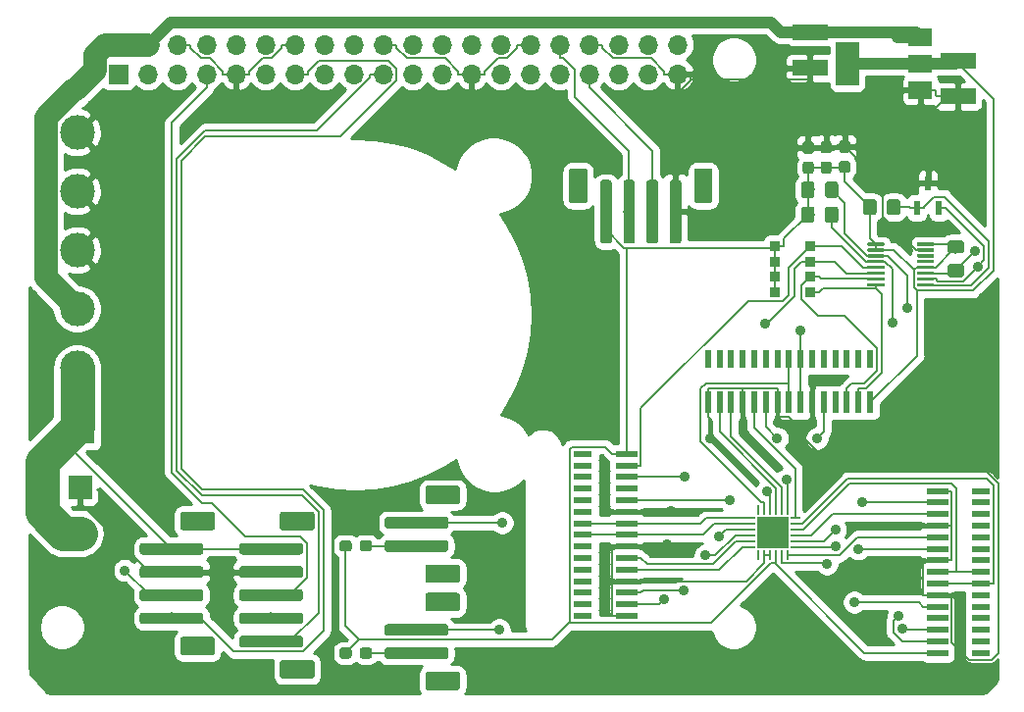
<source format=gtl>
G04 #@! TF.GenerationSoftware,KiCad,Pcbnew,(5.1.0)-1*
G04 #@! TF.CreationDate,2020-03-10T13:48:57+00:00*
G04 #@! TF.ProjectId,2D Top Board,32442054-6f70-4204-926f-6172642e6b69,-*
G04 #@! TF.SameCoordinates,Original*
G04 #@! TF.FileFunction,Copper,L1,Top*
G04 #@! TF.FilePolarity,Positive*
%FSLAX46Y46*%
G04 Gerber Fmt 4.6, Leading zero omitted, Abs format (unit mm)*
G04 Created by KiCad (PCBNEW (5.1.0)-1) date 2020-03-10 13:48:57*
%MOMM*%
%LPD*%
G04 APERTURE LIST*
%ADD10R,1.700000X1.700000*%
%ADD11O,1.700000X1.700000*%
%ADD12C,0.150000*%
%ADD13C,0.950000*%
%ADD14C,1.000000*%
%ADD15C,1.600000*%
%ADD16C,2.050000*%
%ADD17R,2.050000X2.050000*%
%ADD18C,3.000000*%
%ADD19R,3.000000X3.000000*%
%ADD20R,0.600000X1.300000*%
%ADD21C,1.150000*%
%ADD22R,0.900000X0.900000*%
%ADD23R,2.750000X2.750000*%
%ADD24R,0.260000X0.830000*%
%ADD25R,0.830000X0.260000*%
%ADD26R,2.000000X3.800000*%
%ADD27R,2.000000X1.500000*%
%ADD28C,0.300000*%
%ADD29R,3.020000X1.340000*%
%ADD30R,1.650000X0.600000*%
%ADD31R,1.850000X0.600000*%
%ADD32R,0.600000X1.650000*%
%ADD33R,0.600000X1.850000*%
%ADD34C,0.900000*%
%ADD35C,0.200000*%
%ADD36C,1.000000*%
%ADD37C,2.000000*%
%ADD38C,3.000000*%
%ADD39C,0.254000*%
G04 APERTURE END LIST*
D10*
X116320000Y-70830000D03*
D11*
X116320000Y-68290000D03*
X118860000Y-70830000D03*
X118860000Y-68290000D03*
X121400000Y-70830000D03*
X121400000Y-68290000D03*
X123940000Y-70830000D03*
X123940000Y-68290000D03*
X126480000Y-70830000D03*
X126480000Y-68290000D03*
X129020000Y-70830000D03*
X129020000Y-68290000D03*
X131560000Y-70830000D03*
X131560000Y-68290000D03*
X134100000Y-70830000D03*
X134100000Y-68290000D03*
X136640000Y-70830000D03*
X136640000Y-68290000D03*
X139180000Y-70830000D03*
X139180000Y-68290000D03*
X141720000Y-70830000D03*
X141720000Y-68290000D03*
X144260000Y-70830000D03*
X144260000Y-68290000D03*
X146800000Y-70830000D03*
X146800000Y-68290000D03*
X149340000Y-70830000D03*
X149340000Y-68290000D03*
X151880000Y-70830000D03*
X151880000Y-68290000D03*
X154420000Y-70830000D03*
X154420000Y-68290000D03*
X156960000Y-70830000D03*
X156960000Y-68290000D03*
X159500000Y-70830000D03*
X159500000Y-68290000D03*
X162040000Y-70830000D03*
X162040000Y-68290000D03*
X164580000Y-70830000D03*
X164580000Y-68290000D03*
D12*
G36*
X179260779Y-78301144D02*
G01*
X179283834Y-78304563D01*
X179306443Y-78310227D01*
X179328387Y-78318079D01*
X179349457Y-78328044D01*
X179369448Y-78340026D01*
X179388168Y-78353910D01*
X179405438Y-78369562D01*
X179421090Y-78386832D01*
X179434974Y-78405552D01*
X179446956Y-78425543D01*
X179456921Y-78446613D01*
X179464773Y-78468557D01*
X179470437Y-78491166D01*
X179473856Y-78514221D01*
X179475000Y-78537500D01*
X179475000Y-79112500D01*
X179473856Y-79135779D01*
X179470437Y-79158834D01*
X179464773Y-79181443D01*
X179456921Y-79203387D01*
X179446956Y-79224457D01*
X179434974Y-79244448D01*
X179421090Y-79263168D01*
X179405438Y-79280438D01*
X179388168Y-79296090D01*
X179369448Y-79309974D01*
X179349457Y-79321956D01*
X179328387Y-79331921D01*
X179306443Y-79339773D01*
X179283834Y-79345437D01*
X179260779Y-79348856D01*
X179237500Y-79350000D01*
X178762500Y-79350000D01*
X178739221Y-79348856D01*
X178716166Y-79345437D01*
X178693557Y-79339773D01*
X178671613Y-79331921D01*
X178650543Y-79321956D01*
X178630552Y-79309974D01*
X178611832Y-79296090D01*
X178594562Y-79280438D01*
X178578910Y-79263168D01*
X178565026Y-79244448D01*
X178553044Y-79224457D01*
X178543079Y-79203387D01*
X178535227Y-79181443D01*
X178529563Y-79158834D01*
X178526144Y-79135779D01*
X178525000Y-79112500D01*
X178525000Y-78537500D01*
X178526144Y-78514221D01*
X178529563Y-78491166D01*
X178535227Y-78468557D01*
X178543079Y-78446613D01*
X178553044Y-78425543D01*
X178565026Y-78405552D01*
X178578910Y-78386832D01*
X178594562Y-78369562D01*
X178611832Y-78353910D01*
X178630552Y-78340026D01*
X178650543Y-78328044D01*
X178671613Y-78318079D01*
X178693557Y-78310227D01*
X178716166Y-78304563D01*
X178739221Y-78301144D01*
X178762500Y-78300000D01*
X179237500Y-78300000D01*
X179260779Y-78301144D01*
X179260779Y-78301144D01*
G37*
D13*
X179000000Y-78825000D03*
D12*
G36*
X179260779Y-76551144D02*
G01*
X179283834Y-76554563D01*
X179306443Y-76560227D01*
X179328387Y-76568079D01*
X179349457Y-76578044D01*
X179369448Y-76590026D01*
X179388168Y-76603910D01*
X179405438Y-76619562D01*
X179421090Y-76636832D01*
X179434974Y-76655552D01*
X179446956Y-76675543D01*
X179456921Y-76696613D01*
X179464773Y-76718557D01*
X179470437Y-76741166D01*
X179473856Y-76764221D01*
X179475000Y-76787500D01*
X179475000Y-77362500D01*
X179473856Y-77385779D01*
X179470437Y-77408834D01*
X179464773Y-77431443D01*
X179456921Y-77453387D01*
X179446956Y-77474457D01*
X179434974Y-77494448D01*
X179421090Y-77513168D01*
X179405438Y-77530438D01*
X179388168Y-77546090D01*
X179369448Y-77559974D01*
X179349457Y-77571956D01*
X179328387Y-77581921D01*
X179306443Y-77589773D01*
X179283834Y-77595437D01*
X179260779Y-77598856D01*
X179237500Y-77600000D01*
X178762500Y-77600000D01*
X178739221Y-77598856D01*
X178716166Y-77595437D01*
X178693557Y-77589773D01*
X178671613Y-77581921D01*
X178650543Y-77571956D01*
X178630552Y-77559974D01*
X178611832Y-77546090D01*
X178594562Y-77530438D01*
X178578910Y-77513168D01*
X178565026Y-77494448D01*
X178553044Y-77474457D01*
X178543079Y-77453387D01*
X178535227Y-77431443D01*
X178529563Y-77408834D01*
X178526144Y-77385779D01*
X178525000Y-77362500D01*
X178525000Y-76787500D01*
X178526144Y-76764221D01*
X178529563Y-76741166D01*
X178535227Y-76718557D01*
X178543079Y-76696613D01*
X178553044Y-76675543D01*
X178565026Y-76655552D01*
X178578910Y-76636832D01*
X178594562Y-76619562D01*
X178611832Y-76603910D01*
X178630552Y-76590026D01*
X178650543Y-76578044D01*
X178671613Y-76568079D01*
X178693557Y-76560227D01*
X178716166Y-76554563D01*
X178739221Y-76551144D01*
X178762500Y-76550000D01*
X179237500Y-76550000D01*
X179260779Y-76551144D01*
X179260779Y-76551144D01*
G37*
D13*
X179000000Y-77075000D03*
D12*
G36*
X177660779Y-76601144D02*
G01*
X177683834Y-76604563D01*
X177706443Y-76610227D01*
X177728387Y-76618079D01*
X177749457Y-76628044D01*
X177769448Y-76640026D01*
X177788168Y-76653910D01*
X177805438Y-76669562D01*
X177821090Y-76686832D01*
X177834974Y-76705552D01*
X177846956Y-76725543D01*
X177856921Y-76746613D01*
X177864773Y-76768557D01*
X177870437Y-76791166D01*
X177873856Y-76814221D01*
X177875000Y-76837500D01*
X177875000Y-77412500D01*
X177873856Y-77435779D01*
X177870437Y-77458834D01*
X177864773Y-77481443D01*
X177856921Y-77503387D01*
X177846956Y-77524457D01*
X177834974Y-77544448D01*
X177821090Y-77563168D01*
X177805438Y-77580438D01*
X177788168Y-77596090D01*
X177769448Y-77609974D01*
X177749457Y-77621956D01*
X177728387Y-77631921D01*
X177706443Y-77639773D01*
X177683834Y-77645437D01*
X177660779Y-77648856D01*
X177637500Y-77650000D01*
X177162500Y-77650000D01*
X177139221Y-77648856D01*
X177116166Y-77645437D01*
X177093557Y-77639773D01*
X177071613Y-77631921D01*
X177050543Y-77621956D01*
X177030552Y-77609974D01*
X177011832Y-77596090D01*
X176994562Y-77580438D01*
X176978910Y-77563168D01*
X176965026Y-77544448D01*
X176953044Y-77524457D01*
X176943079Y-77503387D01*
X176935227Y-77481443D01*
X176929563Y-77458834D01*
X176926144Y-77435779D01*
X176925000Y-77412500D01*
X176925000Y-76837500D01*
X176926144Y-76814221D01*
X176929563Y-76791166D01*
X176935227Y-76768557D01*
X176943079Y-76746613D01*
X176953044Y-76725543D01*
X176965026Y-76705552D01*
X176978910Y-76686832D01*
X176994562Y-76669562D01*
X177011832Y-76653910D01*
X177030552Y-76640026D01*
X177050543Y-76628044D01*
X177071613Y-76618079D01*
X177093557Y-76610227D01*
X177116166Y-76604563D01*
X177139221Y-76601144D01*
X177162500Y-76600000D01*
X177637500Y-76600000D01*
X177660779Y-76601144D01*
X177660779Y-76601144D01*
G37*
D13*
X177400000Y-77125000D03*
D12*
G36*
X177660779Y-78351144D02*
G01*
X177683834Y-78354563D01*
X177706443Y-78360227D01*
X177728387Y-78368079D01*
X177749457Y-78378044D01*
X177769448Y-78390026D01*
X177788168Y-78403910D01*
X177805438Y-78419562D01*
X177821090Y-78436832D01*
X177834974Y-78455552D01*
X177846956Y-78475543D01*
X177856921Y-78496613D01*
X177864773Y-78518557D01*
X177870437Y-78541166D01*
X177873856Y-78564221D01*
X177875000Y-78587500D01*
X177875000Y-79162500D01*
X177873856Y-79185779D01*
X177870437Y-79208834D01*
X177864773Y-79231443D01*
X177856921Y-79253387D01*
X177846956Y-79274457D01*
X177834974Y-79294448D01*
X177821090Y-79313168D01*
X177805438Y-79330438D01*
X177788168Y-79346090D01*
X177769448Y-79359974D01*
X177749457Y-79371956D01*
X177728387Y-79381921D01*
X177706443Y-79389773D01*
X177683834Y-79395437D01*
X177660779Y-79398856D01*
X177637500Y-79400000D01*
X177162500Y-79400000D01*
X177139221Y-79398856D01*
X177116166Y-79395437D01*
X177093557Y-79389773D01*
X177071613Y-79381921D01*
X177050543Y-79371956D01*
X177030552Y-79359974D01*
X177011832Y-79346090D01*
X176994562Y-79330438D01*
X176978910Y-79313168D01*
X176965026Y-79294448D01*
X176953044Y-79274457D01*
X176943079Y-79253387D01*
X176935227Y-79231443D01*
X176929563Y-79208834D01*
X176926144Y-79185779D01*
X176925000Y-79162500D01*
X176925000Y-78587500D01*
X176926144Y-78564221D01*
X176929563Y-78541166D01*
X176935227Y-78518557D01*
X176943079Y-78496613D01*
X176953044Y-78475543D01*
X176965026Y-78455552D01*
X176978910Y-78436832D01*
X176994562Y-78419562D01*
X177011832Y-78403910D01*
X177030552Y-78390026D01*
X177050543Y-78378044D01*
X177071613Y-78368079D01*
X177093557Y-78360227D01*
X177116166Y-78354563D01*
X177139221Y-78351144D01*
X177162500Y-78350000D01*
X177637500Y-78350000D01*
X177660779Y-78351144D01*
X177660779Y-78351144D01*
G37*
D13*
X177400000Y-78875000D03*
D12*
G36*
X176115779Y-78376144D02*
G01*
X176138834Y-78379563D01*
X176161443Y-78385227D01*
X176183387Y-78393079D01*
X176204457Y-78403044D01*
X176224448Y-78415026D01*
X176243168Y-78428910D01*
X176260438Y-78444562D01*
X176276090Y-78461832D01*
X176289974Y-78480552D01*
X176301956Y-78500543D01*
X176311921Y-78521613D01*
X176319773Y-78543557D01*
X176325437Y-78566166D01*
X176328856Y-78589221D01*
X176330000Y-78612500D01*
X176330000Y-79187500D01*
X176328856Y-79210779D01*
X176325437Y-79233834D01*
X176319773Y-79256443D01*
X176311921Y-79278387D01*
X176301956Y-79299457D01*
X176289974Y-79319448D01*
X176276090Y-79338168D01*
X176260438Y-79355438D01*
X176243168Y-79371090D01*
X176224448Y-79384974D01*
X176204457Y-79396956D01*
X176183387Y-79406921D01*
X176161443Y-79414773D01*
X176138834Y-79420437D01*
X176115779Y-79423856D01*
X176092500Y-79425000D01*
X175617500Y-79425000D01*
X175594221Y-79423856D01*
X175571166Y-79420437D01*
X175548557Y-79414773D01*
X175526613Y-79406921D01*
X175505543Y-79396956D01*
X175485552Y-79384974D01*
X175466832Y-79371090D01*
X175449562Y-79355438D01*
X175433910Y-79338168D01*
X175420026Y-79319448D01*
X175408044Y-79299457D01*
X175398079Y-79278387D01*
X175390227Y-79256443D01*
X175384563Y-79233834D01*
X175381144Y-79210779D01*
X175380000Y-79187500D01*
X175380000Y-78612500D01*
X175381144Y-78589221D01*
X175384563Y-78566166D01*
X175390227Y-78543557D01*
X175398079Y-78521613D01*
X175408044Y-78500543D01*
X175420026Y-78480552D01*
X175433910Y-78461832D01*
X175449562Y-78444562D01*
X175466832Y-78428910D01*
X175485552Y-78415026D01*
X175505543Y-78403044D01*
X175526613Y-78393079D01*
X175548557Y-78385227D01*
X175571166Y-78379563D01*
X175594221Y-78376144D01*
X175617500Y-78375000D01*
X176092500Y-78375000D01*
X176115779Y-78376144D01*
X176115779Y-78376144D01*
G37*
D13*
X175855000Y-78900000D03*
D12*
G36*
X176115779Y-76626144D02*
G01*
X176138834Y-76629563D01*
X176161443Y-76635227D01*
X176183387Y-76643079D01*
X176204457Y-76653044D01*
X176224448Y-76665026D01*
X176243168Y-76678910D01*
X176260438Y-76694562D01*
X176276090Y-76711832D01*
X176289974Y-76730552D01*
X176301956Y-76750543D01*
X176311921Y-76771613D01*
X176319773Y-76793557D01*
X176325437Y-76816166D01*
X176328856Y-76839221D01*
X176330000Y-76862500D01*
X176330000Y-77437500D01*
X176328856Y-77460779D01*
X176325437Y-77483834D01*
X176319773Y-77506443D01*
X176311921Y-77528387D01*
X176301956Y-77549457D01*
X176289974Y-77569448D01*
X176276090Y-77588168D01*
X176260438Y-77605438D01*
X176243168Y-77621090D01*
X176224448Y-77634974D01*
X176204457Y-77646956D01*
X176183387Y-77656921D01*
X176161443Y-77664773D01*
X176138834Y-77670437D01*
X176115779Y-77673856D01*
X176092500Y-77675000D01*
X175617500Y-77675000D01*
X175594221Y-77673856D01*
X175571166Y-77670437D01*
X175548557Y-77664773D01*
X175526613Y-77656921D01*
X175505543Y-77646956D01*
X175485552Y-77634974D01*
X175466832Y-77621090D01*
X175449562Y-77605438D01*
X175433910Y-77588168D01*
X175420026Y-77569448D01*
X175408044Y-77549457D01*
X175398079Y-77528387D01*
X175390227Y-77506443D01*
X175384563Y-77483834D01*
X175381144Y-77460779D01*
X175380000Y-77437500D01*
X175380000Y-76862500D01*
X175381144Y-76839221D01*
X175384563Y-76816166D01*
X175390227Y-76793557D01*
X175398079Y-76771613D01*
X175408044Y-76750543D01*
X175420026Y-76730552D01*
X175433910Y-76711832D01*
X175449562Y-76694562D01*
X175466832Y-76678910D01*
X175485552Y-76665026D01*
X175505543Y-76653044D01*
X175526613Y-76643079D01*
X175548557Y-76635227D01*
X175571166Y-76629563D01*
X175594221Y-76626144D01*
X175617500Y-76625000D01*
X176092500Y-76625000D01*
X176115779Y-76626144D01*
X176115779Y-76626144D01*
G37*
D13*
X175855000Y-77150000D03*
D12*
G36*
X144574504Y-109051204D02*
G01*
X144598773Y-109054804D01*
X144622571Y-109060765D01*
X144645671Y-109069030D01*
X144667849Y-109079520D01*
X144688893Y-109092133D01*
X144708598Y-109106747D01*
X144726777Y-109123223D01*
X144743253Y-109141402D01*
X144757867Y-109161107D01*
X144770480Y-109182151D01*
X144780970Y-109204329D01*
X144789235Y-109227429D01*
X144795196Y-109251227D01*
X144798796Y-109275496D01*
X144800000Y-109300000D01*
X144800000Y-109800000D01*
X144798796Y-109824504D01*
X144795196Y-109848773D01*
X144789235Y-109872571D01*
X144780970Y-109895671D01*
X144770480Y-109917849D01*
X144757867Y-109938893D01*
X144743253Y-109958598D01*
X144726777Y-109976777D01*
X144708598Y-109993253D01*
X144688893Y-110007867D01*
X144667849Y-110020480D01*
X144645671Y-110030970D01*
X144622571Y-110039235D01*
X144598773Y-110045196D01*
X144574504Y-110048796D01*
X144550000Y-110050000D01*
X139550000Y-110050000D01*
X139525496Y-110048796D01*
X139501227Y-110045196D01*
X139477429Y-110039235D01*
X139454329Y-110030970D01*
X139432151Y-110020480D01*
X139411107Y-110007867D01*
X139391402Y-109993253D01*
X139373223Y-109976777D01*
X139356747Y-109958598D01*
X139342133Y-109938893D01*
X139329520Y-109917849D01*
X139319030Y-109895671D01*
X139310765Y-109872571D01*
X139304804Y-109848773D01*
X139301204Y-109824504D01*
X139300000Y-109800000D01*
X139300000Y-109300000D01*
X139301204Y-109275496D01*
X139304804Y-109251227D01*
X139310765Y-109227429D01*
X139319030Y-109204329D01*
X139329520Y-109182151D01*
X139342133Y-109161107D01*
X139356747Y-109141402D01*
X139373223Y-109123223D01*
X139391402Y-109106747D01*
X139411107Y-109092133D01*
X139432151Y-109079520D01*
X139454329Y-109069030D01*
X139477429Y-109060765D01*
X139501227Y-109054804D01*
X139525496Y-109051204D01*
X139550000Y-109050000D01*
X144550000Y-109050000D01*
X144574504Y-109051204D01*
X144574504Y-109051204D01*
G37*
D14*
X142050000Y-109550000D03*
D12*
G36*
X144574504Y-111051204D02*
G01*
X144598773Y-111054804D01*
X144622571Y-111060765D01*
X144645671Y-111069030D01*
X144667849Y-111079520D01*
X144688893Y-111092133D01*
X144708598Y-111106747D01*
X144726777Y-111123223D01*
X144743253Y-111141402D01*
X144757867Y-111161107D01*
X144770480Y-111182151D01*
X144780970Y-111204329D01*
X144789235Y-111227429D01*
X144795196Y-111251227D01*
X144798796Y-111275496D01*
X144800000Y-111300000D01*
X144800000Y-111800000D01*
X144798796Y-111824504D01*
X144795196Y-111848773D01*
X144789235Y-111872571D01*
X144780970Y-111895671D01*
X144770480Y-111917849D01*
X144757867Y-111938893D01*
X144743253Y-111958598D01*
X144726777Y-111976777D01*
X144708598Y-111993253D01*
X144688893Y-112007867D01*
X144667849Y-112020480D01*
X144645671Y-112030970D01*
X144622571Y-112039235D01*
X144598773Y-112045196D01*
X144574504Y-112048796D01*
X144550000Y-112050000D01*
X139550000Y-112050000D01*
X139525496Y-112048796D01*
X139501227Y-112045196D01*
X139477429Y-112039235D01*
X139454329Y-112030970D01*
X139432151Y-112020480D01*
X139411107Y-112007867D01*
X139391402Y-111993253D01*
X139373223Y-111976777D01*
X139356747Y-111958598D01*
X139342133Y-111938893D01*
X139329520Y-111917849D01*
X139319030Y-111895671D01*
X139310765Y-111872571D01*
X139304804Y-111848773D01*
X139301204Y-111824504D01*
X139300000Y-111800000D01*
X139300000Y-111300000D01*
X139301204Y-111275496D01*
X139304804Y-111251227D01*
X139310765Y-111227429D01*
X139319030Y-111204329D01*
X139329520Y-111182151D01*
X139342133Y-111161107D01*
X139356747Y-111141402D01*
X139373223Y-111123223D01*
X139391402Y-111106747D01*
X139411107Y-111092133D01*
X139432151Y-111079520D01*
X139454329Y-111069030D01*
X139477429Y-111060765D01*
X139501227Y-111054804D01*
X139525496Y-111051204D01*
X139550000Y-111050000D01*
X144550000Y-111050000D01*
X144574504Y-111051204D01*
X144574504Y-111051204D01*
G37*
D14*
X142050000Y-111550000D03*
D12*
G36*
X145574504Y-106351204D02*
G01*
X145598773Y-106354804D01*
X145622571Y-106360765D01*
X145645671Y-106369030D01*
X145667849Y-106379520D01*
X145688893Y-106392133D01*
X145708598Y-106406747D01*
X145726777Y-106423223D01*
X145743253Y-106441402D01*
X145757867Y-106461107D01*
X145770480Y-106482151D01*
X145780970Y-106504329D01*
X145789235Y-106527429D01*
X145795196Y-106551227D01*
X145798796Y-106575496D01*
X145800000Y-106600000D01*
X145800000Y-107700000D01*
X145798796Y-107724504D01*
X145795196Y-107748773D01*
X145789235Y-107772571D01*
X145780970Y-107795671D01*
X145770480Y-107817849D01*
X145757867Y-107838893D01*
X145743253Y-107858598D01*
X145726777Y-107876777D01*
X145708598Y-107893253D01*
X145688893Y-107907867D01*
X145667849Y-107920480D01*
X145645671Y-107930970D01*
X145622571Y-107939235D01*
X145598773Y-107945196D01*
X145574504Y-107948796D01*
X145550000Y-107950000D01*
X143050000Y-107950000D01*
X143025496Y-107948796D01*
X143001227Y-107945196D01*
X142977429Y-107939235D01*
X142954329Y-107930970D01*
X142932151Y-107920480D01*
X142911107Y-107907867D01*
X142891402Y-107893253D01*
X142873223Y-107876777D01*
X142856747Y-107858598D01*
X142842133Y-107838893D01*
X142829520Y-107817849D01*
X142819030Y-107795671D01*
X142810765Y-107772571D01*
X142804804Y-107748773D01*
X142801204Y-107724504D01*
X142800000Y-107700000D01*
X142800000Y-106600000D01*
X142801204Y-106575496D01*
X142804804Y-106551227D01*
X142810765Y-106527429D01*
X142819030Y-106504329D01*
X142829520Y-106482151D01*
X142842133Y-106461107D01*
X142856747Y-106441402D01*
X142873223Y-106423223D01*
X142891402Y-106406747D01*
X142911107Y-106392133D01*
X142932151Y-106379520D01*
X142954329Y-106369030D01*
X142977429Y-106360765D01*
X143001227Y-106354804D01*
X143025496Y-106351204D01*
X143050000Y-106350000D01*
X145550000Y-106350000D01*
X145574504Y-106351204D01*
X145574504Y-106351204D01*
G37*
D15*
X144300000Y-107150000D03*
D12*
G36*
X145574504Y-113151204D02*
G01*
X145598773Y-113154804D01*
X145622571Y-113160765D01*
X145645671Y-113169030D01*
X145667849Y-113179520D01*
X145688893Y-113192133D01*
X145708598Y-113206747D01*
X145726777Y-113223223D01*
X145743253Y-113241402D01*
X145757867Y-113261107D01*
X145770480Y-113282151D01*
X145780970Y-113304329D01*
X145789235Y-113327429D01*
X145795196Y-113351227D01*
X145798796Y-113375496D01*
X145800000Y-113400000D01*
X145800000Y-114500000D01*
X145798796Y-114524504D01*
X145795196Y-114548773D01*
X145789235Y-114572571D01*
X145780970Y-114595671D01*
X145770480Y-114617849D01*
X145757867Y-114638893D01*
X145743253Y-114658598D01*
X145726777Y-114676777D01*
X145708598Y-114693253D01*
X145688893Y-114707867D01*
X145667849Y-114720480D01*
X145645671Y-114730970D01*
X145622571Y-114739235D01*
X145598773Y-114745196D01*
X145574504Y-114748796D01*
X145550000Y-114750000D01*
X143050000Y-114750000D01*
X143025496Y-114748796D01*
X143001227Y-114745196D01*
X142977429Y-114739235D01*
X142954329Y-114730970D01*
X142932151Y-114720480D01*
X142911107Y-114707867D01*
X142891402Y-114693253D01*
X142873223Y-114676777D01*
X142856747Y-114658598D01*
X142842133Y-114638893D01*
X142829520Y-114617849D01*
X142819030Y-114595671D01*
X142810765Y-114572571D01*
X142804804Y-114548773D01*
X142801204Y-114524504D01*
X142800000Y-114500000D01*
X142800000Y-113400000D01*
X142801204Y-113375496D01*
X142804804Y-113351227D01*
X142810765Y-113327429D01*
X142819030Y-113304329D01*
X142829520Y-113282151D01*
X142842133Y-113261107D01*
X142856747Y-113241402D01*
X142873223Y-113223223D01*
X142891402Y-113206747D01*
X142911107Y-113192133D01*
X142932151Y-113179520D01*
X142954329Y-113169030D01*
X142977429Y-113160765D01*
X143001227Y-113154804D01*
X143025496Y-113151204D01*
X143050000Y-113150000D01*
X145550000Y-113150000D01*
X145574504Y-113151204D01*
X145574504Y-113151204D01*
G37*
D15*
X144300000Y-113950000D03*
D12*
G36*
X145574504Y-122401204D02*
G01*
X145598773Y-122404804D01*
X145622571Y-122410765D01*
X145645671Y-122419030D01*
X145667849Y-122429520D01*
X145688893Y-122442133D01*
X145708598Y-122456747D01*
X145726777Y-122473223D01*
X145743253Y-122491402D01*
X145757867Y-122511107D01*
X145770480Y-122532151D01*
X145780970Y-122554329D01*
X145789235Y-122577429D01*
X145795196Y-122601227D01*
X145798796Y-122625496D01*
X145800000Y-122650000D01*
X145800000Y-123750000D01*
X145798796Y-123774504D01*
X145795196Y-123798773D01*
X145789235Y-123822571D01*
X145780970Y-123845671D01*
X145770480Y-123867849D01*
X145757867Y-123888893D01*
X145743253Y-123908598D01*
X145726777Y-123926777D01*
X145708598Y-123943253D01*
X145688893Y-123957867D01*
X145667849Y-123970480D01*
X145645671Y-123980970D01*
X145622571Y-123989235D01*
X145598773Y-123995196D01*
X145574504Y-123998796D01*
X145550000Y-124000000D01*
X143050000Y-124000000D01*
X143025496Y-123998796D01*
X143001227Y-123995196D01*
X142977429Y-123989235D01*
X142954329Y-123980970D01*
X142932151Y-123970480D01*
X142911107Y-123957867D01*
X142891402Y-123943253D01*
X142873223Y-123926777D01*
X142856747Y-123908598D01*
X142842133Y-123888893D01*
X142829520Y-123867849D01*
X142819030Y-123845671D01*
X142810765Y-123822571D01*
X142804804Y-123798773D01*
X142801204Y-123774504D01*
X142800000Y-123750000D01*
X142800000Y-122650000D01*
X142801204Y-122625496D01*
X142804804Y-122601227D01*
X142810765Y-122577429D01*
X142819030Y-122554329D01*
X142829520Y-122532151D01*
X142842133Y-122511107D01*
X142856747Y-122491402D01*
X142873223Y-122473223D01*
X142891402Y-122456747D01*
X142911107Y-122442133D01*
X142932151Y-122429520D01*
X142954329Y-122419030D01*
X142977429Y-122410765D01*
X143001227Y-122404804D01*
X143025496Y-122401204D01*
X143050000Y-122400000D01*
X145550000Y-122400000D01*
X145574504Y-122401204D01*
X145574504Y-122401204D01*
G37*
D15*
X144300000Y-123200000D03*
D12*
G36*
X145574504Y-115601204D02*
G01*
X145598773Y-115604804D01*
X145622571Y-115610765D01*
X145645671Y-115619030D01*
X145667849Y-115629520D01*
X145688893Y-115642133D01*
X145708598Y-115656747D01*
X145726777Y-115673223D01*
X145743253Y-115691402D01*
X145757867Y-115711107D01*
X145770480Y-115732151D01*
X145780970Y-115754329D01*
X145789235Y-115777429D01*
X145795196Y-115801227D01*
X145798796Y-115825496D01*
X145800000Y-115850000D01*
X145800000Y-116950000D01*
X145798796Y-116974504D01*
X145795196Y-116998773D01*
X145789235Y-117022571D01*
X145780970Y-117045671D01*
X145770480Y-117067849D01*
X145757867Y-117088893D01*
X145743253Y-117108598D01*
X145726777Y-117126777D01*
X145708598Y-117143253D01*
X145688893Y-117157867D01*
X145667849Y-117170480D01*
X145645671Y-117180970D01*
X145622571Y-117189235D01*
X145598773Y-117195196D01*
X145574504Y-117198796D01*
X145550000Y-117200000D01*
X143050000Y-117200000D01*
X143025496Y-117198796D01*
X143001227Y-117195196D01*
X142977429Y-117189235D01*
X142954329Y-117180970D01*
X142932151Y-117170480D01*
X142911107Y-117157867D01*
X142891402Y-117143253D01*
X142873223Y-117126777D01*
X142856747Y-117108598D01*
X142842133Y-117088893D01*
X142829520Y-117067849D01*
X142819030Y-117045671D01*
X142810765Y-117022571D01*
X142804804Y-116998773D01*
X142801204Y-116974504D01*
X142800000Y-116950000D01*
X142800000Y-115850000D01*
X142801204Y-115825496D01*
X142804804Y-115801227D01*
X142810765Y-115777429D01*
X142819030Y-115754329D01*
X142829520Y-115732151D01*
X142842133Y-115711107D01*
X142856747Y-115691402D01*
X142873223Y-115673223D01*
X142891402Y-115656747D01*
X142911107Y-115642133D01*
X142932151Y-115629520D01*
X142954329Y-115619030D01*
X142977429Y-115610765D01*
X143001227Y-115604804D01*
X143025496Y-115601204D01*
X143050000Y-115600000D01*
X145550000Y-115600000D01*
X145574504Y-115601204D01*
X145574504Y-115601204D01*
G37*
D15*
X144300000Y-116400000D03*
D12*
G36*
X144574504Y-120301204D02*
G01*
X144598773Y-120304804D01*
X144622571Y-120310765D01*
X144645671Y-120319030D01*
X144667849Y-120329520D01*
X144688893Y-120342133D01*
X144708598Y-120356747D01*
X144726777Y-120373223D01*
X144743253Y-120391402D01*
X144757867Y-120411107D01*
X144770480Y-120432151D01*
X144780970Y-120454329D01*
X144789235Y-120477429D01*
X144795196Y-120501227D01*
X144798796Y-120525496D01*
X144800000Y-120550000D01*
X144800000Y-121050000D01*
X144798796Y-121074504D01*
X144795196Y-121098773D01*
X144789235Y-121122571D01*
X144780970Y-121145671D01*
X144770480Y-121167849D01*
X144757867Y-121188893D01*
X144743253Y-121208598D01*
X144726777Y-121226777D01*
X144708598Y-121243253D01*
X144688893Y-121257867D01*
X144667849Y-121270480D01*
X144645671Y-121280970D01*
X144622571Y-121289235D01*
X144598773Y-121295196D01*
X144574504Y-121298796D01*
X144550000Y-121300000D01*
X139550000Y-121300000D01*
X139525496Y-121298796D01*
X139501227Y-121295196D01*
X139477429Y-121289235D01*
X139454329Y-121280970D01*
X139432151Y-121270480D01*
X139411107Y-121257867D01*
X139391402Y-121243253D01*
X139373223Y-121226777D01*
X139356747Y-121208598D01*
X139342133Y-121188893D01*
X139329520Y-121167849D01*
X139319030Y-121145671D01*
X139310765Y-121122571D01*
X139304804Y-121098773D01*
X139301204Y-121074504D01*
X139300000Y-121050000D01*
X139300000Y-120550000D01*
X139301204Y-120525496D01*
X139304804Y-120501227D01*
X139310765Y-120477429D01*
X139319030Y-120454329D01*
X139329520Y-120432151D01*
X139342133Y-120411107D01*
X139356747Y-120391402D01*
X139373223Y-120373223D01*
X139391402Y-120356747D01*
X139411107Y-120342133D01*
X139432151Y-120329520D01*
X139454329Y-120319030D01*
X139477429Y-120310765D01*
X139501227Y-120304804D01*
X139525496Y-120301204D01*
X139550000Y-120300000D01*
X144550000Y-120300000D01*
X144574504Y-120301204D01*
X144574504Y-120301204D01*
G37*
D14*
X142050000Y-120800000D03*
D12*
G36*
X144574504Y-118301204D02*
G01*
X144598773Y-118304804D01*
X144622571Y-118310765D01*
X144645671Y-118319030D01*
X144667849Y-118329520D01*
X144688893Y-118342133D01*
X144708598Y-118356747D01*
X144726777Y-118373223D01*
X144743253Y-118391402D01*
X144757867Y-118411107D01*
X144770480Y-118432151D01*
X144780970Y-118454329D01*
X144789235Y-118477429D01*
X144795196Y-118501227D01*
X144798796Y-118525496D01*
X144800000Y-118550000D01*
X144800000Y-119050000D01*
X144798796Y-119074504D01*
X144795196Y-119098773D01*
X144789235Y-119122571D01*
X144780970Y-119145671D01*
X144770480Y-119167849D01*
X144757867Y-119188893D01*
X144743253Y-119208598D01*
X144726777Y-119226777D01*
X144708598Y-119243253D01*
X144688893Y-119257867D01*
X144667849Y-119270480D01*
X144645671Y-119280970D01*
X144622571Y-119289235D01*
X144598773Y-119295196D01*
X144574504Y-119298796D01*
X144550000Y-119300000D01*
X139550000Y-119300000D01*
X139525496Y-119298796D01*
X139501227Y-119295196D01*
X139477429Y-119289235D01*
X139454329Y-119280970D01*
X139432151Y-119270480D01*
X139411107Y-119257867D01*
X139391402Y-119243253D01*
X139373223Y-119226777D01*
X139356747Y-119208598D01*
X139342133Y-119188893D01*
X139329520Y-119167849D01*
X139319030Y-119145671D01*
X139310765Y-119122571D01*
X139304804Y-119098773D01*
X139301204Y-119074504D01*
X139300000Y-119050000D01*
X139300000Y-118550000D01*
X139301204Y-118525496D01*
X139304804Y-118501227D01*
X139310765Y-118477429D01*
X139319030Y-118454329D01*
X139329520Y-118432151D01*
X139342133Y-118411107D01*
X139356747Y-118391402D01*
X139373223Y-118373223D01*
X139391402Y-118356747D01*
X139411107Y-118342133D01*
X139432151Y-118329520D01*
X139454329Y-118319030D01*
X139477429Y-118310765D01*
X139501227Y-118304804D01*
X139525496Y-118301204D01*
X139550000Y-118300000D01*
X144550000Y-118300000D01*
X144574504Y-118301204D01*
X144574504Y-118301204D01*
G37*
D14*
X142050000Y-118800000D03*
D16*
X113000000Y-110460000D03*
D17*
X113000000Y-106500000D03*
D18*
X112750000Y-96170000D03*
X112750000Y-91090000D03*
D19*
X112750000Y-101250000D03*
D18*
X112750000Y-86010000D03*
X112750000Y-80930000D03*
X112750000Y-75850000D03*
D12*
G36*
X123424504Y-111301204D02*
G01*
X123448773Y-111304804D01*
X123472571Y-111310765D01*
X123495671Y-111319030D01*
X123517849Y-111329520D01*
X123538893Y-111342133D01*
X123558598Y-111356747D01*
X123576777Y-111373223D01*
X123593253Y-111391402D01*
X123607867Y-111411107D01*
X123620480Y-111432151D01*
X123630970Y-111454329D01*
X123639235Y-111477429D01*
X123645196Y-111501227D01*
X123648796Y-111525496D01*
X123650000Y-111550000D01*
X123650000Y-112050000D01*
X123648796Y-112074504D01*
X123645196Y-112098773D01*
X123639235Y-112122571D01*
X123630970Y-112145671D01*
X123620480Y-112167849D01*
X123607867Y-112188893D01*
X123593253Y-112208598D01*
X123576777Y-112226777D01*
X123558598Y-112243253D01*
X123538893Y-112257867D01*
X123517849Y-112270480D01*
X123495671Y-112280970D01*
X123472571Y-112289235D01*
X123448773Y-112295196D01*
X123424504Y-112298796D01*
X123400000Y-112300000D01*
X118400000Y-112300000D01*
X118375496Y-112298796D01*
X118351227Y-112295196D01*
X118327429Y-112289235D01*
X118304329Y-112280970D01*
X118282151Y-112270480D01*
X118261107Y-112257867D01*
X118241402Y-112243253D01*
X118223223Y-112226777D01*
X118206747Y-112208598D01*
X118192133Y-112188893D01*
X118179520Y-112167849D01*
X118169030Y-112145671D01*
X118160765Y-112122571D01*
X118154804Y-112098773D01*
X118151204Y-112074504D01*
X118150000Y-112050000D01*
X118150000Y-111550000D01*
X118151204Y-111525496D01*
X118154804Y-111501227D01*
X118160765Y-111477429D01*
X118169030Y-111454329D01*
X118179520Y-111432151D01*
X118192133Y-111411107D01*
X118206747Y-111391402D01*
X118223223Y-111373223D01*
X118241402Y-111356747D01*
X118261107Y-111342133D01*
X118282151Y-111329520D01*
X118304329Y-111319030D01*
X118327429Y-111310765D01*
X118351227Y-111304804D01*
X118375496Y-111301204D01*
X118400000Y-111300000D01*
X123400000Y-111300000D01*
X123424504Y-111301204D01*
X123424504Y-111301204D01*
G37*
D14*
X120900000Y-111800000D03*
D12*
G36*
X123424504Y-113301204D02*
G01*
X123448773Y-113304804D01*
X123472571Y-113310765D01*
X123495671Y-113319030D01*
X123517849Y-113329520D01*
X123538893Y-113342133D01*
X123558598Y-113356747D01*
X123576777Y-113373223D01*
X123593253Y-113391402D01*
X123607867Y-113411107D01*
X123620480Y-113432151D01*
X123630970Y-113454329D01*
X123639235Y-113477429D01*
X123645196Y-113501227D01*
X123648796Y-113525496D01*
X123650000Y-113550000D01*
X123650000Y-114050000D01*
X123648796Y-114074504D01*
X123645196Y-114098773D01*
X123639235Y-114122571D01*
X123630970Y-114145671D01*
X123620480Y-114167849D01*
X123607867Y-114188893D01*
X123593253Y-114208598D01*
X123576777Y-114226777D01*
X123558598Y-114243253D01*
X123538893Y-114257867D01*
X123517849Y-114270480D01*
X123495671Y-114280970D01*
X123472571Y-114289235D01*
X123448773Y-114295196D01*
X123424504Y-114298796D01*
X123400000Y-114300000D01*
X118400000Y-114300000D01*
X118375496Y-114298796D01*
X118351227Y-114295196D01*
X118327429Y-114289235D01*
X118304329Y-114280970D01*
X118282151Y-114270480D01*
X118261107Y-114257867D01*
X118241402Y-114243253D01*
X118223223Y-114226777D01*
X118206747Y-114208598D01*
X118192133Y-114188893D01*
X118179520Y-114167849D01*
X118169030Y-114145671D01*
X118160765Y-114122571D01*
X118154804Y-114098773D01*
X118151204Y-114074504D01*
X118150000Y-114050000D01*
X118150000Y-113550000D01*
X118151204Y-113525496D01*
X118154804Y-113501227D01*
X118160765Y-113477429D01*
X118169030Y-113454329D01*
X118179520Y-113432151D01*
X118192133Y-113411107D01*
X118206747Y-113391402D01*
X118223223Y-113373223D01*
X118241402Y-113356747D01*
X118261107Y-113342133D01*
X118282151Y-113329520D01*
X118304329Y-113319030D01*
X118327429Y-113310765D01*
X118351227Y-113304804D01*
X118375496Y-113301204D01*
X118400000Y-113300000D01*
X123400000Y-113300000D01*
X123424504Y-113301204D01*
X123424504Y-113301204D01*
G37*
D14*
X120900000Y-113800000D03*
D12*
G36*
X123424504Y-115301204D02*
G01*
X123448773Y-115304804D01*
X123472571Y-115310765D01*
X123495671Y-115319030D01*
X123517849Y-115329520D01*
X123538893Y-115342133D01*
X123558598Y-115356747D01*
X123576777Y-115373223D01*
X123593253Y-115391402D01*
X123607867Y-115411107D01*
X123620480Y-115432151D01*
X123630970Y-115454329D01*
X123639235Y-115477429D01*
X123645196Y-115501227D01*
X123648796Y-115525496D01*
X123650000Y-115550000D01*
X123650000Y-116050000D01*
X123648796Y-116074504D01*
X123645196Y-116098773D01*
X123639235Y-116122571D01*
X123630970Y-116145671D01*
X123620480Y-116167849D01*
X123607867Y-116188893D01*
X123593253Y-116208598D01*
X123576777Y-116226777D01*
X123558598Y-116243253D01*
X123538893Y-116257867D01*
X123517849Y-116270480D01*
X123495671Y-116280970D01*
X123472571Y-116289235D01*
X123448773Y-116295196D01*
X123424504Y-116298796D01*
X123400000Y-116300000D01*
X118400000Y-116300000D01*
X118375496Y-116298796D01*
X118351227Y-116295196D01*
X118327429Y-116289235D01*
X118304329Y-116280970D01*
X118282151Y-116270480D01*
X118261107Y-116257867D01*
X118241402Y-116243253D01*
X118223223Y-116226777D01*
X118206747Y-116208598D01*
X118192133Y-116188893D01*
X118179520Y-116167849D01*
X118169030Y-116145671D01*
X118160765Y-116122571D01*
X118154804Y-116098773D01*
X118151204Y-116074504D01*
X118150000Y-116050000D01*
X118150000Y-115550000D01*
X118151204Y-115525496D01*
X118154804Y-115501227D01*
X118160765Y-115477429D01*
X118169030Y-115454329D01*
X118179520Y-115432151D01*
X118192133Y-115411107D01*
X118206747Y-115391402D01*
X118223223Y-115373223D01*
X118241402Y-115356747D01*
X118261107Y-115342133D01*
X118282151Y-115329520D01*
X118304329Y-115319030D01*
X118327429Y-115310765D01*
X118351227Y-115304804D01*
X118375496Y-115301204D01*
X118400000Y-115300000D01*
X123400000Y-115300000D01*
X123424504Y-115301204D01*
X123424504Y-115301204D01*
G37*
D14*
X120900000Y-115800000D03*
D12*
G36*
X123424504Y-117301204D02*
G01*
X123448773Y-117304804D01*
X123472571Y-117310765D01*
X123495671Y-117319030D01*
X123517849Y-117329520D01*
X123538893Y-117342133D01*
X123558598Y-117356747D01*
X123576777Y-117373223D01*
X123593253Y-117391402D01*
X123607867Y-117411107D01*
X123620480Y-117432151D01*
X123630970Y-117454329D01*
X123639235Y-117477429D01*
X123645196Y-117501227D01*
X123648796Y-117525496D01*
X123650000Y-117550000D01*
X123650000Y-118050000D01*
X123648796Y-118074504D01*
X123645196Y-118098773D01*
X123639235Y-118122571D01*
X123630970Y-118145671D01*
X123620480Y-118167849D01*
X123607867Y-118188893D01*
X123593253Y-118208598D01*
X123576777Y-118226777D01*
X123558598Y-118243253D01*
X123538893Y-118257867D01*
X123517849Y-118270480D01*
X123495671Y-118280970D01*
X123472571Y-118289235D01*
X123448773Y-118295196D01*
X123424504Y-118298796D01*
X123400000Y-118300000D01*
X118400000Y-118300000D01*
X118375496Y-118298796D01*
X118351227Y-118295196D01*
X118327429Y-118289235D01*
X118304329Y-118280970D01*
X118282151Y-118270480D01*
X118261107Y-118257867D01*
X118241402Y-118243253D01*
X118223223Y-118226777D01*
X118206747Y-118208598D01*
X118192133Y-118188893D01*
X118179520Y-118167849D01*
X118169030Y-118145671D01*
X118160765Y-118122571D01*
X118154804Y-118098773D01*
X118151204Y-118074504D01*
X118150000Y-118050000D01*
X118150000Y-117550000D01*
X118151204Y-117525496D01*
X118154804Y-117501227D01*
X118160765Y-117477429D01*
X118169030Y-117454329D01*
X118179520Y-117432151D01*
X118192133Y-117411107D01*
X118206747Y-117391402D01*
X118223223Y-117373223D01*
X118241402Y-117356747D01*
X118261107Y-117342133D01*
X118282151Y-117329520D01*
X118304329Y-117319030D01*
X118327429Y-117310765D01*
X118351227Y-117304804D01*
X118375496Y-117301204D01*
X118400000Y-117300000D01*
X123400000Y-117300000D01*
X123424504Y-117301204D01*
X123424504Y-117301204D01*
G37*
D14*
X120900000Y-117800000D03*
D12*
G36*
X124424504Y-108601204D02*
G01*
X124448773Y-108604804D01*
X124472571Y-108610765D01*
X124495671Y-108619030D01*
X124517849Y-108629520D01*
X124538893Y-108642133D01*
X124558598Y-108656747D01*
X124576777Y-108673223D01*
X124593253Y-108691402D01*
X124607867Y-108711107D01*
X124620480Y-108732151D01*
X124630970Y-108754329D01*
X124639235Y-108777429D01*
X124645196Y-108801227D01*
X124648796Y-108825496D01*
X124650000Y-108850000D01*
X124650000Y-109950000D01*
X124648796Y-109974504D01*
X124645196Y-109998773D01*
X124639235Y-110022571D01*
X124630970Y-110045671D01*
X124620480Y-110067849D01*
X124607867Y-110088893D01*
X124593253Y-110108598D01*
X124576777Y-110126777D01*
X124558598Y-110143253D01*
X124538893Y-110157867D01*
X124517849Y-110170480D01*
X124495671Y-110180970D01*
X124472571Y-110189235D01*
X124448773Y-110195196D01*
X124424504Y-110198796D01*
X124400000Y-110200000D01*
X121900000Y-110200000D01*
X121875496Y-110198796D01*
X121851227Y-110195196D01*
X121827429Y-110189235D01*
X121804329Y-110180970D01*
X121782151Y-110170480D01*
X121761107Y-110157867D01*
X121741402Y-110143253D01*
X121723223Y-110126777D01*
X121706747Y-110108598D01*
X121692133Y-110088893D01*
X121679520Y-110067849D01*
X121669030Y-110045671D01*
X121660765Y-110022571D01*
X121654804Y-109998773D01*
X121651204Y-109974504D01*
X121650000Y-109950000D01*
X121650000Y-108850000D01*
X121651204Y-108825496D01*
X121654804Y-108801227D01*
X121660765Y-108777429D01*
X121669030Y-108754329D01*
X121679520Y-108732151D01*
X121692133Y-108711107D01*
X121706747Y-108691402D01*
X121723223Y-108673223D01*
X121741402Y-108656747D01*
X121761107Y-108642133D01*
X121782151Y-108629520D01*
X121804329Y-108619030D01*
X121827429Y-108610765D01*
X121851227Y-108604804D01*
X121875496Y-108601204D01*
X121900000Y-108600000D01*
X124400000Y-108600000D01*
X124424504Y-108601204D01*
X124424504Y-108601204D01*
G37*
D15*
X123150000Y-109400000D03*
D12*
G36*
X124424504Y-119401204D02*
G01*
X124448773Y-119404804D01*
X124472571Y-119410765D01*
X124495671Y-119419030D01*
X124517849Y-119429520D01*
X124538893Y-119442133D01*
X124558598Y-119456747D01*
X124576777Y-119473223D01*
X124593253Y-119491402D01*
X124607867Y-119511107D01*
X124620480Y-119532151D01*
X124630970Y-119554329D01*
X124639235Y-119577429D01*
X124645196Y-119601227D01*
X124648796Y-119625496D01*
X124650000Y-119650000D01*
X124650000Y-120750000D01*
X124648796Y-120774504D01*
X124645196Y-120798773D01*
X124639235Y-120822571D01*
X124630970Y-120845671D01*
X124620480Y-120867849D01*
X124607867Y-120888893D01*
X124593253Y-120908598D01*
X124576777Y-120926777D01*
X124558598Y-120943253D01*
X124538893Y-120957867D01*
X124517849Y-120970480D01*
X124495671Y-120980970D01*
X124472571Y-120989235D01*
X124448773Y-120995196D01*
X124424504Y-120998796D01*
X124400000Y-121000000D01*
X121900000Y-121000000D01*
X121875496Y-120998796D01*
X121851227Y-120995196D01*
X121827429Y-120989235D01*
X121804329Y-120980970D01*
X121782151Y-120970480D01*
X121761107Y-120957867D01*
X121741402Y-120943253D01*
X121723223Y-120926777D01*
X121706747Y-120908598D01*
X121692133Y-120888893D01*
X121679520Y-120867849D01*
X121669030Y-120845671D01*
X121660765Y-120822571D01*
X121654804Y-120798773D01*
X121651204Y-120774504D01*
X121650000Y-120750000D01*
X121650000Y-119650000D01*
X121651204Y-119625496D01*
X121654804Y-119601227D01*
X121660765Y-119577429D01*
X121669030Y-119554329D01*
X121679520Y-119532151D01*
X121692133Y-119511107D01*
X121706747Y-119491402D01*
X121723223Y-119473223D01*
X121741402Y-119456747D01*
X121761107Y-119442133D01*
X121782151Y-119429520D01*
X121804329Y-119419030D01*
X121827429Y-119410765D01*
X121851227Y-119404804D01*
X121875496Y-119401204D01*
X121900000Y-119400000D01*
X124400000Y-119400000D01*
X124424504Y-119401204D01*
X124424504Y-119401204D01*
G37*
D15*
X123150000Y-120200000D03*
D12*
G36*
X132024504Y-111301204D02*
G01*
X132048773Y-111304804D01*
X132072571Y-111310765D01*
X132095671Y-111319030D01*
X132117849Y-111329520D01*
X132138893Y-111342133D01*
X132158598Y-111356747D01*
X132176777Y-111373223D01*
X132193253Y-111391402D01*
X132207867Y-111411107D01*
X132220480Y-111432151D01*
X132230970Y-111454329D01*
X132239235Y-111477429D01*
X132245196Y-111501227D01*
X132248796Y-111525496D01*
X132250000Y-111550000D01*
X132250000Y-112050000D01*
X132248796Y-112074504D01*
X132245196Y-112098773D01*
X132239235Y-112122571D01*
X132230970Y-112145671D01*
X132220480Y-112167849D01*
X132207867Y-112188893D01*
X132193253Y-112208598D01*
X132176777Y-112226777D01*
X132158598Y-112243253D01*
X132138893Y-112257867D01*
X132117849Y-112270480D01*
X132095671Y-112280970D01*
X132072571Y-112289235D01*
X132048773Y-112295196D01*
X132024504Y-112298796D01*
X132000000Y-112300000D01*
X127000000Y-112300000D01*
X126975496Y-112298796D01*
X126951227Y-112295196D01*
X126927429Y-112289235D01*
X126904329Y-112280970D01*
X126882151Y-112270480D01*
X126861107Y-112257867D01*
X126841402Y-112243253D01*
X126823223Y-112226777D01*
X126806747Y-112208598D01*
X126792133Y-112188893D01*
X126779520Y-112167849D01*
X126769030Y-112145671D01*
X126760765Y-112122571D01*
X126754804Y-112098773D01*
X126751204Y-112074504D01*
X126750000Y-112050000D01*
X126750000Y-111550000D01*
X126751204Y-111525496D01*
X126754804Y-111501227D01*
X126760765Y-111477429D01*
X126769030Y-111454329D01*
X126779520Y-111432151D01*
X126792133Y-111411107D01*
X126806747Y-111391402D01*
X126823223Y-111373223D01*
X126841402Y-111356747D01*
X126861107Y-111342133D01*
X126882151Y-111329520D01*
X126904329Y-111319030D01*
X126927429Y-111310765D01*
X126951227Y-111304804D01*
X126975496Y-111301204D01*
X127000000Y-111300000D01*
X132000000Y-111300000D01*
X132024504Y-111301204D01*
X132024504Y-111301204D01*
G37*
D14*
X129500000Y-111800000D03*
D12*
G36*
X132024504Y-113301204D02*
G01*
X132048773Y-113304804D01*
X132072571Y-113310765D01*
X132095671Y-113319030D01*
X132117849Y-113329520D01*
X132138893Y-113342133D01*
X132158598Y-113356747D01*
X132176777Y-113373223D01*
X132193253Y-113391402D01*
X132207867Y-113411107D01*
X132220480Y-113432151D01*
X132230970Y-113454329D01*
X132239235Y-113477429D01*
X132245196Y-113501227D01*
X132248796Y-113525496D01*
X132250000Y-113550000D01*
X132250000Y-114050000D01*
X132248796Y-114074504D01*
X132245196Y-114098773D01*
X132239235Y-114122571D01*
X132230970Y-114145671D01*
X132220480Y-114167849D01*
X132207867Y-114188893D01*
X132193253Y-114208598D01*
X132176777Y-114226777D01*
X132158598Y-114243253D01*
X132138893Y-114257867D01*
X132117849Y-114270480D01*
X132095671Y-114280970D01*
X132072571Y-114289235D01*
X132048773Y-114295196D01*
X132024504Y-114298796D01*
X132000000Y-114300000D01*
X127000000Y-114300000D01*
X126975496Y-114298796D01*
X126951227Y-114295196D01*
X126927429Y-114289235D01*
X126904329Y-114280970D01*
X126882151Y-114270480D01*
X126861107Y-114257867D01*
X126841402Y-114243253D01*
X126823223Y-114226777D01*
X126806747Y-114208598D01*
X126792133Y-114188893D01*
X126779520Y-114167849D01*
X126769030Y-114145671D01*
X126760765Y-114122571D01*
X126754804Y-114098773D01*
X126751204Y-114074504D01*
X126750000Y-114050000D01*
X126750000Y-113550000D01*
X126751204Y-113525496D01*
X126754804Y-113501227D01*
X126760765Y-113477429D01*
X126769030Y-113454329D01*
X126779520Y-113432151D01*
X126792133Y-113411107D01*
X126806747Y-113391402D01*
X126823223Y-113373223D01*
X126841402Y-113356747D01*
X126861107Y-113342133D01*
X126882151Y-113329520D01*
X126904329Y-113319030D01*
X126927429Y-113310765D01*
X126951227Y-113304804D01*
X126975496Y-113301204D01*
X127000000Y-113300000D01*
X132000000Y-113300000D01*
X132024504Y-113301204D01*
X132024504Y-113301204D01*
G37*
D14*
X129500000Y-113800000D03*
D12*
G36*
X132024504Y-115301204D02*
G01*
X132048773Y-115304804D01*
X132072571Y-115310765D01*
X132095671Y-115319030D01*
X132117849Y-115329520D01*
X132138893Y-115342133D01*
X132158598Y-115356747D01*
X132176777Y-115373223D01*
X132193253Y-115391402D01*
X132207867Y-115411107D01*
X132220480Y-115432151D01*
X132230970Y-115454329D01*
X132239235Y-115477429D01*
X132245196Y-115501227D01*
X132248796Y-115525496D01*
X132250000Y-115550000D01*
X132250000Y-116050000D01*
X132248796Y-116074504D01*
X132245196Y-116098773D01*
X132239235Y-116122571D01*
X132230970Y-116145671D01*
X132220480Y-116167849D01*
X132207867Y-116188893D01*
X132193253Y-116208598D01*
X132176777Y-116226777D01*
X132158598Y-116243253D01*
X132138893Y-116257867D01*
X132117849Y-116270480D01*
X132095671Y-116280970D01*
X132072571Y-116289235D01*
X132048773Y-116295196D01*
X132024504Y-116298796D01*
X132000000Y-116300000D01*
X127000000Y-116300000D01*
X126975496Y-116298796D01*
X126951227Y-116295196D01*
X126927429Y-116289235D01*
X126904329Y-116280970D01*
X126882151Y-116270480D01*
X126861107Y-116257867D01*
X126841402Y-116243253D01*
X126823223Y-116226777D01*
X126806747Y-116208598D01*
X126792133Y-116188893D01*
X126779520Y-116167849D01*
X126769030Y-116145671D01*
X126760765Y-116122571D01*
X126754804Y-116098773D01*
X126751204Y-116074504D01*
X126750000Y-116050000D01*
X126750000Y-115550000D01*
X126751204Y-115525496D01*
X126754804Y-115501227D01*
X126760765Y-115477429D01*
X126769030Y-115454329D01*
X126779520Y-115432151D01*
X126792133Y-115411107D01*
X126806747Y-115391402D01*
X126823223Y-115373223D01*
X126841402Y-115356747D01*
X126861107Y-115342133D01*
X126882151Y-115329520D01*
X126904329Y-115319030D01*
X126927429Y-115310765D01*
X126951227Y-115304804D01*
X126975496Y-115301204D01*
X127000000Y-115300000D01*
X132000000Y-115300000D01*
X132024504Y-115301204D01*
X132024504Y-115301204D01*
G37*
D14*
X129500000Y-115800000D03*
D12*
G36*
X132024504Y-117301204D02*
G01*
X132048773Y-117304804D01*
X132072571Y-117310765D01*
X132095671Y-117319030D01*
X132117849Y-117329520D01*
X132138893Y-117342133D01*
X132158598Y-117356747D01*
X132176777Y-117373223D01*
X132193253Y-117391402D01*
X132207867Y-117411107D01*
X132220480Y-117432151D01*
X132230970Y-117454329D01*
X132239235Y-117477429D01*
X132245196Y-117501227D01*
X132248796Y-117525496D01*
X132250000Y-117550000D01*
X132250000Y-118050000D01*
X132248796Y-118074504D01*
X132245196Y-118098773D01*
X132239235Y-118122571D01*
X132230970Y-118145671D01*
X132220480Y-118167849D01*
X132207867Y-118188893D01*
X132193253Y-118208598D01*
X132176777Y-118226777D01*
X132158598Y-118243253D01*
X132138893Y-118257867D01*
X132117849Y-118270480D01*
X132095671Y-118280970D01*
X132072571Y-118289235D01*
X132048773Y-118295196D01*
X132024504Y-118298796D01*
X132000000Y-118300000D01*
X127000000Y-118300000D01*
X126975496Y-118298796D01*
X126951227Y-118295196D01*
X126927429Y-118289235D01*
X126904329Y-118280970D01*
X126882151Y-118270480D01*
X126861107Y-118257867D01*
X126841402Y-118243253D01*
X126823223Y-118226777D01*
X126806747Y-118208598D01*
X126792133Y-118188893D01*
X126779520Y-118167849D01*
X126769030Y-118145671D01*
X126760765Y-118122571D01*
X126754804Y-118098773D01*
X126751204Y-118074504D01*
X126750000Y-118050000D01*
X126750000Y-117550000D01*
X126751204Y-117525496D01*
X126754804Y-117501227D01*
X126760765Y-117477429D01*
X126769030Y-117454329D01*
X126779520Y-117432151D01*
X126792133Y-117411107D01*
X126806747Y-117391402D01*
X126823223Y-117373223D01*
X126841402Y-117356747D01*
X126861107Y-117342133D01*
X126882151Y-117329520D01*
X126904329Y-117319030D01*
X126927429Y-117310765D01*
X126951227Y-117304804D01*
X126975496Y-117301204D01*
X127000000Y-117300000D01*
X132000000Y-117300000D01*
X132024504Y-117301204D01*
X132024504Y-117301204D01*
G37*
D14*
X129500000Y-117800000D03*
D12*
G36*
X132024504Y-119301204D02*
G01*
X132048773Y-119304804D01*
X132072571Y-119310765D01*
X132095671Y-119319030D01*
X132117849Y-119329520D01*
X132138893Y-119342133D01*
X132158598Y-119356747D01*
X132176777Y-119373223D01*
X132193253Y-119391402D01*
X132207867Y-119411107D01*
X132220480Y-119432151D01*
X132230970Y-119454329D01*
X132239235Y-119477429D01*
X132245196Y-119501227D01*
X132248796Y-119525496D01*
X132250000Y-119550000D01*
X132250000Y-120050000D01*
X132248796Y-120074504D01*
X132245196Y-120098773D01*
X132239235Y-120122571D01*
X132230970Y-120145671D01*
X132220480Y-120167849D01*
X132207867Y-120188893D01*
X132193253Y-120208598D01*
X132176777Y-120226777D01*
X132158598Y-120243253D01*
X132138893Y-120257867D01*
X132117849Y-120270480D01*
X132095671Y-120280970D01*
X132072571Y-120289235D01*
X132048773Y-120295196D01*
X132024504Y-120298796D01*
X132000000Y-120300000D01*
X127000000Y-120300000D01*
X126975496Y-120298796D01*
X126951227Y-120295196D01*
X126927429Y-120289235D01*
X126904329Y-120280970D01*
X126882151Y-120270480D01*
X126861107Y-120257867D01*
X126841402Y-120243253D01*
X126823223Y-120226777D01*
X126806747Y-120208598D01*
X126792133Y-120188893D01*
X126779520Y-120167849D01*
X126769030Y-120145671D01*
X126760765Y-120122571D01*
X126754804Y-120098773D01*
X126751204Y-120074504D01*
X126750000Y-120050000D01*
X126750000Y-119550000D01*
X126751204Y-119525496D01*
X126754804Y-119501227D01*
X126760765Y-119477429D01*
X126769030Y-119454329D01*
X126779520Y-119432151D01*
X126792133Y-119411107D01*
X126806747Y-119391402D01*
X126823223Y-119373223D01*
X126841402Y-119356747D01*
X126861107Y-119342133D01*
X126882151Y-119329520D01*
X126904329Y-119319030D01*
X126927429Y-119310765D01*
X126951227Y-119304804D01*
X126975496Y-119301204D01*
X127000000Y-119300000D01*
X132000000Y-119300000D01*
X132024504Y-119301204D01*
X132024504Y-119301204D01*
G37*
D14*
X129500000Y-119800000D03*
D12*
G36*
X133024504Y-108601204D02*
G01*
X133048773Y-108604804D01*
X133072571Y-108610765D01*
X133095671Y-108619030D01*
X133117849Y-108629520D01*
X133138893Y-108642133D01*
X133158598Y-108656747D01*
X133176777Y-108673223D01*
X133193253Y-108691402D01*
X133207867Y-108711107D01*
X133220480Y-108732151D01*
X133230970Y-108754329D01*
X133239235Y-108777429D01*
X133245196Y-108801227D01*
X133248796Y-108825496D01*
X133250000Y-108850000D01*
X133250000Y-109950000D01*
X133248796Y-109974504D01*
X133245196Y-109998773D01*
X133239235Y-110022571D01*
X133230970Y-110045671D01*
X133220480Y-110067849D01*
X133207867Y-110088893D01*
X133193253Y-110108598D01*
X133176777Y-110126777D01*
X133158598Y-110143253D01*
X133138893Y-110157867D01*
X133117849Y-110170480D01*
X133095671Y-110180970D01*
X133072571Y-110189235D01*
X133048773Y-110195196D01*
X133024504Y-110198796D01*
X133000000Y-110200000D01*
X130500000Y-110200000D01*
X130475496Y-110198796D01*
X130451227Y-110195196D01*
X130427429Y-110189235D01*
X130404329Y-110180970D01*
X130382151Y-110170480D01*
X130361107Y-110157867D01*
X130341402Y-110143253D01*
X130323223Y-110126777D01*
X130306747Y-110108598D01*
X130292133Y-110088893D01*
X130279520Y-110067849D01*
X130269030Y-110045671D01*
X130260765Y-110022571D01*
X130254804Y-109998773D01*
X130251204Y-109974504D01*
X130250000Y-109950000D01*
X130250000Y-108850000D01*
X130251204Y-108825496D01*
X130254804Y-108801227D01*
X130260765Y-108777429D01*
X130269030Y-108754329D01*
X130279520Y-108732151D01*
X130292133Y-108711107D01*
X130306747Y-108691402D01*
X130323223Y-108673223D01*
X130341402Y-108656747D01*
X130361107Y-108642133D01*
X130382151Y-108629520D01*
X130404329Y-108619030D01*
X130427429Y-108610765D01*
X130451227Y-108604804D01*
X130475496Y-108601204D01*
X130500000Y-108600000D01*
X133000000Y-108600000D01*
X133024504Y-108601204D01*
X133024504Y-108601204D01*
G37*
D15*
X131750000Y-109400000D03*
D12*
G36*
X133024504Y-121401204D02*
G01*
X133048773Y-121404804D01*
X133072571Y-121410765D01*
X133095671Y-121419030D01*
X133117849Y-121429520D01*
X133138893Y-121442133D01*
X133158598Y-121456747D01*
X133176777Y-121473223D01*
X133193253Y-121491402D01*
X133207867Y-121511107D01*
X133220480Y-121532151D01*
X133230970Y-121554329D01*
X133239235Y-121577429D01*
X133245196Y-121601227D01*
X133248796Y-121625496D01*
X133250000Y-121650000D01*
X133250000Y-122750000D01*
X133248796Y-122774504D01*
X133245196Y-122798773D01*
X133239235Y-122822571D01*
X133230970Y-122845671D01*
X133220480Y-122867849D01*
X133207867Y-122888893D01*
X133193253Y-122908598D01*
X133176777Y-122926777D01*
X133158598Y-122943253D01*
X133138893Y-122957867D01*
X133117849Y-122970480D01*
X133095671Y-122980970D01*
X133072571Y-122989235D01*
X133048773Y-122995196D01*
X133024504Y-122998796D01*
X133000000Y-123000000D01*
X130500000Y-123000000D01*
X130475496Y-122998796D01*
X130451227Y-122995196D01*
X130427429Y-122989235D01*
X130404329Y-122980970D01*
X130382151Y-122970480D01*
X130361107Y-122957867D01*
X130341402Y-122943253D01*
X130323223Y-122926777D01*
X130306747Y-122908598D01*
X130292133Y-122888893D01*
X130279520Y-122867849D01*
X130269030Y-122845671D01*
X130260765Y-122822571D01*
X130254804Y-122798773D01*
X130251204Y-122774504D01*
X130250000Y-122750000D01*
X130250000Y-121650000D01*
X130251204Y-121625496D01*
X130254804Y-121601227D01*
X130260765Y-121577429D01*
X130269030Y-121554329D01*
X130279520Y-121532151D01*
X130292133Y-121511107D01*
X130306747Y-121491402D01*
X130323223Y-121473223D01*
X130341402Y-121456747D01*
X130361107Y-121442133D01*
X130382151Y-121429520D01*
X130404329Y-121419030D01*
X130427429Y-121410765D01*
X130451227Y-121404804D01*
X130475496Y-121401204D01*
X130500000Y-121400000D01*
X133000000Y-121400000D01*
X133024504Y-121401204D01*
X133024504Y-121401204D01*
G37*
D15*
X131750000Y-122200000D03*
D12*
G36*
X167374504Y-78951204D02*
G01*
X167398773Y-78954804D01*
X167422571Y-78960765D01*
X167445671Y-78969030D01*
X167467849Y-78979520D01*
X167488893Y-78992133D01*
X167508598Y-79006747D01*
X167526777Y-79023223D01*
X167543253Y-79041402D01*
X167557867Y-79061107D01*
X167570480Y-79082151D01*
X167580970Y-79104329D01*
X167589235Y-79127429D01*
X167595196Y-79151227D01*
X167598796Y-79175496D01*
X167600000Y-79200000D01*
X167600000Y-81700000D01*
X167598796Y-81724504D01*
X167595196Y-81748773D01*
X167589235Y-81772571D01*
X167580970Y-81795671D01*
X167570480Y-81817849D01*
X167557867Y-81838893D01*
X167543253Y-81858598D01*
X167526777Y-81876777D01*
X167508598Y-81893253D01*
X167488893Y-81907867D01*
X167467849Y-81920480D01*
X167445671Y-81930970D01*
X167422571Y-81939235D01*
X167398773Y-81945196D01*
X167374504Y-81948796D01*
X167350000Y-81950000D01*
X166250000Y-81950000D01*
X166225496Y-81948796D01*
X166201227Y-81945196D01*
X166177429Y-81939235D01*
X166154329Y-81930970D01*
X166132151Y-81920480D01*
X166111107Y-81907867D01*
X166091402Y-81893253D01*
X166073223Y-81876777D01*
X166056747Y-81858598D01*
X166042133Y-81838893D01*
X166029520Y-81817849D01*
X166019030Y-81795671D01*
X166010765Y-81772571D01*
X166004804Y-81748773D01*
X166001204Y-81724504D01*
X166000000Y-81700000D01*
X166000000Y-79200000D01*
X166001204Y-79175496D01*
X166004804Y-79151227D01*
X166010765Y-79127429D01*
X166019030Y-79104329D01*
X166029520Y-79082151D01*
X166042133Y-79061107D01*
X166056747Y-79041402D01*
X166073223Y-79023223D01*
X166091402Y-79006747D01*
X166111107Y-78992133D01*
X166132151Y-78979520D01*
X166154329Y-78969030D01*
X166177429Y-78960765D01*
X166201227Y-78954804D01*
X166225496Y-78951204D01*
X166250000Y-78950000D01*
X167350000Y-78950000D01*
X167374504Y-78951204D01*
X167374504Y-78951204D01*
G37*
D15*
X166800000Y-80450000D03*
D12*
G36*
X156574504Y-78951204D02*
G01*
X156598773Y-78954804D01*
X156622571Y-78960765D01*
X156645671Y-78969030D01*
X156667849Y-78979520D01*
X156688893Y-78992133D01*
X156708598Y-79006747D01*
X156726777Y-79023223D01*
X156743253Y-79041402D01*
X156757867Y-79061107D01*
X156770480Y-79082151D01*
X156780970Y-79104329D01*
X156789235Y-79127429D01*
X156795196Y-79151227D01*
X156798796Y-79175496D01*
X156800000Y-79200000D01*
X156800000Y-81700000D01*
X156798796Y-81724504D01*
X156795196Y-81748773D01*
X156789235Y-81772571D01*
X156780970Y-81795671D01*
X156770480Y-81817849D01*
X156757867Y-81838893D01*
X156743253Y-81858598D01*
X156726777Y-81876777D01*
X156708598Y-81893253D01*
X156688893Y-81907867D01*
X156667849Y-81920480D01*
X156645671Y-81930970D01*
X156622571Y-81939235D01*
X156598773Y-81945196D01*
X156574504Y-81948796D01*
X156550000Y-81950000D01*
X155450000Y-81950000D01*
X155425496Y-81948796D01*
X155401227Y-81945196D01*
X155377429Y-81939235D01*
X155354329Y-81930970D01*
X155332151Y-81920480D01*
X155311107Y-81907867D01*
X155291402Y-81893253D01*
X155273223Y-81876777D01*
X155256747Y-81858598D01*
X155242133Y-81838893D01*
X155229520Y-81817849D01*
X155219030Y-81795671D01*
X155210765Y-81772571D01*
X155204804Y-81748773D01*
X155201204Y-81724504D01*
X155200000Y-81700000D01*
X155200000Y-79200000D01*
X155201204Y-79175496D01*
X155204804Y-79151227D01*
X155210765Y-79127429D01*
X155219030Y-79104329D01*
X155229520Y-79082151D01*
X155242133Y-79061107D01*
X155256747Y-79041402D01*
X155273223Y-79023223D01*
X155291402Y-79006747D01*
X155311107Y-78992133D01*
X155332151Y-78979520D01*
X155354329Y-78969030D01*
X155377429Y-78960765D01*
X155401227Y-78954804D01*
X155425496Y-78951204D01*
X155450000Y-78950000D01*
X156550000Y-78950000D01*
X156574504Y-78951204D01*
X156574504Y-78951204D01*
G37*
D15*
X156000000Y-80450000D03*
D12*
G36*
X164674504Y-79951204D02*
G01*
X164698773Y-79954804D01*
X164722571Y-79960765D01*
X164745671Y-79969030D01*
X164767849Y-79979520D01*
X164788893Y-79992133D01*
X164808598Y-80006747D01*
X164826777Y-80023223D01*
X164843253Y-80041402D01*
X164857867Y-80061107D01*
X164870480Y-80082151D01*
X164880970Y-80104329D01*
X164889235Y-80127429D01*
X164895196Y-80151227D01*
X164898796Y-80175496D01*
X164900000Y-80200000D01*
X164900000Y-85200000D01*
X164898796Y-85224504D01*
X164895196Y-85248773D01*
X164889235Y-85272571D01*
X164880970Y-85295671D01*
X164870480Y-85317849D01*
X164857867Y-85338893D01*
X164843253Y-85358598D01*
X164826777Y-85376777D01*
X164808598Y-85393253D01*
X164788893Y-85407867D01*
X164767849Y-85420480D01*
X164745671Y-85430970D01*
X164722571Y-85439235D01*
X164698773Y-85445196D01*
X164674504Y-85448796D01*
X164650000Y-85450000D01*
X164150000Y-85450000D01*
X164125496Y-85448796D01*
X164101227Y-85445196D01*
X164077429Y-85439235D01*
X164054329Y-85430970D01*
X164032151Y-85420480D01*
X164011107Y-85407867D01*
X163991402Y-85393253D01*
X163973223Y-85376777D01*
X163956747Y-85358598D01*
X163942133Y-85338893D01*
X163929520Y-85317849D01*
X163919030Y-85295671D01*
X163910765Y-85272571D01*
X163904804Y-85248773D01*
X163901204Y-85224504D01*
X163900000Y-85200000D01*
X163900000Y-80200000D01*
X163901204Y-80175496D01*
X163904804Y-80151227D01*
X163910765Y-80127429D01*
X163919030Y-80104329D01*
X163929520Y-80082151D01*
X163942133Y-80061107D01*
X163956747Y-80041402D01*
X163973223Y-80023223D01*
X163991402Y-80006747D01*
X164011107Y-79992133D01*
X164032151Y-79979520D01*
X164054329Y-79969030D01*
X164077429Y-79960765D01*
X164101227Y-79954804D01*
X164125496Y-79951204D01*
X164150000Y-79950000D01*
X164650000Y-79950000D01*
X164674504Y-79951204D01*
X164674504Y-79951204D01*
G37*
D14*
X164400000Y-82700000D03*
D12*
G36*
X162674504Y-79951204D02*
G01*
X162698773Y-79954804D01*
X162722571Y-79960765D01*
X162745671Y-79969030D01*
X162767849Y-79979520D01*
X162788893Y-79992133D01*
X162808598Y-80006747D01*
X162826777Y-80023223D01*
X162843253Y-80041402D01*
X162857867Y-80061107D01*
X162870480Y-80082151D01*
X162880970Y-80104329D01*
X162889235Y-80127429D01*
X162895196Y-80151227D01*
X162898796Y-80175496D01*
X162900000Y-80200000D01*
X162900000Y-85200000D01*
X162898796Y-85224504D01*
X162895196Y-85248773D01*
X162889235Y-85272571D01*
X162880970Y-85295671D01*
X162870480Y-85317849D01*
X162857867Y-85338893D01*
X162843253Y-85358598D01*
X162826777Y-85376777D01*
X162808598Y-85393253D01*
X162788893Y-85407867D01*
X162767849Y-85420480D01*
X162745671Y-85430970D01*
X162722571Y-85439235D01*
X162698773Y-85445196D01*
X162674504Y-85448796D01*
X162650000Y-85450000D01*
X162150000Y-85450000D01*
X162125496Y-85448796D01*
X162101227Y-85445196D01*
X162077429Y-85439235D01*
X162054329Y-85430970D01*
X162032151Y-85420480D01*
X162011107Y-85407867D01*
X161991402Y-85393253D01*
X161973223Y-85376777D01*
X161956747Y-85358598D01*
X161942133Y-85338893D01*
X161929520Y-85317849D01*
X161919030Y-85295671D01*
X161910765Y-85272571D01*
X161904804Y-85248773D01*
X161901204Y-85224504D01*
X161900000Y-85200000D01*
X161900000Y-80200000D01*
X161901204Y-80175496D01*
X161904804Y-80151227D01*
X161910765Y-80127429D01*
X161919030Y-80104329D01*
X161929520Y-80082151D01*
X161942133Y-80061107D01*
X161956747Y-80041402D01*
X161973223Y-80023223D01*
X161991402Y-80006747D01*
X162011107Y-79992133D01*
X162032151Y-79979520D01*
X162054329Y-79969030D01*
X162077429Y-79960765D01*
X162101227Y-79954804D01*
X162125496Y-79951204D01*
X162150000Y-79950000D01*
X162650000Y-79950000D01*
X162674504Y-79951204D01*
X162674504Y-79951204D01*
G37*
D14*
X162400000Y-82700000D03*
D12*
G36*
X160674504Y-79951204D02*
G01*
X160698773Y-79954804D01*
X160722571Y-79960765D01*
X160745671Y-79969030D01*
X160767849Y-79979520D01*
X160788893Y-79992133D01*
X160808598Y-80006747D01*
X160826777Y-80023223D01*
X160843253Y-80041402D01*
X160857867Y-80061107D01*
X160870480Y-80082151D01*
X160880970Y-80104329D01*
X160889235Y-80127429D01*
X160895196Y-80151227D01*
X160898796Y-80175496D01*
X160900000Y-80200000D01*
X160900000Y-85200000D01*
X160898796Y-85224504D01*
X160895196Y-85248773D01*
X160889235Y-85272571D01*
X160880970Y-85295671D01*
X160870480Y-85317849D01*
X160857867Y-85338893D01*
X160843253Y-85358598D01*
X160826777Y-85376777D01*
X160808598Y-85393253D01*
X160788893Y-85407867D01*
X160767849Y-85420480D01*
X160745671Y-85430970D01*
X160722571Y-85439235D01*
X160698773Y-85445196D01*
X160674504Y-85448796D01*
X160650000Y-85450000D01*
X160150000Y-85450000D01*
X160125496Y-85448796D01*
X160101227Y-85445196D01*
X160077429Y-85439235D01*
X160054329Y-85430970D01*
X160032151Y-85420480D01*
X160011107Y-85407867D01*
X159991402Y-85393253D01*
X159973223Y-85376777D01*
X159956747Y-85358598D01*
X159942133Y-85338893D01*
X159929520Y-85317849D01*
X159919030Y-85295671D01*
X159910765Y-85272571D01*
X159904804Y-85248773D01*
X159901204Y-85224504D01*
X159900000Y-85200000D01*
X159900000Y-80200000D01*
X159901204Y-80175496D01*
X159904804Y-80151227D01*
X159910765Y-80127429D01*
X159919030Y-80104329D01*
X159929520Y-80082151D01*
X159942133Y-80061107D01*
X159956747Y-80041402D01*
X159973223Y-80023223D01*
X159991402Y-80006747D01*
X160011107Y-79992133D01*
X160032151Y-79979520D01*
X160054329Y-79969030D01*
X160077429Y-79960765D01*
X160101227Y-79954804D01*
X160125496Y-79951204D01*
X160150000Y-79950000D01*
X160650000Y-79950000D01*
X160674504Y-79951204D01*
X160674504Y-79951204D01*
G37*
D14*
X160400000Y-82700000D03*
D12*
G36*
X158674504Y-79951204D02*
G01*
X158698773Y-79954804D01*
X158722571Y-79960765D01*
X158745671Y-79969030D01*
X158767849Y-79979520D01*
X158788893Y-79992133D01*
X158808598Y-80006747D01*
X158826777Y-80023223D01*
X158843253Y-80041402D01*
X158857867Y-80061107D01*
X158870480Y-80082151D01*
X158880970Y-80104329D01*
X158889235Y-80127429D01*
X158895196Y-80151227D01*
X158898796Y-80175496D01*
X158900000Y-80200000D01*
X158900000Y-85200000D01*
X158898796Y-85224504D01*
X158895196Y-85248773D01*
X158889235Y-85272571D01*
X158880970Y-85295671D01*
X158870480Y-85317849D01*
X158857867Y-85338893D01*
X158843253Y-85358598D01*
X158826777Y-85376777D01*
X158808598Y-85393253D01*
X158788893Y-85407867D01*
X158767849Y-85420480D01*
X158745671Y-85430970D01*
X158722571Y-85439235D01*
X158698773Y-85445196D01*
X158674504Y-85448796D01*
X158650000Y-85450000D01*
X158150000Y-85450000D01*
X158125496Y-85448796D01*
X158101227Y-85445196D01*
X158077429Y-85439235D01*
X158054329Y-85430970D01*
X158032151Y-85420480D01*
X158011107Y-85407867D01*
X157991402Y-85393253D01*
X157973223Y-85376777D01*
X157956747Y-85358598D01*
X157942133Y-85338893D01*
X157929520Y-85317849D01*
X157919030Y-85295671D01*
X157910765Y-85272571D01*
X157904804Y-85248773D01*
X157901204Y-85224504D01*
X157900000Y-85200000D01*
X157900000Y-80200000D01*
X157901204Y-80175496D01*
X157904804Y-80151227D01*
X157910765Y-80127429D01*
X157919030Y-80104329D01*
X157929520Y-80082151D01*
X157942133Y-80061107D01*
X157956747Y-80041402D01*
X157973223Y-80023223D01*
X157991402Y-80006747D01*
X158011107Y-79992133D01*
X158032151Y-79979520D01*
X158054329Y-79969030D01*
X158077429Y-79960765D01*
X158101227Y-79954804D01*
X158125496Y-79951204D01*
X158150000Y-79950000D01*
X158650000Y-79950000D01*
X158674504Y-79951204D01*
X158674504Y-79951204D01*
G37*
D14*
X158400000Y-82700000D03*
D20*
X186200000Y-80250000D03*
X187150000Y-82350000D03*
X185250000Y-82350000D03*
D12*
G36*
X136235779Y-111076144D02*
G01*
X136258834Y-111079563D01*
X136281443Y-111085227D01*
X136303387Y-111093079D01*
X136324457Y-111103044D01*
X136344448Y-111115026D01*
X136363168Y-111128910D01*
X136380438Y-111144562D01*
X136396090Y-111161832D01*
X136409974Y-111180552D01*
X136421956Y-111200543D01*
X136431921Y-111221613D01*
X136439773Y-111243557D01*
X136445437Y-111266166D01*
X136448856Y-111289221D01*
X136450000Y-111312500D01*
X136450000Y-111787500D01*
X136448856Y-111810779D01*
X136445437Y-111833834D01*
X136439773Y-111856443D01*
X136431921Y-111878387D01*
X136421956Y-111899457D01*
X136409974Y-111919448D01*
X136396090Y-111938168D01*
X136380438Y-111955438D01*
X136363168Y-111971090D01*
X136344448Y-111984974D01*
X136324457Y-111996956D01*
X136303387Y-112006921D01*
X136281443Y-112014773D01*
X136258834Y-112020437D01*
X136235779Y-112023856D01*
X136212500Y-112025000D01*
X135637500Y-112025000D01*
X135614221Y-112023856D01*
X135591166Y-112020437D01*
X135568557Y-112014773D01*
X135546613Y-112006921D01*
X135525543Y-111996956D01*
X135505552Y-111984974D01*
X135486832Y-111971090D01*
X135469562Y-111955438D01*
X135453910Y-111938168D01*
X135440026Y-111919448D01*
X135428044Y-111899457D01*
X135418079Y-111878387D01*
X135410227Y-111856443D01*
X135404563Y-111833834D01*
X135401144Y-111810779D01*
X135400000Y-111787500D01*
X135400000Y-111312500D01*
X135401144Y-111289221D01*
X135404563Y-111266166D01*
X135410227Y-111243557D01*
X135418079Y-111221613D01*
X135428044Y-111200543D01*
X135440026Y-111180552D01*
X135453910Y-111161832D01*
X135469562Y-111144562D01*
X135486832Y-111128910D01*
X135505552Y-111115026D01*
X135525543Y-111103044D01*
X135546613Y-111093079D01*
X135568557Y-111085227D01*
X135591166Y-111079563D01*
X135614221Y-111076144D01*
X135637500Y-111075000D01*
X136212500Y-111075000D01*
X136235779Y-111076144D01*
X136235779Y-111076144D01*
G37*
D13*
X135925000Y-111550000D03*
D12*
G36*
X137985779Y-111076144D02*
G01*
X138008834Y-111079563D01*
X138031443Y-111085227D01*
X138053387Y-111093079D01*
X138074457Y-111103044D01*
X138094448Y-111115026D01*
X138113168Y-111128910D01*
X138130438Y-111144562D01*
X138146090Y-111161832D01*
X138159974Y-111180552D01*
X138171956Y-111200543D01*
X138181921Y-111221613D01*
X138189773Y-111243557D01*
X138195437Y-111266166D01*
X138198856Y-111289221D01*
X138200000Y-111312500D01*
X138200000Y-111787500D01*
X138198856Y-111810779D01*
X138195437Y-111833834D01*
X138189773Y-111856443D01*
X138181921Y-111878387D01*
X138171956Y-111899457D01*
X138159974Y-111919448D01*
X138146090Y-111938168D01*
X138130438Y-111955438D01*
X138113168Y-111971090D01*
X138094448Y-111984974D01*
X138074457Y-111996956D01*
X138053387Y-112006921D01*
X138031443Y-112014773D01*
X138008834Y-112020437D01*
X137985779Y-112023856D01*
X137962500Y-112025000D01*
X137387500Y-112025000D01*
X137364221Y-112023856D01*
X137341166Y-112020437D01*
X137318557Y-112014773D01*
X137296613Y-112006921D01*
X137275543Y-111996956D01*
X137255552Y-111984974D01*
X137236832Y-111971090D01*
X137219562Y-111955438D01*
X137203910Y-111938168D01*
X137190026Y-111919448D01*
X137178044Y-111899457D01*
X137168079Y-111878387D01*
X137160227Y-111856443D01*
X137154563Y-111833834D01*
X137151144Y-111810779D01*
X137150000Y-111787500D01*
X137150000Y-111312500D01*
X137151144Y-111289221D01*
X137154563Y-111266166D01*
X137160227Y-111243557D01*
X137168079Y-111221613D01*
X137178044Y-111200543D01*
X137190026Y-111180552D01*
X137203910Y-111161832D01*
X137219562Y-111144562D01*
X137236832Y-111128910D01*
X137255552Y-111115026D01*
X137275543Y-111103044D01*
X137296613Y-111093079D01*
X137318557Y-111085227D01*
X137341166Y-111079563D01*
X137364221Y-111076144D01*
X137387500Y-111075000D01*
X137962500Y-111075000D01*
X137985779Y-111076144D01*
X137985779Y-111076144D01*
G37*
D13*
X137675000Y-111550000D03*
D12*
G36*
X137985779Y-120326144D02*
G01*
X138008834Y-120329563D01*
X138031443Y-120335227D01*
X138053387Y-120343079D01*
X138074457Y-120353044D01*
X138094448Y-120365026D01*
X138113168Y-120378910D01*
X138130438Y-120394562D01*
X138146090Y-120411832D01*
X138159974Y-120430552D01*
X138171956Y-120450543D01*
X138181921Y-120471613D01*
X138189773Y-120493557D01*
X138195437Y-120516166D01*
X138198856Y-120539221D01*
X138200000Y-120562500D01*
X138200000Y-121037500D01*
X138198856Y-121060779D01*
X138195437Y-121083834D01*
X138189773Y-121106443D01*
X138181921Y-121128387D01*
X138171956Y-121149457D01*
X138159974Y-121169448D01*
X138146090Y-121188168D01*
X138130438Y-121205438D01*
X138113168Y-121221090D01*
X138094448Y-121234974D01*
X138074457Y-121246956D01*
X138053387Y-121256921D01*
X138031443Y-121264773D01*
X138008834Y-121270437D01*
X137985779Y-121273856D01*
X137962500Y-121275000D01*
X137387500Y-121275000D01*
X137364221Y-121273856D01*
X137341166Y-121270437D01*
X137318557Y-121264773D01*
X137296613Y-121256921D01*
X137275543Y-121246956D01*
X137255552Y-121234974D01*
X137236832Y-121221090D01*
X137219562Y-121205438D01*
X137203910Y-121188168D01*
X137190026Y-121169448D01*
X137178044Y-121149457D01*
X137168079Y-121128387D01*
X137160227Y-121106443D01*
X137154563Y-121083834D01*
X137151144Y-121060779D01*
X137150000Y-121037500D01*
X137150000Y-120562500D01*
X137151144Y-120539221D01*
X137154563Y-120516166D01*
X137160227Y-120493557D01*
X137168079Y-120471613D01*
X137178044Y-120450543D01*
X137190026Y-120430552D01*
X137203910Y-120411832D01*
X137219562Y-120394562D01*
X137236832Y-120378910D01*
X137255552Y-120365026D01*
X137275543Y-120353044D01*
X137296613Y-120343079D01*
X137318557Y-120335227D01*
X137341166Y-120329563D01*
X137364221Y-120326144D01*
X137387500Y-120325000D01*
X137962500Y-120325000D01*
X137985779Y-120326144D01*
X137985779Y-120326144D01*
G37*
D13*
X137675000Y-120800000D03*
D12*
G36*
X136235779Y-120326144D02*
G01*
X136258834Y-120329563D01*
X136281443Y-120335227D01*
X136303387Y-120343079D01*
X136324457Y-120353044D01*
X136344448Y-120365026D01*
X136363168Y-120378910D01*
X136380438Y-120394562D01*
X136396090Y-120411832D01*
X136409974Y-120430552D01*
X136421956Y-120450543D01*
X136431921Y-120471613D01*
X136439773Y-120493557D01*
X136445437Y-120516166D01*
X136448856Y-120539221D01*
X136450000Y-120562500D01*
X136450000Y-121037500D01*
X136448856Y-121060779D01*
X136445437Y-121083834D01*
X136439773Y-121106443D01*
X136431921Y-121128387D01*
X136421956Y-121149457D01*
X136409974Y-121169448D01*
X136396090Y-121188168D01*
X136380438Y-121205438D01*
X136363168Y-121221090D01*
X136344448Y-121234974D01*
X136324457Y-121246956D01*
X136303387Y-121256921D01*
X136281443Y-121264773D01*
X136258834Y-121270437D01*
X136235779Y-121273856D01*
X136212500Y-121275000D01*
X135637500Y-121275000D01*
X135614221Y-121273856D01*
X135591166Y-121270437D01*
X135568557Y-121264773D01*
X135546613Y-121256921D01*
X135525543Y-121246956D01*
X135505552Y-121234974D01*
X135486832Y-121221090D01*
X135469562Y-121205438D01*
X135453910Y-121188168D01*
X135440026Y-121169448D01*
X135428044Y-121149457D01*
X135418079Y-121128387D01*
X135410227Y-121106443D01*
X135404563Y-121083834D01*
X135401144Y-121060779D01*
X135400000Y-121037500D01*
X135400000Y-120562500D01*
X135401144Y-120539221D01*
X135404563Y-120516166D01*
X135410227Y-120493557D01*
X135418079Y-120471613D01*
X135428044Y-120450543D01*
X135440026Y-120430552D01*
X135453910Y-120411832D01*
X135469562Y-120394562D01*
X135486832Y-120378910D01*
X135505552Y-120365026D01*
X135525543Y-120353044D01*
X135546613Y-120343079D01*
X135568557Y-120335227D01*
X135591166Y-120329563D01*
X135614221Y-120326144D01*
X135637500Y-120325000D01*
X136212500Y-120325000D01*
X136235779Y-120326144D01*
X136235779Y-120326144D01*
G37*
D13*
X135925000Y-120800000D03*
D12*
G36*
X183574505Y-81601204D02*
G01*
X183598773Y-81604804D01*
X183622572Y-81610765D01*
X183645671Y-81619030D01*
X183667850Y-81629520D01*
X183688893Y-81642132D01*
X183708599Y-81656747D01*
X183726777Y-81673223D01*
X183743253Y-81691401D01*
X183757868Y-81711107D01*
X183770480Y-81732150D01*
X183780970Y-81754329D01*
X183789235Y-81777428D01*
X183795196Y-81801227D01*
X183798796Y-81825495D01*
X183800000Y-81849999D01*
X183800000Y-82750001D01*
X183798796Y-82774505D01*
X183795196Y-82798773D01*
X183789235Y-82822572D01*
X183780970Y-82845671D01*
X183770480Y-82867850D01*
X183757868Y-82888893D01*
X183743253Y-82908599D01*
X183726777Y-82926777D01*
X183708599Y-82943253D01*
X183688893Y-82957868D01*
X183667850Y-82970480D01*
X183645671Y-82980970D01*
X183622572Y-82989235D01*
X183598773Y-82995196D01*
X183574505Y-82998796D01*
X183550001Y-83000000D01*
X182899999Y-83000000D01*
X182875495Y-82998796D01*
X182851227Y-82995196D01*
X182827428Y-82989235D01*
X182804329Y-82980970D01*
X182782150Y-82970480D01*
X182761107Y-82957868D01*
X182741401Y-82943253D01*
X182723223Y-82926777D01*
X182706747Y-82908599D01*
X182692132Y-82888893D01*
X182679520Y-82867850D01*
X182669030Y-82845671D01*
X182660765Y-82822572D01*
X182654804Y-82798773D01*
X182651204Y-82774505D01*
X182650000Y-82750001D01*
X182650000Y-81849999D01*
X182651204Y-81825495D01*
X182654804Y-81801227D01*
X182660765Y-81777428D01*
X182669030Y-81754329D01*
X182679520Y-81732150D01*
X182692132Y-81711107D01*
X182706747Y-81691401D01*
X182723223Y-81673223D01*
X182741401Y-81656747D01*
X182761107Y-81642132D01*
X182782150Y-81629520D01*
X182804329Y-81619030D01*
X182827428Y-81610765D01*
X182851227Y-81604804D01*
X182875495Y-81601204D01*
X182899999Y-81600000D01*
X183550001Y-81600000D01*
X183574505Y-81601204D01*
X183574505Y-81601204D01*
G37*
D21*
X183225000Y-82300000D03*
D12*
G36*
X181524505Y-81601204D02*
G01*
X181548773Y-81604804D01*
X181572572Y-81610765D01*
X181595671Y-81619030D01*
X181617850Y-81629520D01*
X181638893Y-81642132D01*
X181658599Y-81656747D01*
X181676777Y-81673223D01*
X181693253Y-81691401D01*
X181707868Y-81711107D01*
X181720480Y-81732150D01*
X181730970Y-81754329D01*
X181739235Y-81777428D01*
X181745196Y-81801227D01*
X181748796Y-81825495D01*
X181750000Y-81849999D01*
X181750000Y-82750001D01*
X181748796Y-82774505D01*
X181745196Y-82798773D01*
X181739235Y-82822572D01*
X181730970Y-82845671D01*
X181720480Y-82867850D01*
X181707868Y-82888893D01*
X181693253Y-82908599D01*
X181676777Y-82926777D01*
X181658599Y-82943253D01*
X181638893Y-82957868D01*
X181617850Y-82970480D01*
X181595671Y-82980970D01*
X181572572Y-82989235D01*
X181548773Y-82995196D01*
X181524505Y-82998796D01*
X181500001Y-83000000D01*
X180849999Y-83000000D01*
X180825495Y-82998796D01*
X180801227Y-82995196D01*
X180777428Y-82989235D01*
X180754329Y-82980970D01*
X180732150Y-82970480D01*
X180711107Y-82957868D01*
X180691401Y-82943253D01*
X180673223Y-82926777D01*
X180656747Y-82908599D01*
X180642132Y-82888893D01*
X180629520Y-82867850D01*
X180619030Y-82845671D01*
X180610765Y-82822572D01*
X180604804Y-82798773D01*
X180601204Y-82774505D01*
X180600000Y-82750001D01*
X180600000Y-81849999D01*
X180601204Y-81825495D01*
X180604804Y-81801227D01*
X180610765Y-81777428D01*
X180619030Y-81754329D01*
X180629520Y-81732150D01*
X180642132Y-81711107D01*
X180656747Y-81691401D01*
X180673223Y-81673223D01*
X180691401Y-81656747D01*
X180711107Y-81642132D01*
X180732150Y-81629520D01*
X180754329Y-81619030D01*
X180777428Y-81610765D01*
X180801227Y-81604804D01*
X180825495Y-81601204D01*
X180849999Y-81600000D01*
X181500001Y-81600000D01*
X181524505Y-81601204D01*
X181524505Y-81601204D01*
G37*
D21*
X181175000Y-82300000D03*
D12*
G36*
X178224505Y-80101204D02*
G01*
X178248773Y-80104804D01*
X178272572Y-80110765D01*
X178295671Y-80119030D01*
X178317850Y-80129520D01*
X178338893Y-80142132D01*
X178358599Y-80156747D01*
X178376777Y-80173223D01*
X178393253Y-80191401D01*
X178407868Y-80211107D01*
X178420480Y-80232150D01*
X178430970Y-80254329D01*
X178439235Y-80277428D01*
X178445196Y-80301227D01*
X178448796Y-80325495D01*
X178450000Y-80349999D01*
X178450000Y-81250001D01*
X178448796Y-81274505D01*
X178445196Y-81298773D01*
X178439235Y-81322572D01*
X178430970Y-81345671D01*
X178420480Y-81367850D01*
X178407868Y-81388893D01*
X178393253Y-81408599D01*
X178376777Y-81426777D01*
X178358599Y-81443253D01*
X178338893Y-81457868D01*
X178317850Y-81470480D01*
X178295671Y-81480970D01*
X178272572Y-81489235D01*
X178248773Y-81495196D01*
X178224505Y-81498796D01*
X178200001Y-81500000D01*
X177549999Y-81500000D01*
X177525495Y-81498796D01*
X177501227Y-81495196D01*
X177477428Y-81489235D01*
X177454329Y-81480970D01*
X177432150Y-81470480D01*
X177411107Y-81457868D01*
X177391401Y-81443253D01*
X177373223Y-81426777D01*
X177356747Y-81408599D01*
X177342132Y-81388893D01*
X177329520Y-81367850D01*
X177319030Y-81345671D01*
X177310765Y-81322572D01*
X177304804Y-81298773D01*
X177301204Y-81274505D01*
X177300000Y-81250001D01*
X177300000Y-80349999D01*
X177301204Y-80325495D01*
X177304804Y-80301227D01*
X177310765Y-80277428D01*
X177319030Y-80254329D01*
X177329520Y-80232150D01*
X177342132Y-80211107D01*
X177356747Y-80191401D01*
X177373223Y-80173223D01*
X177391401Y-80156747D01*
X177411107Y-80142132D01*
X177432150Y-80129520D01*
X177454329Y-80119030D01*
X177477428Y-80110765D01*
X177501227Y-80104804D01*
X177525495Y-80101204D01*
X177549999Y-80100000D01*
X178200001Y-80100000D01*
X178224505Y-80101204D01*
X178224505Y-80101204D01*
G37*
D21*
X177875000Y-80800000D03*
D12*
G36*
X176174505Y-80101204D02*
G01*
X176198773Y-80104804D01*
X176222572Y-80110765D01*
X176245671Y-80119030D01*
X176267850Y-80129520D01*
X176288893Y-80142132D01*
X176308599Y-80156747D01*
X176326777Y-80173223D01*
X176343253Y-80191401D01*
X176357868Y-80211107D01*
X176370480Y-80232150D01*
X176380970Y-80254329D01*
X176389235Y-80277428D01*
X176395196Y-80301227D01*
X176398796Y-80325495D01*
X176400000Y-80349999D01*
X176400000Y-81250001D01*
X176398796Y-81274505D01*
X176395196Y-81298773D01*
X176389235Y-81322572D01*
X176380970Y-81345671D01*
X176370480Y-81367850D01*
X176357868Y-81388893D01*
X176343253Y-81408599D01*
X176326777Y-81426777D01*
X176308599Y-81443253D01*
X176288893Y-81457868D01*
X176267850Y-81470480D01*
X176245671Y-81480970D01*
X176222572Y-81489235D01*
X176198773Y-81495196D01*
X176174505Y-81498796D01*
X176150001Y-81500000D01*
X175499999Y-81500000D01*
X175475495Y-81498796D01*
X175451227Y-81495196D01*
X175427428Y-81489235D01*
X175404329Y-81480970D01*
X175382150Y-81470480D01*
X175361107Y-81457868D01*
X175341401Y-81443253D01*
X175323223Y-81426777D01*
X175306747Y-81408599D01*
X175292132Y-81388893D01*
X175279520Y-81367850D01*
X175269030Y-81345671D01*
X175260765Y-81322572D01*
X175254804Y-81298773D01*
X175251204Y-81274505D01*
X175250000Y-81250001D01*
X175250000Y-80349999D01*
X175251204Y-80325495D01*
X175254804Y-80301227D01*
X175260765Y-80277428D01*
X175269030Y-80254329D01*
X175279520Y-80232150D01*
X175292132Y-80211107D01*
X175306747Y-80191401D01*
X175323223Y-80173223D01*
X175341401Y-80156747D01*
X175361107Y-80142132D01*
X175382150Y-80129520D01*
X175404329Y-80119030D01*
X175427428Y-80110765D01*
X175451227Y-80104804D01*
X175475495Y-80101204D01*
X175499999Y-80100000D01*
X176150001Y-80100000D01*
X176174505Y-80101204D01*
X176174505Y-80101204D01*
G37*
D21*
X175825000Y-80800000D03*
D12*
G36*
X178224505Y-82251204D02*
G01*
X178248773Y-82254804D01*
X178272572Y-82260765D01*
X178295671Y-82269030D01*
X178317850Y-82279520D01*
X178338893Y-82292132D01*
X178358599Y-82306747D01*
X178376777Y-82323223D01*
X178393253Y-82341401D01*
X178407868Y-82361107D01*
X178420480Y-82382150D01*
X178430970Y-82404329D01*
X178439235Y-82427428D01*
X178445196Y-82451227D01*
X178448796Y-82475495D01*
X178450000Y-82499999D01*
X178450000Y-83400001D01*
X178448796Y-83424505D01*
X178445196Y-83448773D01*
X178439235Y-83472572D01*
X178430970Y-83495671D01*
X178420480Y-83517850D01*
X178407868Y-83538893D01*
X178393253Y-83558599D01*
X178376777Y-83576777D01*
X178358599Y-83593253D01*
X178338893Y-83607868D01*
X178317850Y-83620480D01*
X178295671Y-83630970D01*
X178272572Y-83639235D01*
X178248773Y-83645196D01*
X178224505Y-83648796D01*
X178200001Y-83650000D01*
X177549999Y-83650000D01*
X177525495Y-83648796D01*
X177501227Y-83645196D01*
X177477428Y-83639235D01*
X177454329Y-83630970D01*
X177432150Y-83620480D01*
X177411107Y-83607868D01*
X177391401Y-83593253D01*
X177373223Y-83576777D01*
X177356747Y-83558599D01*
X177342132Y-83538893D01*
X177329520Y-83517850D01*
X177319030Y-83495671D01*
X177310765Y-83472572D01*
X177304804Y-83448773D01*
X177301204Y-83424505D01*
X177300000Y-83400001D01*
X177300000Y-82499999D01*
X177301204Y-82475495D01*
X177304804Y-82451227D01*
X177310765Y-82427428D01*
X177319030Y-82404329D01*
X177329520Y-82382150D01*
X177342132Y-82361107D01*
X177356747Y-82341401D01*
X177373223Y-82323223D01*
X177391401Y-82306747D01*
X177411107Y-82292132D01*
X177432150Y-82279520D01*
X177454329Y-82269030D01*
X177477428Y-82260765D01*
X177501227Y-82254804D01*
X177525495Y-82251204D01*
X177549999Y-82250000D01*
X178200001Y-82250000D01*
X178224505Y-82251204D01*
X178224505Y-82251204D01*
G37*
D21*
X177875000Y-82950000D03*
D12*
G36*
X176174505Y-82251204D02*
G01*
X176198773Y-82254804D01*
X176222572Y-82260765D01*
X176245671Y-82269030D01*
X176267850Y-82279520D01*
X176288893Y-82292132D01*
X176308599Y-82306747D01*
X176326777Y-82323223D01*
X176343253Y-82341401D01*
X176357868Y-82361107D01*
X176370480Y-82382150D01*
X176380970Y-82404329D01*
X176389235Y-82427428D01*
X176395196Y-82451227D01*
X176398796Y-82475495D01*
X176400000Y-82499999D01*
X176400000Y-83400001D01*
X176398796Y-83424505D01*
X176395196Y-83448773D01*
X176389235Y-83472572D01*
X176380970Y-83495671D01*
X176370480Y-83517850D01*
X176357868Y-83538893D01*
X176343253Y-83558599D01*
X176326777Y-83576777D01*
X176308599Y-83593253D01*
X176288893Y-83607868D01*
X176267850Y-83620480D01*
X176245671Y-83630970D01*
X176222572Y-83639235D01*
X176198773Y-83645196D01*
X176174505Y-83648796D01*
X176150001Y-83650000D01*
X175499999Y-83650000D01*
X175475495Y-83648796D01*
X175451227Y-83645196D01*
X175427428Y-83639235D01*
X175404329Y-83630970D01*
X175382150Y-83620480D01*
X175361107Y-83607868D01*
X175341401Y-83593253D01*
X175323223Y-83576777D01*
X175306747Y-83558599D01*
X175292132Y-83538893D01*
X175279520Y-83517850D01*
X175269030Y-83495671D01*
X175260765Y-83472572D01*
X175254804Y-83448773D01*
X175251204Y-83424505D01*
X175250000Y-83400001D01*
X175250000Y-82499999D01*
X175251204Y-82475495D01*
X175254804Y-82451227D01*
X175260765Y-82427428D01*
X175269030Y-82404329D01*
X175279520Y-82382150D01*
X175292132Y-82361107D01*
X175306747Y-82341401D01*
X175323223Y-82323223D01*
X175341401Y-82306747D01*
X175361107Y-82292132D01*
X175382150Y-82279520D01*
X175404329Y-82269030D01*
X175427428Y-82260765D01*
X175451227Y-82254804D01*
X175475495Y-82251204D01*
X175499999Y-82250000D01*
X176150001Y-82250000D01*
X176174505Y-82251204D01*
X176174505Y-82251204D01*
G37*
D21*
X175825000Y-82950000D03*
D12*
G36*
X189074505Y-85151204D02*
G01*
X189098773Y-85154804D01*
X189122572Y-85160765D01*
X189145671Y-85169030D01*
X189167850Y-85179520D01*
X189188893Y-85192132D01*
X189208599Y-85206747D01*
X189226777Y-85223223D01*
X189243253Y-85241401D01*
X189257868Y-85261107D01*
X189270480Y-85282150D01*
X189280970Y-85304329D01*
X189289235Y-85327428D01*
X189295196Y-85351227D01*
X189298796Y-85375495D01*
X189300000Y-85399999D01*
X189300000Y-86050001D01*
X189298796Y-86074505D01*
X189295196Y-86098773D01*
X189289235Y-86122572D01*
X189280970Y-86145671D01*
X189270480Y-86167850D01*
X189257868Y-86188893D01*
X189243253Y-86208599D01*
X189226777Y-86226777D01*
X189208599Y-86243253D01*
X189188893Y-86257868D01*
X189167850Y-86270480D01*
X189145671Y-86280970D01*
X189122572Y-86289235D01*
X189098773Y-86295196D01*
X189074505Y-86298796D01*
X189050001Y-86300000D01*
X188149999Y-86300000D01*
X188125495Y-86298796D01*
X188101227Y-86295196D01*
X188077428Y-86289235D01*
X188054329Y-86280970D01*
X188032150Y-86270480D01*
X188011107Y-86257868D01*
X187991401Y-86243253D01*
X187973223Y-86226777D01*
X187956747Y-86208599D01*
X187942132Y-86188893D01*
X187929520Y-86167850D01*
X187919030Y-86145671D01*
X187910765Y-86122572D01*
X187904804Y-86098773D01*
X187901204Y-86074505D01*
X187900000Y-86050001D01*
X187900000Y-85399999D01*
X187901204Y-85375495D01*
X187904804Y-85351227D01*
X187910765Y-85327428D01*
X187919030Y-85304329D01*
X187929520Y-85282150D01*
X187942132Y-85261107D01*
X187956747Y-85241401D01*
X187973223Y-85223223D01*
X187991401Y-85206747D01*
X188011107Y-85192132D01*
X188032150Y-85179520D01*
X188054329Y-85169030D01*
X188077428Y-85160765D01*
X188101227Y-85154804D01*
X188125495Y-85151204D01*
X188149999Y-85150000D01*
X189050001Y-85150000D01*
X189074505Y-85151204D01*
X189074505Y-85151204D01*
G37*
D21*
X188600000Y-85725000D03*
D12*
G36*
X189074505Y-87201204D02*
G01*
X189098773Y-87204804D01*
X189122572Y-87210765D01*
X189145671Y-87219030D01*
X189167850Y-87229520D01*
X189188893Y-87242132D01*
X189208599Y-87256747D01*
X189226777Y-87273223D01*
X189243253Y-87291401D01*
X189257868Y-87311107D01*
X189270480Y-87332150D01*
X189280970Y-87354329D01*
X189289235Y-87377428D01*
X189295196Y-87401227D01*
X189298796Y-87425495D01*
X189300000Y-87449999D01*
X189300000Y-88100001D01*
X189298796Y-88124505D01*
X189295196Y-88148773D01*
X189289235Y-88172572D01*
X189280970Y-88195671D01*
X189270480Y-88217850D01*
X189257868Y-88238893D01*
X189243253Y-88258599D01*
X189226777Y-88276777D01*
X189208599Y-88293253D01*
X189188893Y-88307868D01*
X189167850Y-88320480D01*
X189145671Y-88330970D01*
X189122572Y-88339235D01*
X189098773Y-88345196D01*
X189074505Y-88348796D01*
X189050001Y-88350000D01*
X188149999Y-88350000D01*
X188125495Y-88348796D01*
X188101227Y-88345196D01*
X188077428Y-88339235D01*
X188054329Y-88330970D01*
X188032150Y-88320480D01*
X188011107Y-88307868D01*
X187991401Y-88293253D01*
X187973223Y-88276777D01*
X187956747Y-88258599D01*
X187942132Y-88238893D01*
X187929520Y-88217850D01*
X187919030Y-88195671D01*
X187910765Y-88172572D01*
X187904804Y-88148773D01*
X187901204Y-88124505D01*
X187900000Y-88100001D01*
X187900000Y-87449999D01*
X187901204Y-87425495D01*
X187904804Y-87401227D01*
X187910765Y-87377428D01*
X187919030Y-87354329D01*
X187929520Y-87332150D01*
X187942132Y-87311107D01*
X187956747Y-87291401D01*
X187973223Y-87273223D01*
X187991401Y-87256747D01*
X188011107Y-87242132D01*
X188032150Y-87229520D01*
X188054329Y-87219030D01*
X188077428Y-87210765D01*
X188101227Y-87204804D01*
X188125495Y-87201204D01*
X188149999Y-87200000D01*
X189050001Y-87200000D01*
X189074505Y-87201204D01*
X189074505Y-87201204D01*
G37*
D21*
X188600000Y-87775000D03*
D22*
X176000000Y-89660000D03*
X176000000Y-85660000D03*
X176000000Y-88320000D03*
X176000000Y-87000000D03*
X173000000Y-88320000D03*
X173000000Y-89660000D03*
X173000000Y-85660000D03*
X173000000Y-87000000D03*
D23*
X172800000Y-110400000D03*
D24*
X171550000Y-108460000D03*
X172050000Y-108460000D03*
X172550000Y-108460000D03*
X173050000Y-108460000D03*
X173550000Y-108460000D03*
X174050000Y-108460000D03*
D25*
X174740000Y-109150000D03*
X174740000Y-109650000D03*
X174740000Y-110150000D03*
X174740000Y-110650000D03*
X174740000Y-111150000D03*
X174740000Y-111650000D03*
D24*
X174050000Y-112340000D03*
X173550000Y-112340000D03*
X173050000Y-112340000D03*
X172550000Y-112340000D03*
X172050000Y-112340000D03*
X171550000Y-112340000D03*
D25*
X170860000Y-111650000D03*
X170860000Y-111150000D03*
X170860000Y-110650000D03*
X170860000Y-110150000D03*
X170860000Y-109650000D03*
X170860000Y-109150000D03*
D26*
X179250000Y-69900000D03*
D27*
X185550000Y-69900000D03*
X185550000Y-67600000D03*
X185550000Y-72200000D03*
D12*
G36*
X182357351Y-85350361D02*
G01*
X182364632Y-85351441D01*
X182371771Y-85353229D01*
X182378701Y-85355709D01*
X182385355Y-85358856D01*
X182391668Y-85362640D01*
X182397579Y-85367024D01*
X182403033Y-85371967D01*
X182407976Y-85377421D01*
X182412360Y-85383332D01*
X182416144Y-85389645D01*
X182419291Y-85396299D01*
X182421771Y-85403229D01*
X182423559Y-85410368D01*
X182424639Y-85417649D01*
X182425000Y-85425000D01*
X182425000Y-85575000D01*
X182424639Y-85582351D01*
X182423559Y-85589632D01*
X182421771Y-85596771D01*
X182419291Y-85603701D01*
X182416144Y-85610355D01*
X182412360Y-85616668D01*
X182407976Y-85622579D01*
X182403033Y-85628033D01*
X182397579Y-85632976D01*
X182391668Y-85637360D01*
X182385355Y-85641144D01*
X182378701Y-85644291D01*
X182371771Y-85646771D01*
X182364632Y-85648559D01*
X182357351Y-85649639D01*
X182350000Y-85650000D01*
X181050000Y-85650000D01*
X181042649Y-85649639D01*
X181035368Y-85648559D01*
X181028229Y-85646771D01*
X181021299Y-85644291D01*
X181014645Y-85641144D01*
X181008332Y-85637360D01*
X181002421Y-85632976D01*
X180996967Y-85628033D01*
X180992024Y-85622579D01*
X180987640Y-85616668D01*
X180983856Y-85610355D01*
X180980709Y-85603701D01*
X180978229Y-85596771D01*
X180976441Y-85589632D01*
X180975361Y-85582351D01*
X180975000Y-85575000D01*
X180975000Y-85425000D01*
X180975361Y-85417649D01*
X180976441Y-85410368D01*
X180978229Y-85403229D01*
X180980709Y-85396299D01*
X180983856Y-85389645D01*
X180987640Y-85383332D01*
X180992024Y-85377421D01*
X180996967Y-85371967D01*
X181002421Y-85367024D01*
X181008332Y-85362640D01*
X181014645Y-85358856D01*
X181021299Y-85355709D01*
X181028229Y-85353229D01*
X181035368Y-85351441D01*
X181042649Y-85350361D01*
X181050000Y-85350000D01*
X182350000Y-85350000D01*
X182357351Y-85350361D01*
X182357351Y-85350361D01*
G37*
D28*
X181700000Y-85500000D03*
D12*
G36*
X182357351Y-85850361D02*
G01*
X182364632Y-85851441D01*
X182371771Y-85853229D01*
X182378701Y-85855709D01*
X182385355Y-85858856D01*
X182391668Y-85862640D01*
X182397579Y-85867024D01*
X182403033Y-85871967D01*
X182407976Y-85877421D01*
X182412360Y-85883332D01*
X182416144Y-85889645D01*
X182419291Y-85896299D01*
X182421771Y-85903229D01*
X182423559Y-85910368D01*
X182424639Y-85917649D01*
X182425000Y-85925000D01*
X182425000Y-86075000D01*
X182424639Y-86082351D01*
X182423559Y-86089632D01*
X182421771Y-86096771D01*
X182419291Y-86103701D01*
X182416144Y-86110355D01*
X182412360Y-86116668D01*
X182407976Y-86122579D01*
X182403033Y-86128033D01*
X182397579Y-86132976D01*
X182391668Y-86137360D01*
X182385355Y-86141144D01*
X182378701Y-86144291D01*
X182371771Y-86146771D01*
X182364632Y-86148559D01*
X182357351Y-86149639D01*
X182350000Y-86150000D01*
X181050000Y-86150000D01*
X181042649Y-86149639D01*
X181035368Y-86148559D01*
X181028229Y-86146771D01*
X181021299Y-86144291D01*
X181014645Y-86141144D01*
X181008332Y-86137360D01*
X181002421Y-86132976D01*
X180996967Y-86128033D01*
X180992024Y-86122579D01*
X180987640Y-86116668D01*
X180983856Y-86110355D01*
X180980709Y-86103701D01*
X180978229Y-86096771D01*
X180976441Y-86089632D01*
X180975361Y-86082351D01*
X180975000Y-86075000D01*
X180975000Y-85925000D01*
X180975361Y-85917649D01*
X180976441Y-85910368D01*
X180978229Y-85903229D01*
X180980709Y-85896299D01*
X180983856Y-85889645D01*
X180987640Y-85883332D01*
X180992024Y-85877421D01*
X180996967Y-85871967D01*
X181002421Y-85867024D01*
X181008332Y-85862640D01*
X181014645Y-85858856D01*
X181021299Y-85855709D01*
X181028229Y-85853229D01*
X181035368Y-85851441D01*
X181042649Y-85850361D01*
X181050000Y-85850000D01*
X182350000Y-85850000D01*
X182357351Y-85850361D01*
X182357351Y-85850361D01*
G37*
D28*
X181700000Y-86000000D03*
D12*
G36*
X182357351Y-86350361D02*
G01*
X182364632Y-86351441D01*
X182371771Y-86353229D01*
X182378701Y-86355709D01*
X182385355Y-86358856D01*
X182391668Y-86362640D01*
X182397579Y-86367024D01*
X182403033Y-86371967D01*
X182407976Y-86377421D01*
X182412360Y-86383332D01*
X182416144Y-86389645D01*
X182419291Y-86396299D01*
X182421771Y-86403229D01*
X182423559Y-86410368D01*
X182424639Y-86417649D01*
X182425000Y-86425000D01*
X182425000Y-86575000D01*
X182424639Y-86582351D01*
X182423559Y-86589632D01*
X182421771Y-86596771D01*
X182419291Y-86603701D01*
X182416144Y-86610355D01*
X182412360Y-86616668D01*
X182407976Y-86622579D01*
X182403033Y-86628033D01*
X182397579Y-86632976D01*
X182391668Y-86637360D01*
X182385355Y-86641144D01*
X182378701Y-86644291D01*
X182371771Y-86646771D01*
X182364632Y-86648559D01*
X182357351Y-86649639D01*
X182350000Y-86650000D01*
X181050000Y-86650000D01*
X181042649Y-86649639D01*
X181035368Y-86648559D01*
X181028229Y-86646771D01*
X181021299Y-86644291D01*
X181014645Y-86641144D01*
X181008332Y-86637360D01*
X181002421Y-86632976D01*
X180996967Y-86628033D01*
X180992024Y-86622579D01*
X180987640Y-86616668D01*
X180983856Y-86610355D01*
X180980709Y-86603701D01*
X180978229Y-86596771D01*
X180976441Y-86589632D01*
X180975361Y-86582351D01*
X180975000Y-86575000D01*
X180975000Y-86425000D01*
X180975361Y-86417649D01*
X180976441Y-86410368D01*
X180978229Y-86403229D01*
X180980709Y-86396299D01*
X180983856Y-86389645D01*
X180987640Y-86383332D01*
X180992024Y-86377421D01*
X180996967Y-86371967D01*
X181002421Y-86367024D01*
X181008332Y-86362640D01*
X181014645Y-86358856D01*
X181021299Y-86355709D01*
X181028229Y-86353229D01*
X181035368Y-86351441D01*
X181042649Y-86350361D01*
X181050000Y-86350000D01*
X182350000Y-86350000D01*
X182357351Y-86350361D01*
X182357351Y-86350361D01*
G37*
D28*
X181700000Y-86500000D03*
D12*
G36*
X182357351Y-86850361D02*
G01*
X182364632Y-86851441D01*
X182371771Y-86853229D01*
X182378701Y-86855709D01*
X182385355Y-86858856D01*
X182391668Y-86862640D01*
X182397579Y-86867024D01*
X182403033Y-86871967D01*
X182407976Y-86877421D01*
X182412360Y-86883332D01*
X182416144Y-86889645D01*
X182419291Y-86896299D01*
X182421771Y-86903229D01*
X182423559Y-86910368D01*
X182424639Y-86917649D01*
X182425000Y-86925000D01*
X182425000Y-87075000D01*
X182424639Y-87082351D01*
X182423559Y-87089632D01*
X182421771Y-87096771D01*
X182419291Y-87103701D01*
X182416144Y-87110355D01*
X182412360Y-87116668D01*
X182407976Y-87122579D01*
X182403033Y-87128033D01*
X182397579Y-87132976D01*
X182391668Y-87137360D01*
X182385355Y-87141144D01*
X182378701Y-87144291D01*
X182371771Y-87146771D01*
X182364632Y-87148559D01*
X182357351Y-87149639D01*
X182350000Y-87150000D01*
X181050000Y-87150000D01*
X181042649Y-87149639D01*
X181035368Y-87148559D01*
X181028229Y-87146771D01*
X181021299Y-87144291D01*
X181014645Y-87141144D01*
X181008332Y-87137360D01*
X181002421Y-87132976D01*
X180996967Y-87128033D01*
X180992024Y-87122579D01*
X180987640Y-87116668D01*
X180983856Y-87110355D01*
X180980709Y-87103701D01*
X180978229Y-87096771D01*
X180976441Y-87089632D01*
X180975361Y-87082351D01*
X180975000Y-87075000D01*
X180975000Y-86925000D01*
X180975361Y-86917649D01*
X180976441Y-86910368D01*
X180978229Y-86903229D01*
X180980709Y-86896299D01*
X180983856Y-86889645D01*
X180987640Y-86883332D01*
X180992024Y-86877421D01*
X180996967Y-86871967D01*
X181002421Y-86867024D01*
X181008332Y-86862640D01*
X181014645Y-86858856D01*
X181021299Y-86855709D01*
X181028229Y-86853229D01*
X181035368Y-86851441D01*
X181042649Y-86850361D01*
X181050000Y-86850000D01*
X182350000Y-86850000D01*
X182357351Y-86850361D01*
X182357351Y-86850361D01*
G37*
D28*
X181700000Y-87000000D03*
D12*
G36*
X182357351Y-87350361D02*
G01*
X182364632Y-87351441D01*
X182371771Y-87353229D01*
X182378701Y-87355709D01*
X182385355Y-87358856D01*
X182391668Y-87362640D01*
X182397579Y-87367024D01*
X182403033Y-87371967D01*
X182407976Y-87377421D01*
X182412360Y-87383332D01*
X182416144Y-87389645D01*
X182419291Y-87396299D01*
X182421771Y-87403229D01*
X182423559Y-87410368D01*
X182424639Y-87417649D01*
X182425000Y-87425000D01*
X182425000Y-87575000D01*
X182424639Y-87582351D01*
X182423559Y-87589632D01*
X182421771Y-87596771D01*
X182419291Y-87603701D01*
X182416144Y-87610355D01*
X182412360Y-87616668D01*
X182407976Y-87622579D01*
X182403033Y-87628033D01*
X182397579Y-87632976D01*
X182391668Y-87637360D01*
X182385355Y-87641144D01*
X182378701Y-87644291D01*
X182371771Y-87646771D01*
X182364632Y-87648559D01*
X182357351Y-87649639D01*
X182350000Y-87650000D01*
X181050000Y-87650000D01*
X181042649Y-87649639D01*
X181035368Y-87648559D01*
X181028229Y-87646771D01*
X181021299Y-87644291D01*
X181014645Y-87641144D01*
X181008332Y-87637360D01*
X181002421Y-87632976D01*
X180996967Y-87628033D01*
X180992024Y-87622579D01*
X180987640Y-87616668D01*
X180983856Y-87610355D01*
X180980709Y-87603701D01*
X180978229Y-87596771D01*
X180976441Y-87589632D01*
X180975361Y-87582351D01*
X180975000Y-87575000D01*
X180975000Y-87425000D01*
X180975361Y-87417649D01*
X180976441Y-87410368D01*
X180978229Y-87403229D01*
X180980709Y-87396299D01*
X180983856Y-87389645D01*
X180987640Y-87383332D01*
X180992024Y-87377421D01*
X180996967Y-87371967D01*
X181002421Y-87367024D01*
X181008332Y-87362640D01*
X181014645Y-87358856D01*
X181021299Y-87355709D01*
X181028229Y-87353229D01*
X181035368Y-87351441D01*
X181042649Y-87350361D01*
X181050000Y-87350000D01*
X182350000Y-87350000D01*
X182357351Y-87350361D01*
X182357351Y-87350361D01*
G37*
D28*
X181700000Y-87500000D03*
D12*
G36*
X182357351Y-87850361D02*
G01*
X182364632Y-87851441D01*
X182371771Y-87853229D01*
X182378701Y-87855709D01*
X182385355Y-87858856D01*
X182391668Y-87862640D01*
X182397579Y-87867024D01*
X182403033Y-87871967D01*
X182407976Y-87877421D01*
X182412360Y-87883332D01*
X182416144Y-87889645D01*
X182419291Y-87896299D01*
X182421771Y-87903229D01*
X182423559Y-87910368D01*
X182424639Y-87917649D01*
X182425000Y-87925000D01*
X182425000Y-88075000D01*
X182424639Y-88082351D01*
X182423559Y-88089632D01*
X182421771Y-88096771D01*
X182419291Y-88103701D01*
X182416144Y-88110355D01*
X182412360Y-88116668D01*
X182407976Y-88122579D01*
X182403033Y-88128033D01*
X182397579Y-88132976D01*
X182391668Y-88137360D01*
X182385355Y-88141144D01*
X182378701Y-88144291D01*
X182371771Y-88146771D01*
X182364632Y-88148559D01*
X182357351Y-88149639D01*
X182350000Y-88150000D01*
X181050000Y-88150000D01*
X181042649Y-88149639D01*
X181035368Y-88148559D01*
X181028229Y-88146771D01*
X181021299Y-88144291D01*
X181014645Y-88141144D01*
X181008332Y-88137360D01*
X181002421Y-88132976D01*
X180996967Y-88128033D01*
X180992024Y-88122579D01*
X180987640Y-88116668D01*
X180983856Y-88110355D01*
X180980709Y-88103701D01*
X180978229Y-88096771D01*
X180976441Y-88089632D01*
X180975361Y-88082351D01*
X180975000Y-88075000D01*
X180975000Y-87925000D01*
X180975361Y-87917649D01*
X180976441Y-87910368D01*
X180978229Y-87903229D01*
X180980709Y-87896299D01*
X180983856Y-87889645D01*
X180987640Y-87883332D01*
X180992024Y-87877421D01*
X180996967Y-87871967D01*
X181002421Y-87867024D01*
X181008332Y-87862640D01*
X181014645Y-87858856D01*
X181021299Y-87855709D01*
X181028229Y-87853229D01*
X181035368Y-87851441D01*
X181042649Y-87850361D01*
X181050000Y-87850000D01*
X182350000Y-87850000D01*
X182357351Y-87850361D01*
X182357351Y-87850361D01*
G37*
D28*
X181700000Y-88000000D03*
D12*
G36*
X182357351Y-88350361D02*
G01*
X182364632Y-88351441D01*
X182371771Y-88353229D01*
X182378701Y-88355709D01*
X182385355Y-88358856D01*
X182391668Y-88362640D01*
X182397579Y-88367024D01*
X182403033Y-88371967D01*
X182407976Y-88377421D01*
X182412360Y-88383332D01*
X182416144Y-88389645D01*
X182419291Y-88396299D01*
X182421771Y-88403229D01*
X182423559Y-88410368D01*
X182424639Y-88417649D01*
X182425000Y-88425000D01*
X182425000Y-88575000D01*
X182424639Y-88582351D01*
X182423559Y-88589632D01*
X182421771Y-88596771D01*
X182419291Y-88603701D01*
X182416144Y-88610355D01*
X182412360Y-88616668D01*
X182407976Y-88622579D01*
X182403033Y-88628033D01*
X182397579Y-88632976D01*
X182391668Y-88637360D01*
X182385355Y-88641144D01*
X182378701Y-88644291D01*
X182371771Y-88646771D01*
X182364632Y-88648559D01*
X182357351Y-88649639D01*
X182350000Y-88650000D01*
X181050000Y-88650000D01*
X181042649Y-88649639D01*
X181035368Y-88648559D01*
X181028229Y-88646771D01*
X181021299Y-88644291D01*
X181014645Y-88641144D01*
X181008332Y-88637360D01*
X181002421Y-88632976D01*
X180996967Y-88628033D01*
X180992024Y-88622579D01*
X180987640Y-88616668D01*
X180983856Y-88610355D01*
X180980709Y-88603701D01*
X180978229Y-88596771D01*
X180976441Y-88589632D01*
X180975361Y-88582351D01*
X180975000Y-88575000D01*
X180975000Y-88425000D01*
X180975361Y-88417649D01*
X180976441Y-88410368D01*
X180978229Y-88403229D01*
X180980709Y-88396299D01*
X180983856Y-88389645D01*
X180987640Y-88383332D01*
X180992024Y-88377421D01*
X180996967Y-88371967D01*
X181002421Y-88367024D01*
X181008332Y-88362640D01*
X181014645Y-88358856D01*
X181021299Y-88355709D01*
X181028229Y-88353229D01*
X181035368Y-88351441D01*
X181042649Y-88350361D01*
X181050000Y-88350000D01*
X182350000Y-88350000D01*
X182357351Y-88350361D01*
X182357351Y-88350361D01*
G37*
D28*
X181700000Y-88500000D03*
D12*
G36*
X182357351Y-88850361D02*
G01*
X182364632Y-88851441D01*
X182371771Y-88853229D01*
X182378701Y-88855709D01*
X182385355Y-88858856D01*
X182391668Y-88862640D01*
X182397579Y-88867024D01*
X182403033Y-88871967D01*
X182407976Y-88877421D01*
X182412360Y-88883332D01*
X182416144Y-88889645D01*
X182419291Y-88896299D01*
X182421771Y-88903229D01*
X182423559Y-88910368D01*
X182424639Y-88917649D01*
X182425000Y-88925000D01*
X182425000Y-89075000D01*
X182424639Y-89082351D01*
X182423559Y-89089632D01*
X182421771Y-89096771D01*
X182419291Y-89103701D01*
X182416144Y-89110355D01*
X182412360Y-89116668D01*
X182407976Y-89122579D01*
X182403033Y-89128033D01*
X182397579Y-89132976D01*
X182391668Y-89137360D01*
X182385355Y-89141144D01*
X182378701Y-89144291D01*
X182371771Y-89146771D01*
X182364632Y-89148559D01*
X182357351Y-89149639D01*
X182350000Y-89150000D01*
X181050000Y-89150000D01*
X181042649Y-89149639D01*
X181035368Y-89148559D01*
X181028229Y-89146771D01*
X181021299Y-89144291D01*
X181014645Y-89141144D01*
X181008332Y-89137360D01*
X181002421Y-89132976D01*
X180996967Y-89128033D01*
X180992024Y-89122579D01*
X180987640Y-89116668D01*
X180983856Y-89110355D01*
X180980709Y-89103701D01*
X180978229Y-89096771D01*
X180976441Y-89089632D01*
X180975361Y-89082351D01*
X180975000Y-89075000D01*
X180975000Y-88925000D01*
X180975361Y-88917649D01*
X180976441Y-88910368D01*
X180978229Y-88903229D01*
X180980709Y-88896299D01*
X180983856Y-88889645D01*
X180987640Y-88883332D01*
X180992024Y-88877421D01*
X180996967Y-88871967D01*
X181002421Y-88867024D01*
X181008332Y-88862640D01*
X181014645Y-88858856D01*
X181021299Y-88855709D01*
X181028229Y-88853229D01*
X181035368Y-88851441D01*
X181042649Y-88850361D01*
X181050000Y-88850000D01*
X182350000Y-88850000D01*
X182357351Y-88850361D01*
X182357351Y-88850361D01*
G37*
D28*
X181700000Y-89000000D03*
D12*
G36*
X186657351Y-88850361D02*
G01*
X186664632Y-88851441D01*
X186671771Y-88853229D01*
X186678701Y-88855709D01*
X186685355Y-88858856D01*
X186691668Y-88862640D01*
X186697579Y-88867024D01*
X186703033Y-88871967D01*
X186707976Y-88877421D01*
X186712360Y-88883332D01*
X186716144Y-88889645D01*
X186719291Y-88896299D01*
X186721771Y-88903229D01*
X186723559Y-88910368D01*
X186724639Y-88917649D01*
X186725000Y-88925000D01*
X186725000Y-89075000D01*
X186724639Y-89082351D01*
X186723559Y-89089632D01*
X186721771Y-89096771D01*
X186719291Y-89103701D01*
X186716144Y-89110355D01*
X186712360Y-89116668D01*
X186707976Y-89122579D01*
X186703033Y-89128033D01*
X186697579Y-89132976D01*
X186691668Y-89137360D01*
X186685355Y-89141144D01*
X186678701Y-89144291D01*
X186671771Y-89146771D01*
X186664632Y-89148559D01*
X186657351Y-89149639D01*
X186650000Y-89150000D01*
X185350000Y-89150000D01*
X185342649Y-89149639D01*
X185335368Y-89148559D01*
X185328229Y-89146771D01*
X185321299Y-89144291D01*
X185314645Y-89141144D01*
X185308332Y-89137360D01*
X185302421Y-89132976D01*
X185296967Y-89128033D01*
X185292024Y-89122579D01*
X185287640Y-89116668D01*
X185283856Y-89110355D01*
X185280709Y-89103701D01*
X185278229Y-89096771D01*
X185276441Y-89089632D01*
X185275361Y-89082351D01*
X185275000Y-89075000D01*
X185275000Y-88925000D01*
X185275361Y-88917649D01*
X185276441Y-88910368D01*
X185278229Y-88903229D01*
X185280709Y-88896299D01*
X185283856Y-88889645D01*
X185287640Y-88883332D01*
X185292024Y-88877421D01*
X185296967Y-88871967D01*
X185302421Y-88867024D01*
X185308332Y-88862640D01*
X185314645Y-88858856D01*
X185321299Y-88855709D01*
X185328229Y-88853229D01*
X185335368Y-88851441D01*
X185342649Y-88850361D01*
X185350000Y-88850000D01*
X186650000Y-88850000D01*
X186657351Y-88850361D01*
X186657351Y-88850361D01*
G37*
D28*
X186000000Y-89000000D03*
D12*
G36*
X186657351Y-88350361D02*
G01*
X186664632Y-88351441D01*
X186671771Y-88353229D01*
X186678701Y-88355709D01*
X186685355Y-88358856D01*
X186691668Y-88362640D01*
X186697579Y-88367024D01*
X186703033Y-88371967D01*
X186707976Y-88377421D01*
X186712360Y-88383332D01*
X186716144Y-88389645D01*
X186719291Y-88396299D01*
X186721771Y-88403229D01*
X186723559Y-88410368D01*
X186724639Y-88417649D01*
X186725000Y-88425000D01*
X186725000Y-88575000D01*
X186724639Y-88582351D01*
X186723559Y-88589632D01*
X186721771Y-88596771D01*
X186719291Y-88603701D01*
X186716144Y-88610355D01*
X186712360Y-88616668D01*
X186707976Y-88622579D01*
X186703033Y-88628033D01*
X186697579Y-88632976D01*
X186691668Y-88637360D01*
X186685355Y-88641144D01*
X186678701Y-88644291D01*
X186671771Y-88646771D01*
X186664632Y-88648559D01*
X186657351Y-88649639D01*
X186650000Y-88650000D01*
X185350000Y-88650000D01*
X185342649Y-88649639D01*
X185335368Y-88648559D01*
X185328229Y-88646771D01*
X185321299Y-88644291D01*
X185314645Y-88641144D01*
X185308332Y-88637360D01*
X185302421Y-88632976D01*
X185296967Y-88628033D01*
X185292024Y-88622579D01*
X185287640Y-88616668D01*
X185283856Y-88610355D01*
X185280709Y-88603701D01*
X185278229Y-88596771D01*
X185276441Y-88589632D01*
X185275361Y-88582351D01*
X185275000Y-88575000D01*
X185275000Y-88425000D01*
X185275361Y-88417649D01*
X185276441Y-88410368D01*
X185278229Y-88403229D01*
X185280709Y-88396299D01*
X185283856Y-88389645D01*
X185287640Y-88383332D01*
X185292024Y-88377421D01*
X185296967Y-88371967D01*
X185302421Y-88367024D01*
X185308332Y-88362640D01*
X185314645Y-88358856D01*
X185321299Y-88355709D01*
X185328229Y-88353229D01*
X185335368Y-88351441D01*
X185342649Y-88350361D01*
X185350000Y-88350000D01*
X186650000Y-88350000D01*
X186657351Y-88350361D01*
X186657351Y-88350361D01*
G37*
D28*
X186000000Y-88500000D03*
D12*
G36*
X186657351Y-87850361D02*
G01*
X186664632Y-87851441D01*
X186671771Y-87853229D01*
X186678701Y-87855709D01*
X186685355Y-87858856D01*
X186691668Y-87862640D01*
X186697579Y-87867024D01*
X186703033Y-87871967D01*
X186707976Y-87877421D01*
X186712360Y-87883332D01*
X186716144Y-87889645D01*
X186719291Y-87896299D01*
X186721771Y-87903229D01*
X186723559Y-87910368D01*
X186724639Y-87917649D01*
X186725000Y-87925000D01*
X186725000Y-88075000D01*
X186724639Y-88082351D01*
X186723559Y-88089632D01*
X186721771Y-88096771D01*
X186719291Y-88103701D01*
X186716144Y-88110355D01*
X186712360Y-88116668D01*
X186707976Y-88122579D01*
X186703033Y-88128033D01*
X186697579Y-88132976D01*
X186691668Y-88137360D01*
X186685355Y-88141144D01*
X186678701Y-88144291D01*
X186671771Y-88146771D01*
X186664632Y-88148559D01*
X186657351Y-88149639D01*
X186650000Y-88150000D01*
X185350000Y-88150000D01*
X185342649Y-88149639D01*
X185335368Y-88148559D01*
X185328229Y-88146771D01*
X185321299Y-88144291D01*
X185314645Y-88141144D01*
X185308332Y-88137360D01*
X185302421Y-88132976D01*
X185296967Y-88128033D01*
X185292024Y-88122579D01*
X185287640Y-88116668D01*
X185283856Y-88110355D01*
X185280709Y-88103701D01*
X185278229Y-88096771D01*
X185276441Y-88089632D01*
X185275361Y-88082351D01*
X185275000Y-88075000D01*
X185275000Y-87925000D01*
X185275361Y-87917649D01*
X185276441Y-87910368D01*
X185278229Y-87903229D01*
X185280709Y-87896299D01*
X185283856Y-87889645D01*
X185287640Y-87883332D01*
X185292024Y-87877421D01*
X185296967Y-87871967D01*
X185302421Y-87867024D01*
X185308332Y-87862640D01*
X185314645Y-87858856D01*
X185321299Y-87855709D01*
X185328229Y-87853229D01*
X185335368Y-87851441D01*
X185342649Y-87850361D01*
X185350000Y-87850000D01*
X186650000Y-87850000D01*
X186657351Y-87850361D01*
X186657351Y-87850361D01*
G37*
D28*
X186000000Y-88000000D03*
D12*
G36*
X186657351Y-87350361D02*
G01*
X186664632Y-87351441D01*
X186671771Y-87353229D01*
X186678701Y-87355709D01*
X186685355Y-87358856D01*
X186691668Y-87362640D01*
X186697579Y-87367024D01*
X186703033Y-87371967D01*
X186707976Y-87377421D01*
X186712360Y-87383332D01*
X186716144Y-87389645D01*
X186719291Y-87396299D01*
X186721771Y-87403229D01*
X186723559Y-87410368D01*
X186724639Y-87417649D01*
X186725000Y-87425000D01*
X186725000Y-87575000D01*
X186724639Y-87582351D01*
X186723559Y-87589632D01*
X186721771Y-87596771D01*
X186719291Y-87603701D01*
X186716144Y-87610355D01*
X186712360Y-87616668D01*
X186707976Y-87622579D01*
X186703033Y-87628033D01*
X186697579Y-87632976D01*
X186691668Y-87637360D01*
X186685355Y-87641144D01*
X186678701Y-87644291D01*
X186671771Y-87646771D01*
X186664632Y-87648559D01*
X186657351Y-87649639D01*
X186650000Y-87650000D01*
X185350000Y-87650000D01*
X185342649Y-87649639D01*
X185335368Y-87648559D01*
X185328229Y-87646771D01*
X185321299Y-87644291D01*
X185314645Y-87641144D01*
X185308332Y-87637360D01*
X185302421Y-87632976D01*
X185296967Y-87628033D01*
X185292024Y-87622579D01*
X185287640Y-87616668D01*
X185283856Y-87610355D01*
X185280709Y-87603701D01*
X185278229Y-87596771D01*
X185276441Y-87589632D01*
X185275361Y-87582351D01*
X185275000Y-87575000D01*
X185275000Y-87425000D01*
X185275361Y-87417649D01*
X185276441Y-87410368D01*
X185278229Y-87403229D01*
X185280709Y-87396299D01*
X185283856Y-87389645D01*
X185287640Y-87383332D01*
X185292024Y-87377421D01*
X185296967Y-87371967D01*
X185302421Y-87367024D01*
X185308332Y-87362640D01*
X185314645Y-87358856D01*
X185321299Y-87355709D01*
X185328229Y-87353229D01*
X185335368Y-87351441D01*
X185342649Y-87350361D01*
X185350000Y-87350000D01*
X186650000Y-87350000D01*
X186657351Y-87350361D01*
X186657351Y-87350361D01*
G37*
D28*
X186000000Y-87500000D03*
D12*
G36*
X186657351Y-86850361D02*
G01*
X186664632Y-86851441D01*
X186671771Y-86853229D01*
X186678701Y-86855709D01*
X186685355Y-86858856D01*
X186691668Y-86862640D01*
X186697579Y-86867024D01*
X186703033Y-86871967D01*
X186707976Y-86877421D01*
X186712360Y-86883332D01*
X186716144Y-86889645D01*
X186719291Y-86896299D01*
X186721771Y-86903229D01*
X186723559Y-86910368D01*
X186724639Y-86917649D01*
X186725000Y-86925000D01*
X186725000Y-87075000D01*
X186724639Y-87082351D01*
X186723559Y-87089632D01*
X186721771Y-87096771D01*
X186719291Y-87103701D01*
X186716144Y-87110355D01*
X186712360Y-87116668D01*
X186707976Y-87122579D01*
X186703033Y-87128033D01*
X186697579Y-87132976D01*
X186691668Y-87137360D01*
X186685355Y-87141144D01*
X186678701Y-87144291D01*
X186671771Y-87146771D01*
X186664632Y-87148559D01*
X186657351Y-87149639D01*
X186650000Y-87150000D01*
X185350000Y-87150000D01*
X185342649Y-87149639D01*
X185335368Y-87148559D01*
X185328229Y-87146771D01*
X185321299Y-87144291D01*
X185314645Y-87141144D01*
X185308332Y-87137360D01*
X185302421Y-87132976D01*
X185296967Y-87128033D01*
X185292024Y-87122579D01*
X185287640Y-87116668D01*
X185283856Y-87110355D01*
X185280709Y-87103701D01*
X185278229Y-87096771D01*
X185276441Y-87089632D01*
X185275361Y-87082351D01*
X185275000Y-87075000D01*
X185275000Y-86925000D01*
X185275361Y-86917649D01*
X185276441Y-86910368D01*
X185278229Y-86903229D01*
X185280709Y-86896299D01*
X185283856Y-86889645D01*
X185287640Y-86883332D01*
X185292024Y-86877421D01*
X185296967Y-86871967D01*
X185302421Y-86867024D01*
X185308332Y-86862640D01*
X185314645Y-86858856D01*
X185321299Y-86855709D01*
X185328229Y-86853229D01*
X185335368Y-86851441D01*
X185342649Y-86850361D01*
X185350000Y-86850000D01*
X186650000Y-86850000D01*
X186657351Y-86850361D01*
X186657351Y-86850361D01*
G37*
D28*
X186000000Y-87000000D03*
D12*
G36*
X186657351Y-86350361D02*
G01*
X186664632Y-86351441D01*
X186671771Y-86353229D01*
X186678701Y-86355709D01*
X186685355Y-86358856D01*
X186691668Y-86362640D01*
X186697579Y-86367024D01*
X186703033Y-86371967D01*
X186707976Y-86377421D01*
X186712360Y-86383332D01*
X186716144Y-86389645D01*
X186719291Y-86396299D01*
X186721771Y-86403229D01*
X186723559Y-86410368D01*
X186724639Y-86417649D01*
X186725000Y-86425000D01*
X186725000Y-86575000D01*
X186724639Y-86582351D01*
X186723559Y-86589632D01*
X186721771Y-86596771D01*
X186719291Y-86603701D01*
X186716144Y-86610355D01*
X186712360Y-86616668D01*
X186707976Y-86622579D01*
X186703033Y-86628033D01*
X186697579Y-86632976D01*
X186691668Y-86637360D01*
X186685355Y-86641144D01*
X186678701Y-86644291D01*
X186671771Y-86646771D01*
X186664632Y-86648559D01*
X186657351Y-86649639D01*
X186650000Y-86650000D01*
X185350000Y-86650000D01*
X185342649Y-86649639D01*
X185335368Y-86648559D01*
X185328229Y-86646771D01*
X185321299Y-86644291D01*
X185314645Y-86641144D01*
X185308332Y-86637360D01*
X185302421Y-86632976D01*
X185296967Y-86628033D01*
X185292024Y-86622579D01*
X185287640Y-86616668D01*
X185283856Y-86610355D01*
X185280709Y-86603701D01*
X185278229Y-86596771D01*
X185276441Y-86589632D01*
X185275361Y-86582351D01*
X185275000Y-86575000D01*
X185275000Y-86425000D01*
X185275361Y-86417649D01*
X185276441Y-86410368D01*
X185278229Y-86403229D01*
X185280709Y-86396299D01*
X185283856Y-86389645D01*
X185287640Y-86383332D01*
X185292024Y-86377421D01*
X185296967Y-86371967D01*
X185302421Y-86367024D01*
X185308332Y-86362640D01*
X185314645Y-86358856D01*
X185321299Y-86355709D01*
X185328229Y-86353229D01*
X185335368Y-86351441D01*
X185342649Y-86350361D01*
X185350000Y-86350000D01*
X186650000Y-86350000D01*
X186657351Y-86350361D01*
X186657351Y-86350361D01*
G37*
D28*
X186000000Y-86500000D03*
D12*
G36*
X186657351Y-85850361D02*
G01*
X186664632Y-85851441D01*
X186671771Y-85853229D01*
X186678701Y-85855709D01*
X186685355Y-85858856D01*
X186691668Y-85862640D01*
X186697579Y-85867024D01*
X186703033Y-85871967D01*
X186707976Y-85877421D01*
X186712360Y-85883332D01*
X186716144Y-85889645D01*
X186719291Y-85896299D01*
X186721771Y-85903229D01*
X186723559Y-85910368D01*
X186724639Y-85917649D01*
X186725000Y-85925000D01*
X186725000Y-86075000D01*
X186724639Y-86082351D01*
X186723559Y-86089632D01*
X186721771Y-86096771D01*
X186719291Y-86103701D01*
X186716144Y-86110355D01*
X186712360Y-86116668D01*
X186707976Y-86122579D01*
X186703033Y-86128033D01*
X186697579Y-86132976D01*
X186691668Y-86137360D01*
X186685355Y-86141144D01*
X186678701Y-86144291D01*
X186671771Y-86146771D01*
X186664632Y-86148559D01*
X186657351Y-86149639D01*
X186650000Y-86150000D01*
X185350000Y-86150000D01*
X185342649Y-86149639D01*
X185335368Y-86148559D01*
X185328229Y-86146771D01*
X185321299Y-86144291D01*
X185314645Y-86141144D01*
X185308332Y-86137360D01*
X185302421Y-86132976D01*
X185296967Y-86128033D01*
X185292024Y-86122579D01*
X185287640Y-86116668D01*
X185283856Y-86110355D01*
X185280709Y-86103701D01*
X185278229Y-86096771D01*
X185276441Y-86089632D01*
X185275361Y-86082351D01*
X185275000Y-86075000D01*
X185275000Y-85925000D01*
X185275361Y-85917649D01*
X185276441Y-85910368D01*
X185278229Y-85903229D01*
X185280709Y-85896299D01*
X185283856Y-85889645D01*
X185287640Y-85883332D01*
X185292024Y-85877421D01*
X185296967Y-85871967D01*
X185302421Y-85867024D01*
X185308332Y-85862640D01*
X185314645Y-85858856D01*
X185321299Y-85855709D01*
X185328229Y-85853229D01*
X185335368Y-85851441D01*
X185342649Y-85850361D01*
X185350000Y-85850000D01*
X186650000Y-85850000D01*
X186657351Y-85850361D01*
X186657351Y-85850361D01*
G37*
D28*
X186000000Y-86000000D03*
D12*
G36*
X186657351Y-85350361D02*
G01*
X186664632Y-85351441D01*
X186671771Y-85353229D01*
X186678701Y-85355709D01*
X186685355Y-85358856D01*
X186691668Y-85362640D01*
X186697579Y-85367024D01*
X186703033Y-85371967D01*
X186707976Y-85377421D01*
X186712360Y-85383332D01*
X186716144Y-85389645D01*
X186719291Y-85396299D01*
X186721771Y-85403229D01*
X186723559Y-85410368D01*
X186724639Y-85417649D01*
X186725000Y-85425000D01*
X186725000Y-85575000D01*
X186724639Y-85582351D01*
X186723559Y-85589632D01*
X186721771Y-85596771D01*
X186719291Y-85603701D01*
X186716144Y-85610355D01*
X186712360Y-85616668D01*
X186707976Y-85622579D01*
X186703033Y-85628033D01*
X186697579Y-85632976D01*
X186691668Y-85637360D01*
X186685355Y-85641144D01*
X186678701Y-85644291D01*
X186671771Y-85646771D01*
X186664632Y-85648559D01*
X186657351Y-85649639D01*
X186650000Y-85650000D01*
X185350000Y-85650000D01*
X185342649Y-85649639D01*
X185335368Y-85648559D01*
X185328229Y-85646771D01*
X185321299Y-85644291D01*
X185314645Y-85641144D01*
X185308332Y-85637360D01*
X185302421Y-85632976D01*
X185296967Y-85628033D01*
X185292024Y-85622579D01*
X185287640Y-85616668D01*
X185283856Y-85610355D01*
X185280709Y-85603701D01*
X185278229Y-85596771D01*
X185276441Y-85589632D01*
X185275361Y-85582351D01*
X185275000Y-85575000D01*
X185275000Y-85425000D01*
X185275361Y-85417649D01*
X185276441Y-85410368D01*
X185278229Y-85403229D01*
X185280709Y-85396299D01*
X185283856Y-85389645D01*
X185287640Y-85383332D01*
X185292024Y-85377421D01*
X185296967Y-85371967D01*
X185302421Y-85367024D01*
X185308332Y-85362640D01*
X185314645Y-85358856D01*
X185321299Y-85355709D01*
X185328229Y-85353229D01*
X185335368Y-85351441D01*
X185342649Y-85350361D01*
X185350000Y-85350000D01*
X186650000Y-85350000D01*
X186657351Y-85350361D01*
X186657351Y-85350361D01*
G37*
D28*
X186000000Y-85500000D03*
D29*
X176000000Y-67200000D03*
X176000000Y-70280000D03*
X188800000Y-72740000D03*
X188800000Y-69660000D03*
D30*
X156425000Y-103600000D03*
X156425000Y-104600000D03*
X156425000Y-105600000D03*
X156425000Y-106600000D03*
X156425000Y-107600000D03*
X156425000Y-108600000D03*
X156425000Y-109600000D03*
X156425000Y-110600000D03*
X156425000Y-111600000D03*
X156425000Y-112600000D03*
X156425000Y-113600000D03*
X156425000Y-114600000D03*
X156425000Y-115600000D03*
X156425000Y-116600000D03*
X156425000Y-117600000D03*
D31*
X160175000Y-103600000D03*
X160175000Y-104600000D03*
X160175000Y-105600000D03*
X160175000Y-106600000D03*
X160175000Y-107600000D03*
X160175000Y-108600000D03*
X160175000Y-109600000D03*
X160175000Y-110600000D03*
X160175000Y-111600000D03*
X160175000Y-112600000D03*
X160175000Y-113600000D03*
X160175000Y-114600000D03*
X160175000Y-115600000D03*
X160175000Y-116600000D03*
X160175000Y-117600000D03*
X187025000Y-106800000D03*
X187025000Y-107800000D03*
X187025000Y-108800000D03*
X187025000Y-109800000D03*
X187025000Y-110800000D03*
X187025000Y-111800000D03*
X187025000Y-112800000D03*
X187025000Y-113800000D03*
X187025000Y-114800000D03*
X187025000Y-115800000D03*
X187025000Y-116800000D03*
X187025000Y-117800000D03*
X187025000Y-118800000D03*
X187025000Y-119800000D03*
X187025000Y-120800000D03*
D30*
X190775000Y-106800000D03*
X190775000Y-107800000D03*
X190775000Y-108800000D03*
X190775000Y-109800000D03*
X190775000Y-110800000D03*
X190775000Y-111800000D03*
X190775000Y-112800000D03*
X190775000Y-113800000D03*
X190775000Y-114800000D03*
X190775000Y-115800000D03*
X190775000Y-116800000D03*
X190775000Y-117800000D03*
X190775000Y-118800000D03*
X190775000Y-119800000D03*
X190775000Y-120800000D03*
D32*
X181200000Y-95425000D03*
X180200000Y-95425000D03*
X179200000Y-95425000D03*
X178200000Y-95425000D03*
X177200000Y-95425000D03*
X176200000Y-95425000D03*
X175200000Y-95425000D03*
X174200000Y-95425000D03*
X173200000Y-95425000D03*
X172200000Y-95425000D03*
X171200000Y-95425000D03*
X170200000Y-95425000D03*
X169200000Y-95425000D03*
X168200000Y-95425000D03*
X167200000Y-95425000D03*
D33*
X181200000Y-99175000D03*
X180200000Y-99175000D03*
X179200000Y-99175000D03*
X178200000Y-99175000D03*
X177200000Y-99175000D03*
X176200000Y-99175000D03*
X175200000Y-99175000D03*
X174200000Y-99175000D03*
X173200000Y-99175000D03*
X172200000Y-99175000D03*
X171200000Y-99175000D03*
X170200000Y-99175000D03*
X169200000Y-99175000D03*
X168200000Y-99175000D03*
X167200000Y-99175000D03*
D34*
X163645100Y-111451900D03*
X167359000Y-102261700D03*
X163994300Y-108535300D03*
X149428800Y-109550000D03*
X149178300Y-118800000D03*
X116874200Y-113658600D03*
X172105100Y-92355100D03*
X165149700Y-105600000D03*
X176610600Y-102255000D03*
X169113200Y-107600000D03*
X179827800Y-116404900D03*
X168157500Y-110766000D03*
X165080200Y-115406500D03*
X166968400Y-112383500D03*
X163442700Y-116134700D03*
X178202300Y-110132000D03*
X180534300Y-107800000D03*
X178267900Y-111575800D03*
X180166000Y-111800000D03*
X184370600Y-91031200D03*
X183948100Y-118649300D03*
X183131700Y-92269400D03*
X183673100Y-117548900D03*
X172307200Y-106868400D03*
X175200000Y-92948900D03*
X173982200Y-105822800D03*
X173187400Y-102255200D03*
X177450900Y-113112200D03*
X190469000Y-87449800D03*
X190269900Y-86105100D03*
D35*
X155262000Y-118098800D02*
X155262000Y-103156300D01*
X155262000Y-103156300D02*
X155418600Y-102999700D01*
X155418600Y-102999700D02*
X158349400Y-102999700D01*
X158349400Y-102999700D02*
X158949700Y-103600000D01*
X173050000Y-113055300D02*
X172616300Y-113055300D01*
X172616300Y-113055300D02*
X167471200Y-118200400D01*
X167471200Y-118200400D02*
X155363600Y-118200400D01*
X155363600Y-118200400D02*
X155262000Y-118098800D01*
X155262000Y-118098800D02*
X153724500Y-119636300D01*
X153724500Y-119636300D02*
X137088700Y-119636300D01*
X137088700Y-119636300D02*
X135925000Y-120800000D01*
X135925000Y-111550000D02*
X135925000Y-118472600D01*
X135925000Y-118472600D02*
X137088700Y-119636300D01*
X181700000Y-86000000D02*
X181700000Y-85500000D01*
X184974300Y-87730500D02*
X183243800Y-86000000D01*
X183243800Y-86000000D02*
X181700000Y-86000000D01*
X160175000Y-103600000D02*
X158949700Y-103600000D01*
X160175000Y-85827500D02*
X159975200Y-85827500D01*
X159975200Y-85827500D02*
X158400000Y-84252300D01*
X158400000Y-84252300D02*
X158400000Y-82700000D01*
X173000000Y-85827500D02*
X160175000Y-85827500D01*
X160175000Y-85827500D02*
X160175000Y-103600000D01*
X177400000Y-78875000D02*
X175880000Y-78875000D01*
X175880000Y-78875000D02*
X175855000Y-78900000D01*
X179000000Y-78875000D02*
X177400000Y-78875000D01*
X187025000Y-120800000D02*
X180722300Y-120800000D01*
X180722300Y-120800000D02*
X173050000Y-113127700D01*
X173050000Y-113127700D02*
X173050000Y-113055300D01*
X173050000Y-112340000D02*
X173050000Y-113055300D01*
X173000000Y-85827500D02*
X173000000Y-85660000D01*
X173000000Y-87000000D02*
X173000000Y-85827500D01*
X185238800Y-89520700D02*
X184974300Y-89256200D01*
X184974300Y-89256200D02*
X184974300Y-87730500D01*
X188680000Y-69780000D02*
X191860600Y-72960600D01*
X191860600Y-72960600D02*
X191860600Y-87746800D01*
X191860600Y-87746800D02*
X190086700Y-89520700D01*
X190086700Y-89520700D02*
X185238800Y-89520700D01*
X185238800Y-89520700D02*
X185238800Y-95136200D01*
X185238800Y-95136200D02*
X181200000Y-99175000D01*
X184974300Y-87730500D02*
X185204800Y-87500000D01*
X185204800Y-87500000D02*
X186000000Y-87500000D01*
D36*
X188680000Y-69780000D02*
X188800000Y-69660000D01*
X185550000Y-69900000D02*
X188560000Y-69900000D01*
X188560000Y-69900000D02*
X188680000Y-69780000D01*
D35*
X179000000Y-78875000D02*
X179000000Y-78825000D01*
X181175000Y-82300000D02*
X179000000Y-80125000D01*
X179000000Y-80125000D02*
X179000000Y-78875000D01*
X175825000Y-80800000D02*
X175825000Y-78930000D01*
X175825000Y-78930000D02*
X175855000Y-78900000D01*
X175825000Y-82950000D02*
X175825000Y-80800000D01*
X181175000Y-82300000D02*
X181175000Y-84975000D01*
X181175000Y-84975000D02*
X181700000Y-85500000D01*
X173000000Y-89660000D02*
X173000000Y-89070300D01*
X186000000Y-85500000D02*
X188199300Y-85500000D01*
X188199300Y-85500000D02*
X188424300Y-85725000D01*
X173750300Y-85660000D02*
X173750300Y-85024700D01*
X173750300Y-85024700D02*
X175825000Y-82950000D01*
X173000000Y-85660000D02*
X173750300Y-85660000D01*
X173000000Y-88320000D02*
X173000000Y-89070300D01*
X173000000Y-87000000D02*
X173000000Y-88320000D01*
X186000000Y-87500000D02*
X186825200Y-87500000D01*
X186825200Y-87500000D02*
X188424300Y-85900900D01*
X188424300Y-85900900D02*
X188424300Y-85725000D01*
X188424300Y-85725000D02*
X188600000Y-85725000D01*
D36*
X179250000Y-69900000D02*
X185550000Y-69900000D01*
D35*
X164580000Y-70830000D02*
X163429700Y-70830000D01*
X156960000Y-68290000D02*
X158110300Y-68290000D01*
X158110300Y-68290000D02*
X158110300Y-68577700D01*
X158110300Y-68577700D02*
X158972900Y-69440300D01*
X158972900Y-69440300D02*
X162278300Y-69440300D01*
X162278300Y-69440300D02*
X163429700Y-70591700D01*
X163429700Y-70591700D02*
X163429700Y-70830000D01*
X113000000Y-106500000D02*
X113000000Y-107825300D01*
X113000000Y-107825300D02*
X118974700Y-113800000D01*
X118974700Y-113800000D02*
X120900000Y-113800000D01*
X126480000Y-70830000D02*
X125329700Y-70830000D01*
X173200000Y-100400300D02*
X174128600Y-100400300D01*
X174128600Y-100400300D02*
X175164300Y-101436000D01*
X175164300Y-101436000D02*
X176200000Y-100400300D01*
X175164300Y-101436000D02*
X175164300Y-101932800D01*
X175164300Y-101932800D02*
X178037000Y-104805500D01*
X178037000Y-104805500D02*
X190950400Y-104805500D01*
X190950400Y-104805500D02*
X192308800Y-106163900D01*
X192308800Y-106163900D02*
X192308800Y-120815900D01*
X192308800Y-120815900D02*
X191703600Y-121421100D01*
X191703600Y-121421100D02*
X189769600Y-121421100D01*
X189769600Y-121421100D02*
X188250300Y-119901800D01*
X188250300Y-119901800D02*
X188250300Y-115800000D01*
X187025000Y-115800000D02*
X188250300Y-115800000D01*
X121400000Y-68290000D02*
X122550300Y-68290000D01*
X122550300Y-68290000D02*
X122550300Y-68577700D01*
X122550300Y-68577700D02*
X123412900Y-69440300D01*
X123412900Y-69440300D02*
X124178300Y-69440300D01*
X124178300Y-69440300D02*
X125329700Y-70591700D01*
X125329700Y-70591700D02*
X125329700Y-70830000D01*
X176000000Y-77125000D02*
X175880000Y-77125000D01*
X175880000Y-77125000D02*
X175855000Y-77150000D01*
X177400000Y-77125000D02*
X176000000Y-77125000D01*
X176000000Y-77125000D02*
X176000000Y-71250300D01*
X165730300Y-71250300D02*
X165730300Y-71322800D01*
X165730300Y-71322800D02*
X164400000Y-72653100D01*
X164400000Y-72653100D02*
X164400000Y-82700000D01*
X165730300Y-70830000D02*
X165730300Y-71250300D01*
X165730300Y-71250300D02*
X176000000Y-71250300D01*
X176000000Y-70280000D02*
X176000000Y-71250300D01*
X160175000Y-111600000D02*
X161400300Y-111600000D01*
X161548400Y-111451900D02*
X161400300Y-111600000D01*
X126480000Y-70830000D02*
X127630300Y-70830000D01*
X131560000Y-68290000D02*
X130409700Y-68290000D01*
X130409700Y-68290000D02*
X130409700Y-68577700D01*
X130409700Y-68577700D02*
X129547100Y-69440300D01*
X129547100Y-69440300D02*
X128781600Y-69440300D01*
X128781600Y-69440300D02*
X127630300Y-70591600D01*
X127630300Y-70591600D02*
X127630300Y-70830000D01*
X167359000Y-102261700D02*
X167359000Y-100559300D01*
X167359000Y-100559300D02*
X167200000Y-100400300D01*
X167200000Y-99175000D02*
X167200000Y-100400300D01*
X158949700Y-117600000D02*
X158949700Y-114600000D01*
X160175000Y-114600000D02*
X158949700Y-114600000D01*
X158949700Y-111600000D02*
X158949700Y-114600000D01*
X187025000Y-112800000D02*
X185799700Y-112800000D01*
X187025000Y-115800000D02*
X185799700Y-115800000D01*
X185799700Y-115800000D02*
X185799700Y-112800000D01*
X187894900Y-72740000D02*
X186200000Y-74434900D01*
X186200000Y-74434900D02*
X186200000Y-80250000D01*
X187894900Y-72740000D02*
X186989700Y-72740000D01*
X188800000Y-72740000D02*
X187894900Y-72740000D01*
X173200000Y-99175000D02*
X173200000Y-97949700D01*
X170200000Y-97949700D02*
X173200000Y-97949700D01*
X167200000Y-97949700D02*
X170200000Y-97949700D01*
X173200000Y-99175000D02*
X173200000Y-100400300D01*
X172050000Y-112340000D02*
X172050000Y-113055300D01*
X160175000Y-114600000D02*
X170505300Y-114600000D01*
X170505300Y-114600000D02*
X172050000Y-113055300D01*
X146800000Y-70830000D02*
X147950300Y-70830000D01*
X151880000Y-68290000D02*
X150729700Y-68290000D01*
X150729700Y-68290000D02*
X150729700Y-68577700D01*
X150729700Y-68577700D02*
X149867100Y-69440300D01*
X149867100Y-69440300D02*
X149101600Y-69440300D01*
X149101600Y-69440300D02*
X147950300Y-70591600D01*
X147950300Y-70591600D02*
X147950300Y-70830000D01*
X146800000Y-70830000D02*
X145649700Y-70830000D01*
X139180000Y-68290000D02*
X140330300Y-68290000D01*
X140330300Y-68290000D02*
X140330300Y-68577700D01*
X140330300Y-68577700D02*
X141192900Y-69440300D01*
X141192900Y-69440300D02*
X144498300Y-69440300D01*
X144498300Y-69440300D02*
X145649700Y-70591700D01*
X145649700Y-70591700D02*
X145649700Y-70830000D01*
X187025000Y-106800000D02*
X188250300Y-106800000D01*
X188250300Y-109800000D02*
X188250300Y-106800000D01*
X188150200Y-109800000D02*
X188250300Y-109800000D01*
X188250300Y-109800000D02*
X188250300Y-112800000D01*
X187025000Y-112800000D02*
X188250300Y-112800000D01*
X185550000Y-72200000D02*
X186850300Y-72200000D01*
X186850300Y-72200000D02*
X186850300Y-72600600D01*
X186850300Y-72600600D02*
X186989700Y-72740000D01*
X182294600Y-80250000D02*
X182175000Y-80250000D01*
X182175000Y-80250000D02*
X179000000Y-77075000D01*
X186200000Y-80250000D02*
X182294600Y-80250000D01*
X186000000Y-86000000D02*
X185184100Y-86000000D01*
X185184100Y-86000000D02*
X182294600Y-83110500D01*
X182294600Y-83110500D02*
X182294600Y-80250000D01*
X164580000Y-70830000D02*
X165730300Y-70830000D01*
X160175000Y-117600000D02*
X158949700Y-117600000D01*
X160175000Y-111600000D02*
X158949700Y-111600000D01*
X161465000Y-108535300D02*
X161400300Y-108600000D01*
X160175000Y-108600000D02*
X161400300Y-108600000D01*
X167200000Y-99175000D02*
X167200000Y-97949700D01*
X179000000Y-77075000D02*
X177450000Y-77075000D01*
X177450000Y-77075000D02*
X177400000Y-77125000D01*
X129500000Y-113800000D02*
X120900000Y-113800000D01*
X172050000Y-112340000D02*
X172550000Y-112340000D01*
X170200000Y-99175000D02*
X170200000Y-97949700D01*
X176200000Y-99175000D02*
X176200000Y-100400300D01*
X187025000Y-109800000D02*
X188150200Y-109800000D01*
X163994300Y-108535300D02*
X161465000Y-108535300D01*
X163645100Y-111451900D02*
X161548400Y-111451900D01*
X142050000Y-109550000D02*
X149428800Y-109550000D01*
X142050000Y-118800000D02*
X149178300Y-118800000D01*
X120900000Y-115800000D02*
X119015600Y-115800000D01*
X119015600Y-115800000D02*
X116874200Y-113658600D01*
X131560000Y-70830000D02*
X132710300Y-70830000D01*
X120900000Y-117800000D02*
X123394700Y-117800000D01*
X123394700Y-117800000D02*
X126242500Y-120647800D01*
X126242500Y-120647800D02*
X132247700Y-120647800D01*
X132247700Y-120647800D02*
X134022100Y-118873400D01*
X134022100Y-118873400D02*
X134022100Y-108480000D01*
X134022100Y-108480000D02*
X132218000Y-106675900D01*
X132218000Y-106675900D02*
X123525600Y-106675900D01*
X123525600Y-106675900D02*
X121715200Y-104865500D01*
X121715200Y-104865500D02*
X121715200Y-78320400D01*
X121715200Y-78320400D02*
X123815400Y-76220200D01*
X123815400Y-76220200D02*
X135478000Y-76220200D01*
X135478000Y-76220200D02*
X140330400Y-71367800D01*
X140330400Y-71367800D02*
X140330400Y-70350900D01*
X140330400Y-70350900D02*
X139638400Y-69658900D01*
X139638400Y-69658900D02*
X133643000Y-69658900D01*
X133643000Y-69658900D02*
X132710300Y-70591600D01*
X132710300Y-70591600D02*
X132710300Y-70830000D01*
X154420000Y-68290000D02*
X154420000Y-69440300D01*
X160400000Y-82700000D02*
X160400000Y-77480500D01*
X160400000Y-77480500D02*
X155690000Y-72770500D01*
X155690000Y-72770500D02*
X155690000Y-70472000D01*
X155690000Y-70472000D02*
X154658300Y-69440300D01*
X154658300Y-69440300D02*
X154420000Y-69440300D01*
X156960000Y-70830000D02*
X156960000Y-71980300D01*
X162400000Y-82700000D02*
X162400000Y-77420300D01*
X162400000Y-77420300D02*
X156960000Y-71980300D01*
X160175000Y-104600000D02*
X161400300Y-104600000D01*
X161400300Y-104600000D02*
X161400300Y-99671700D01*
X161400300Y-99671700D02*
X170661600Y-90410400D01*
X170661600Y-90410400D02*
X173642100Y-90410400D01*
X173642100Y-90410400D02*
X174150700Y-89901800D01*
X174150700Y-89901800D02*
X174150700Y-87509300D01*
X174150700Y-87509300D02*
X176000000Y-85660000D01*
X181700000Y-87500000D02*
X180616700Y-87500000D01*
X180616700Y-87500000D02*
X178776700Y-85660000D01*
X178776700Y-85660000D02*
X176000000Y-85660000D01*
X176000000Y-87000000D02*
X175249700Y-87000000D01*
X172105100Y-92355100D02*
X172263700Y-92355100D01*
X172263700Y-92355100D02*
X174656700Y-89962100D01*
X174656700Y-89962100D02*
X174656700Y-87593000D01*
X174656700Y-87593000D02*
X175249700Y-87000000D01*
X181700000Y-88000000D02*
X179158100Y-88000000D01*
X179158100Y-88000000D02*
X178158100Y-87000000D01*
X178158100Y-87000000D02*
X176000000Y-87000000D01*
X160175000Y-105600000D02*
X165149700Y-105600000D01*
X176610600Y-102255000D02*
X177200000Y-101665600D01*
X177200000Y-101665600D02*
X177200000Y-99175000D01*
X160175000Y-107600000D02*
X169113200Y-107600000D01*
X187025000Y-116800000D02*
X185799700Y-116800000D01*
X185799700Y-116800000D02*
X185404600Y-116404900D01*
X185404600Y-116404900D02*
X179827800Y-116404900D01*
X161400300Y-109600000D02*
X166582700Y-109600000D01*
X166582700Y-109600000D02*
X167032700Y-109150000D01*
X167032700Y-109150000D02*
X170144700Y-109150000D01*
X170860000Y-109150000D02*
X170144700Y-109150000D01*
X156425000Y-109600000D02*
X160175000Y-109600000D01*
X160175000Y-109600000D02*
X161400300Y-109600000D01*
X170860000Y-109650000D02*
X170144700Y-109650000D01*
X170144700Y-109650000D02*
X167751700Y-109650000D01*
X167751700Y-109650000D02*
X166801700Y-110600000D01*
X166801700Y-110600000D02*
X160175000Y-110600000D01*
X160175000Y-110600000D02*
X156425000Y-110600000D01*
X161400300Y-112600000D02*
X161934100Y-113133800D01*
X161934100Y-113133800D02*
X167650500Y-113133800D01*
X167650500Y-113133800D02*
X169634300Y-111150000D01*
X169634300Y-111150000D02*
X170860000Y-111150000D01*
X160175000Y-112600000D02*
X161400300Y-112600000D01*
X160175000Y-113600000D02*
X161400300Y-113600000D01*
X161400300Y-113600000D02*
X168194700Y-113600000D01*
X168194700Y-113600000D02*
X170144700Y-111650000D01*
X170860000Y-111650000D02*
X170144700Y-111650000D01*
X160175000Y-115600000D02*
X161400300Y-115600000D01*
X168157500Y-110766000D02*
X168773500Y-110150000D01*
X168773500Y-110150000D02*
X170860000Y-110150000D01*
X161400300Y-115600000D02*
X161616000Y-115384300D01*
X161616000Y-115384300D02*
X165058000Y-115384300D01*
X165058000Y-115384300D02*
X165080200Y-115406500D01*
X166968400Y-112383500D02*
X167834700Y-112383500D01*
X167834700Y-112383500D02*
X169568200Y-110650000D01*
X169568200Y-110650000D02*
X170860000Y-110650000D01*
X160175000Y-116600000D02*
X162977400Y-116600000D01*
X162977400Y-116600000D02*
X163442700Y-116134700D01*
X178202300Y-110132000D02*
X177184300Y-111150000D01*
X177184300Y-111150000D02*
X174740000Y-111150000D01*
X187025000Y-107800000D02*
X180534300Y-107800000D01*
X174740000Y-110650000D02*
X176133000Y-110650000D01*
X176133000Y-110650000D02*
X177983000Y-108800000D01*
X177983000Y-108800000D02*
X185799700Y-108800000D01*
X187025000Y-108800000D02*
X185799700Y-108800000D01*
X174050000Y-112340000D02*
X178564800Y-112340000D01*
X178564800Y-112340000D02*
X180104800Y-110800000D01*
X180104800Y-110800000D02*
X185799700Y-110800000D01*
X187025000Y-110800000D02*
X185799700Y-110800000D01*
X178267900Y-111575800D02*
X178193700Y-111650000D01*
X178193700Y-111650000D02*
X174740000Y-111650000D01*
X187025000Y-111800000D02*
X180166000Y-111800000D01*
X174740000Y-110150000D02*
X175455400Y-110150000D01*
X175455400Y-110150000D02*
X179429100Y-106176300D01*
X179429100Y-106176300D02*
X188216500Y-106176300D01*
X188216500Y-106176300D02*
X188654000Y-106613800D01*
X188654000Y-106613800D02*
X188654000Y-113800000D01*
X188654000Y-113800000D02*
X189649700Y-113800000D01*
X187025000Y-113800000D02*
X188654000Y-113800000D01*
X190775000Y-113800000D02*
X189649700Y-113800000D01*
X190775000Y-114800000D02*
X191900300Y-114800000D01*
X191900300Y-114800000D02*
X191900300Y-106368700D01*
X191900300Y-106368700D02*
X191307500Y-105775900D01*
X191307500Y-105775900D02*
X179263200Y-105775900D01*
X179263200Y-105775900D02*
X175389100Y-109650000D01*
X175389100Y-109650000D02*
X174740000Y-109650000D01*
X187025000Y-114800000D02*
X190775000Y-114800000D01*
X187025000Y-118800000D02*
X184098800Y-118800000D01*
X184098800Y-118800000D02*
X183948100Y-118649300D01*
X184370600Y-91031200D02*
X184370600Y-88190700D01*
X184370600Y-88190700D02*
X182679900Y-86500000D01*
X182679900Y-86500000D02*
X181700000Y-86500000D01*
X177875000Y-80800000D02*
X179023600Y-81948600D01*
X179023600Y-81948600D02*
X179023600Y-84593200D01*
X179023600Y-84593200D02*
X180930400Y-86500000D01*
X180930400Y-86500000D02*
X181700000Y-86500000D01*
X187025000Y-119800000D02*
X183988600Y-119800000D01*
X183988600Y-119800000D02*
X183197700Y-119009100D01*
X183197700Y-119009100D02*
X183197700Y-118024300D01*
X183197700Y-118024300D02*
X183673100Y-117548900D01*
X181700000Y-87000000D02*
X180836900Y-87000000D01*
X180836900Y-87000000D02*
X177875000Y-84038100D01*
X177875000Y-84038100D02*
X177875000Y-82950000D01*
X183131700Y-92269400D02*
X183131700Y-87632300D01*
X183131700Y-87632300D02*
X182499400Y-87000000D01*
X182499400Y-87000000D02*
X181700000Y-87000000D01*
X181700000Y-89271400D02*
X177138900Y-89271400D01*
X177138900Y-89271400D02*
X176750300Y-89660000D01*
X180200000Y-97949700D02*
X180855200Y-97949700D01*
X180855200Y-97949700D02*
X182242800Y-96562100D01*
X182242800Y-96562100D02*
X182242800Y-89814200D01*
X182242800Y-89814200D02*
X181700000Y-89271400D01*
X181700000Y-89271400D02*
X181700000Y-89000000D01*
X176000000Y-89660000D02*
X176750300Y-89660000D01*
X180200000Y-99175000D02*
X180200000Y-97949700D01*
X176000000Y-88320000D02*
X175249600Y-89070400D01*
X175249600Y-89070400D02*
X175249600Y-90246100D01*
X175249600Y-90246100D02*
X176710300Y-91706800D01*
X176710300Y-91706800D02*
X179031500Y-91706800D01*
X179031500Y-91706800D02*
X181817300Y-94492600D01*
X181817300Y-94492600D02*
X181817300Y-96402300D01*
X181817300Y-96402300D02*
X180670200Y-97549400D01*
X180670200Y-97549400D02*
X179600300Y-97549400D01*
X179600300Y-97549400D02*
X179200000Y-97949700D01*
X179200000Y-99175000D02*
X179200000Y-97949700D01*
X176750300Y-88320000D02*
X176930300Y-88500000D01*
X176930300Y-88500000D02*
X181700000Y-88500000D01*
X176000000Y-88320000D02*
X176750300Y-88320000D01*
X175200000Y-95425000D02*
X175200000Y-92948900D01*
X172307200Y-106868400D02*
X172550000Y-107111200D01*
X172550000Y-107111200D02*
X172550000Y-108460000D01*
X175200000Y-99175000D02*
X175200000Y-95425000D01*
X174200000Y-97505400D02*
X167022500Y-97505400D01*
X167022500Y-97505400D02*
X166574400Y-97953500D01*
X166574400Y-97953500D02*
X166574400Y-102555000D01*
X166574400Y-102555000D02*
X171764100Y-107744700D01*
X171764100Y-107744700D02*
X172050000Y-107744700D01*
X174200000Y-97505400D02*
X174200000Y-96550300D01*
X174200000Y-99175000D02*
X174200000Y-97505400D01*
X172050000Y-108460000D02*
X172050000Y-107744700D01*
X174200000Y-95425000D02*
X174200000Y-96550300D01*
X174050000Y-108460000D02*
X174050000Y-105890600D01*
X174050000Y-105890600D02*
X173982200Y-105822800D01*
X172200000Y-99175000D02*
X172200000Y-101267800D01*
X172200000Y-101267800D02*
X173187400Y-102255200D01*
X171200000Y-99175000D02*
X171200000Y-101353400D01*
X171200000Y-101353400D02*
X174740000Y-104893400D01*
X174740000Y-104893400D02*
X174740000Y-109150000D01*
X173550000Y-108460000D02*
X173550000Y-106484000D01*
X173550000Y-106484000D02*
X169200000Y-102134000D01*
X169200000Y-102134000D02*
X169200000Y-99175000D01*
X173050000Y-107744700D02*
X173057500Y-107737200D01*
X173057500Y-107737200D02*
X173057500Y-106557600D01*
X173057500Y-106557600D02*
X168200000Y-101700100D01*
X168200000Y-101700100D02*
X168200000Y-99175000D01*
X173050000Y-108460000D02*
X173050000Y-107744700D01*
X173550000Y-113055300D02*
X177394000Y-113055300D01*
X177394000Y-113055300D02*
X177450900Y-113112200D01*
X173550000Y-112340000D02*
X173550000Y-113055300D01*
X190469000Y-87449800D02*
X191037500Y-86881300D01*
X191037500Y-86881300D02*
X191037500Y-85637200D01*
X191037500Y-85637200D02*
X187750300Y-82350000D01*
X190469000Y-87449800D02*
X190469000Y-87478200D01*
X190469000Y-87478200D02*
X189254200Y-88693000D01*
X189254200Y-88693000D02*
X187067300Y-88693000D01*
X187067300Y-88693000D02*
X186874300Y-88500000D01*
X186874300Y-88500000D02*
X186000000Y-88500000D01*
X187150000Y-82350000D02*
X187750300Y-82350000D01*
X188600000Y-87775000D02*
X190269900Y-86105100D01*
X186000000Y-88000000D02*
X188375000Y-88000000D01*
X188375000Y-88000000D02*
X188600000Y-87775000D01*
D36*
X121251000Y-66349100D02*
X172639000Y-66349100D01*
X172639000Y-66349100D02*
X173490000Y-67200000D01*
X173490000Y-67200000D02*
X176000000Y-67200000D01*
X120801000Y-66349100D02*
X121251000Y-66349100D01*
X176000000Y-67200000D02*
X185150000Y-67200000D01*
X185150000Y-67200000D02*
X185550000Y-67600000D01*
X118860000Y-68290000D02*
X120801000Y-66349100D01*
X120801000Y-66349100D02*
X121251000Y-66349100D01*
X183550000Y-67600000D02*
X185550000Y-67600000D01*
D37*
X112750000Y-91090000D02*
X110050000Y-88390000D01*
X110050000Y-88390000D02*
X110050000Y-74554000D01*
X110050000Y-74554000D02*
X112354000Y-72250000D01*
X112354000Y-72250000D02*
X112534000Y-72250000D01*
X112534000Y-72250000D02*
X114270000Y-70514000D01*
X114270000Y-70514000D02*
X114270000Y-69137900D01*
X114270000Y-69137900D02*
X115118000Y-68290000D01*
X115118000Y-68290000D02*
X116320000Y-68290000D01*
X116320000Y-68290000D02*
X118860000Y-68290000D01*
D35*
X123940000Y-71980300D02*
X120914600Y-75005700D01*
X120914600Y-75005700D02*
X120914600Y-105197100D01*
X120914600Y-105197100D02*
X123563800Y-107846300D01*
X123563800Y-107846300D02*
X124388600Y-107846300D01*
X124388600Y-107846300D02*
X127233800Y-110691500D01*
X127233800Y-110691500D02*
X131965700Y-110691500D01*
X131965700Y-110691500D02*
X132557600Y-111283400D01*
X132557600Y-111283400D02*
X132557600Y-114292000D01*
X132557600Y-114292000D02*
X131049600Y-115800000D01*
X131049600Y-115800000D02*
X129500000Y-115800000D01*
X123940000Y-70830000D02*
X123940000Y-71980300D01*
X142050000Y-111550000D02*
X137675000Y-111550000D01*
X142050000Y-120800000D02*
X137675000Y-120800000D01*
X111225000Y-102775000D02*
X111875000Y-102775000D01*
X111875000Y-102775000D02*
X120900000Y-111800000D01*
D38*
X111225000Y-102775000D02*
X109700000Y-104300000D01*
X109700000Y-104300000D02*
X109700000Y-108610000D01*
X109700000Y-108610000D02*
X111550000Y-110460000D01*
X111550000Y-110460000D02*
X113000000Y-110460000D01*
X112750000Y-101250000D02*
X111225000Y-102775000D01*
D35*
X113432000Y-110892000D02*
X113000000Y-110460000D01*
X120900000Y-111800000D02*
X129500000Y-111800000D01*
D38*
X112750000Y-96170000D02*
X112750000Y-101250000D01*
D35*
X138029700Y-70830000D02*
X138029700Y-71068300D01*
X138029700Y-71068300D02*
X133419700Y-75678300D01*
X133419700Y-75678300D02*
X123791200Y-75678300D01*
X123791200Y-75678300D02*
X121314900Y-78154600D01*
X121314900Y-78154600D02*
X121314900Y-105031300D01*
X121314900Y-105031300D02*
X123501000Y-107217400D01*
X123501000Y-107217400D02*
X132193100Y-107217400D01*
X132193100Y-107217400D02*
X133591800Y-108616100D01*
X133591800Y-108616100D02*
X133591800Y-117304000D01*
X133591800Y-117304000D02*
X131095800Y-119800000D01*
X131095800Y-119800000D02*
X129500000Y-119800000D01*
X139180000Y-70830000D02*
X138029700Y-70830000D01*
X186000000Y-89000000D02*
X186093600Y-89093600D01*
X186093600Y-89093600D02*
X189886300Y-89093600D01*
X189886300Y-89093600D02*
X191437900Y-87542000D01*
X191437900Y-87542000D02*
X191437900Y-85218600D01*
X191437900Y-85218600D02*
X187617600Y-81398300D01*
X187617600Y-81398300D02*
X186727000Y-81398300D01*
X186727000Y-81398300D02*
X185850300Y-82275000D01*
X185850300Y-82275000D02*
X185850300Y-82350000D01*
X185250000Y-82350000D02*
X185850300Y-82350000D01*
X185250000Y-82350000D02*
X185015500Y-82350000D01*
X184949900Y-82350000D02*
X184649700Y-82350000D01*
X184949900Y-82350000D02*
X185015500Y-82350000D01*
X183225000Y-82300000D02*
X184599700Y-82300000D01*
X184599700Y-82300000D02*
X184649700Y-82350000D01*
D39*
G36*
X180177046Y-121294193D02*
G01*
X180200062Y-121322238D01*
X180229963Y-121346777D01*
X180311980Y-121414087D01*
X180439666Y-121482337D01*
X180578215Y-121524365D01*
X180722300Y-121538556D01*
X180758405Y-121535000D01*
X185635532Y-121535000D01*
X185648815Y-121551185D01*
X185745506Y-121630537D01*
X185855820Y-121689502D01*
X185975518Y-121725812D01*
X186100000Y-121738072D01*
X187950000Y-121738072D01*
X188074482Y-121725812D01*
X188194180Y-121689502D01*
X188304494Y-121630537D01*
X188401185Y-121551185D01*
X188480537Y-121454494D01*
X188539502Y-121344180D01*
X188575812Y-121224482D01*
X188588072Y-121100000D01*
X188588072Y-120500000D01*
X188575812Y-120375518D01*
X188552904Y-120300000D01*
X188575812Y-120224482D01*
X188588072Y-120100000D01*
X188588072Y-119500000D01*
X188575812Y-119375518D01*
X188552904Y-119300000D01*
X188575812Y-119224482D01*
X188588072Y-119100000D01*
X188588072Y-118500000D01*
X188575812Y-118375518D01*
X188552904Y-118300000D01*
X188575812Y-118224482D01*
X188588072Y-118100000D01*
X188588072Y-117500000D01*
X188575812Y-117375518D01*
X188552904Y-117300000D01*
X188575812Y-117224482D01*
X188588072Y-117100000D01*
X188588072Y-116500000D01*
X188575812Y-116375518D01*
X188552904Y-116300000D01*
X188575812Y-116224482D01*
X188588072Y-116100000D01*
X188585000Y-116085750D01*
X188426250Y-115927000D01*
X188225053Y-115927000D01*
X188194180Y-115910498D01*
X188074482Y-115874188D01*
X187950000Y-115861928D01*
X186878000Y-115861928D01*
X186878000Y-115738072D01*
X187950000Y-115738072D01*
X188074482Y-115725812D01*
X188194180Y-115689502D01*
X188225053Y-115673000D01*
X188426250Y-115673000D01*
X188564250Y-115535000D01*
X189311928Y-115535000D01*
X189311928Y-116100000D01*
X189324188Y-116224482D01*
X189347096Y-116300000D01*
X189324188Y-116375518D01*
X189311928Y-116500000D01*
X189311928Y-117100000D01*
X189324188Y-117224482D01*
X189347096Y-117300000D01*
X189324188Y-117375518D01*
X189311928Y-117500000D01*
X189311928Y-118100000D01*
X189324188Y-118224482D01*
X189347096Y-118300000D01*
X189324188Y-118375518D01*
X189311928Y-118500000D01*
X189311928Y-119100000D01*
X189324188Y-119224482D01*
X189347096Y-119300000D01*
X189324188Y-119375518D01*
X189311928Y-119500000D01*
X189311928Y-120100000D01*
X189324188Y-120224482D01*
X189347096Y-120300000D01*
X189324188Y-120375518D01*
X189311928Y-120500000D01*
X189311928Y-121100000D01*
X189324188Y-121224482D01*
X189360498Y-121344180D01*
X189419463Y-121454494D01*
X189498815Y-121551185D01*
X189595506Y-121630537D01*
X189705820Y-121689502D01*
X189825518Y-121725812D01*
X189950000Y-121738072D01*
X191600000Y-121738072D01*
X191724482Y-121725812D01*
X191844180Y-121689502D01*
X191954494Y-121630537D01*
X192051185Y-121551185D01*
X192130537Y-121454494D01*
X192189502Y-121344180D01*
X192202950Y-121299848D01*
X192203000Y-122661499D01*
X192169286Y-123005332D01*
X192079161Y-123303843D01*
X192036707Y-123383687D01*
X191289460Y-124130934D01*
X191221143Y-124167873D01*
X190923266Y-124260081D01*
X190581522Y-124296000D01*
X146245226Y-124296000D01*
X146288405Y-124243386D01*
X146370472Y-124089850D01*
X146421008Y-123923254D01*
X146438072Y-123750000D01*
X146438072Y-122650000D01*
X146421008Y-122476746D01*
X146370472Y-122310150D01*
X146288405Y-122156614D01*
X146177962Y-122022038D01*
X146043386Y-121911595D01*
X145889850Y-121829528D01*
X145723254Y-121778992D01*
X145550000Y-121761928D01*
X145075649Y-121761928D01*
X145177962Y-121677962D01*
X145288405Y-121543386D01*
X145370472Y-121389850D01*
X145421008Y-121223254D01*
X145438072Y-121050000D01*
X145438072Y-120550000D01*
X145421008Y-120376746D01*
X145419356Y-120371300D01*
X153688395Y-120371300D01*
X153724500Y-120374856D01*
X153760605Y-120371300D01*
X153868585Y-120360665D01*
X154007133Y-120318637D01*
X154134820Y-120250387D01*
X154246738Y-120158538D01*
X154269758Y-120130488D01*
X155464847Y-118935400D01*
X167435095Y-118935400D01*
X167471200Y-118938956D01*
X167500908Y-118936030D01*
X167541282Y-119139003D01*
X167690915Y-119500250D01*
X167908149Y-119825364D01*
X168184636Y-120101851D01*
X168509750Y-120319085D01*
X168870997Y-120468718D01*
X169254495Y-120545000D01*
X169645505Y-120545000D01*
X170029003Y-120468718D01*
X170390250Y-120319085D01*
X170715364Y-120101851D01*
X170991851Y-119825364D01*
X171209085Y-119500250D01*
X171358718Y-119139003D01*
X171435000Y-118755505D01*
X171435000Y-118364495D01*
X171358718Y-117980997D01*
X171209085Y-117619750D01*
X170991851Y-117294636D01*
X170715364Y-117018149D01*
X170390250Y-116800915D01*
X170050755Y-116660292D01*
X172796950Y-113914096D01*
X180177046Y-121294193D01*
X180177046Y-121294193D01*
G37*
X180177046Y-121294193D02*
X180200062Y-121322238D01*
X180229963Y-121346777D01*
X180311980Y-121414087D01*
X180439666Y-121482337D01*
X180578215Y-121524365D01*
X180722300Y-121538556D01*
X180758405Y-121535000D01*
X185635532Y-121535000D01*
X185648815Y-121551185D01*
X185745506Y-121630537D01*
X185855820Y-121689502D01*
X185975518Y-121725812D01*
X186100000Y-121738072D01*
X187950000Y-121738072D01*
X188074482Y-121725812D01*
X188194180Y-121689502D01*
X188304494Y-121630537D01*
X188401185Y-121551185D01*
X188480537Y-121454494D01*
X188539502Y-121344180D01*
X188575812Y-121224482D01*
X188588072Y-121100000D01*
X188588072Y-120500000D01*
X188575812Y-120375518D01*
X188552904Y-120300000D01*
X188575812Y-120224482D01*
X188588072Y-120100000D01*
X188588072Y-119500000D01*
X188575812Y-119375518D01*
X188552904Y-119300000D01*
X188575812Y-119224482D01*
X188588072Y-119100000D01*
X188588072Y-118500000D01*
X188575812Y-118375518D01*
X188552904Y-118300000D01*
X188575812Y-118224482D01*
X188588072Y-118100000D01*
X188588072Y-117500000D01*
X188575812Y-117375518D01*
X188552904Y-117300000D01*
X188575812Y-117224482D01*
X188588072Y-117100000D01*
X188588072Y-116500000D01*
X188575812Y-116375518D01*
X188552904Y-116300000D01*
X188575812Y-116224482D01*
X188588072Y-116100000D01*
X188585000Y-116085750D01*
X188426250Y-115927000D01*
X188225053Y-115927000D01*
X188194180Y-115910498D01*
X188074482Y-115874188D01*
X187950000Y-115861928D01*
X186878000Y-115861928D01*
X186878000Y-115738072D01*
X187950000Y-115738072D01*
X188074482Y-115725812D01*
X188194180Y-115689502D01*
X188225053Y-115673000D01*
X188426250Y-115673000D01*
X188564250Y-115535000D01*
X189311928Y-115535000D01*
X189311928Y-116100000D01*
X189324188Y-116224482D01*
X189347096Y-116300000D01*
X189324188Y-116375518D01*
X189311928Y-116500000D01*
X189311928Y-117100000D01*
X189324188Y-117224482D01*
X189347096Y-117300000D01*
X189324188Y-117375518D01*
X189311928Y-117500000D01*
X189311928Y-118100000D01*
X189324188Y-118224482D01*
X189347096Y-118300000D01*
X189324188Y-118375518D01*
X189311928Y-118500000D01*
X189311928Y-119100000D01*
X189324188Y-119224482D01*
X189347096Y-119300000D01*
X189324188Y-119375518D01*
X189311928Y-119500000D01*
X189311928Y-120100000D01*
X189324188Y-120224482D01*
X189347096Y-120300000D01*
X189324188Y-120375518D01*
X189311928Y-120500000D01*
X189311928Y-121100000D01*
X189324188Y-121224482D01*
X189360498Y-121344180D01*
X189419463Y-121454494D01*
X189498815Y-121551185D01*
X189595506Y-121630537D01*
X189705820Y-121689502D01*
X189825518Y-121725812D01*
X189950000Y-121738072D01*
X191600000Y-121738072D01*
X191724482Y-121725812D01*
X191844180Y-121689502D01*
X191954494Y-121630537D01*
X192051185Y-121551185D01*
X192130537Y-121454494D01*
X192189502Y-121344180D01*
X192202950Y-121299848D01*
X192203000Y-122661499D01*
X192169286Y-123005332D01*
X192079161Y-123303843D01*
X192036707Y-123383687D01*
X191289460Y-124130934D01*
X191221143Y-124167873D01*
X190923266Y-124260081D01*
X190581522Y-124296000D01*
X146245226Y-124296000D01*
X146288405Y-124243386D01*
X146370472Y-124089850D01*
X146421008Y-123923254D01*
X146438072Y-123750000D01*
X146438072Y-122650000D01*
X146421008Y-122476746D01*
X146370472Y-122310150D01*
X146288405Y-122156614D01*
X146177962Y-122022038D01*
X146043386Y-121911595D01*
X145889850Y-121829528D01*
X145723254Y-121778992D01*
X145550000Y-121761928D01*
X145075649Y-121761928D01*
X145177962Y-121677962D01*
X145288405Y-121543386D01*
X145370472Y-121389850D01*
X145421008Y-121223254D01*
X145438072Y-121050000D01*
X145438072Y-120550000D01*
X145421008Y-120376746D01*
X145419356Y-120371300D01*
X153688395Y-120371300D01*
X153724500Y-120374856D01*
X153760605Y-120371300D01*
X153868585Y-120360665D01*
X154007133Y-120318637D01*
X154134820Y-120250387D01*
X154246738Y-120158538D01*
X154269758Y-120130488D01*
X155464847Y-118935400D01*
X167435095Y-118935400D01*
X167471200Y-118938956D01*
X167500908Y-118936030D01*
X167541282Y-119139003D01*
X167690915Y-119500250D01*
X167908149Y-119825364D01*
X168184636Y-120101851D01*
X168509750Y-120319085D01*
X168870997Y-120468718D01*
X169254495Y-120545000D01*
X169645505Y-120545000D01*
X170029003Y-120468718D01*
X170390250Y-120319085D01*
X170715364Y-120101851D01*
X170991851Y-119825364D01*
X171209085Y-119500250D01*
X171358718Y-119139003D01*
X171435000Y-118755505D01*
X171435000Y-118364495D01*
X171358718Y-117980997D01*
X171209085Y-117619750D01*
X170991851Y-117294636D01*
X170715364Y-117018149D01*
X170390250Y-116800915D01*
X170050755Y-116660292D01*
X172796950Y-113914096D01*
X180177046Y-121294193D01*
G36*
X145525083Y-104568368D02*
G01*
X145780252Y-105184399D01*
X146150698Y-105738812D01*
X146622188Y-106210302D01*
X147176601Y-106580748D01*
X147792632Y-106835917D01*
X148446607Y-106966000D01*
X149113393Y-106966000D01*
X149767368Y-106835917D01*
X150383399Y-106580748D01*
X150937812Y-106210302D01*
X151265401Y-105882713D01*
X151265400Y-118093646D01*
X151268766Y-118127821D01*
X151268766Y-118140806D01*
X151269766Y-118150318D01*
X151291521Y-118344268D01*
X151304425Y-118404976D01*
X151316489Y-118465901D01*
X151319317Y-118475038D01*
X151378330Y-118661068D01*
X151402777Y-118718105D01*
X151426446Y-118775531D01*
X151430995Y-118783944D01*
X151495512Y-118901300D01*
X150263300Y-118901300D01*
X150263300Y-118693137D01*
X150221604Y-118483517D01*
X150139815Y-118286060D01*
X150021075Y-118108353D01*
X149869947Y-117957225D01*
X149692240Y-117838485D01*
X149494783Y-117756696D01*
X149285163Y-117715000D01*
X149071437Y-117715000D01*
X148861817Y-117756696D01*
X148664360Y-117838485D01*
X148486653Y-117957225D01*
X148378878Y-118065000D01*
X145292887Y-118065000D01*
X145288405Y-118056614D01*
X145177962Y-117922038D01*
X145075649Y-117838072D01*
X145550000Y-117838072D01*
X145723254Y-117821008D01*
X145889850Y-117770472D01*
X146043386Y-117688405D01*
X146177962Y-117577962D01*
X146288405Y-117443386D01*
X146370472Y-117289850D01*
X146421008Y-117123254D01*
X146438072Y-116950000D01*
X146438072Y-115850000D01*
X146421008Y-115676746D01*
X146370472Y-115510150D01*
X146288405Y-115356614D01*
X146177962Y-115222038D01*
X146120646Y-115175000D01*
X146177962Y-115127962D01*
X146288405Y-114993386D01*
X146370472Y-114839850D01*
X146421008Y-114673254D01*
X146438072Y-114500000D01*
X146438072Y-113400000D01*
X146421008Y-113226746D01*
X146370472Y-113060150D01*
X146288405Y-112906614D01*
X146177962Y-112772038D01*
X146043386Y-112661595D01*
X145889850Y-112579528D01*
X145723254Y-112528992D01*
X145550000Y-112511928D01*
X145075649Y-112511928D01*
X145177962Y-112427962D01*
X145288405Y-112293386D01*
X145370472Y-112139850D01*
X145421008Y-111973254D01*
X145438072Y-111800000D01*
X145438072Y-111300000D01*
X145421008Y-111126746D01*
X145370472Y-110960150D01*
X145288405Y-110806614D01*
X145177962Y-110672038D01*
X145043386Y-110561595D01*
X145021693Y-110550000D01*
X145043386Y-110538405D01*
X145177962Y-110427962D01*
X145288405Y-110293386D01*
X145292887Y-110285000D01*
X148629378Y-110285000D01*
X148737153Y-110392775D01*
X148914860Y-110511515D01*
X149112317Y-110593304D01*
X149321937Y-110635000D01*
X149535663Y-110635000D01*
X149745283Y-110593304D01*
X149942740Y-110511515D01*
X150120447Y-110392775D01*
X150271575Y-110241647D01*
X150390315Y-110063940D01*
X150472104Y-109866483D01*
X150513800Y-109656863D01*
X150513800Y-109443137D01*
X150472104Y-109233517D01*
X150390315Y-109036060D01*
X150271575Y-108858353D01*
X150120447Y-108707225D01*
X149942740Y-108588485D01*
X149745283Y-108506696D01*
X149535663Y-108465000D01*
X149321937Y-108465000D01*
X149112317Y-108506696D01*
X148914860Y-108588485D01*
X148737153Y-108707225D01*
X148629378Y-108815000D01*
X145292887Y-108815000D01*
X145288405Y-108806614D01*
X145177962Y-108672038D01*
X145075649Y-108588072D01*
X145550000Y-108588072D01*
X145723254Y-108571008D01*
X145889850Y-108520472D01*
X146043386Y-108438405D01*
X146177962Y-108327962D01*
X146288405Y-108193386D01*
X146370472Y-108039850D01*
X146421008Y-107873254D01*
X146438072Y-107700000D01*
X146438072Y-106600000D01*
X146421008Y-106426746D01*
X146370472Y-106260150D01*
X146288405Y-106106614D01*
X146177962Y-105972038D01*
X146043386Y-105861595D01*
X145889850Y-105779528D01*
X145723254Y-105728992D01*
X145550000Y-105711928D01*
X143050000Y-105711928D01*
X142876746Y-105728992D01*
X142710150Y-105779528D01*
X142556614Y-105861595D01*
X142422038Y-105972038D01*
X142311595Y-106106614D01*
X142229528Y-106260150D01*
X142178992Y-106426746D01*
X142161928Y-106600000D01*
X142161928Y-107700000D01*
X142178992Y-107873254D01*
X142229528Y-108039850D01*
X142311595Y-108193386D01*
X142422038Y-108327962D01*
X142524351Y-108411928D01*
X139550000Y-108411928D01*
X139376746Y-108428992D01*
X139210150Y-108479528D01*
X139056614Y-108561595D01*
X138922038Y-108672038D01*
X138811595Y-108806614D01*
X138729528Y-108960150D01*
X138678992Y-109126746D01*
X138661928Y-109300000D01*
X138661928Y-109800000D01*
X138678992Y-109973254D01*
X138729528Y-110139850D01*
X138811595Y-110293386D01*
X138922038Y-110427962D01*
X139056614Y-110538405D01*
X139078307Y-110550000D01*
X139056614Y-110561595D01*
X138922038Y-110672038D01*
X138811595Y-110806614D01*
X138807113Y-110815000D01*
X138681437Y-110815000D01*
X138581623Y-110693377D01*
X138448942Y-110584488D01*
X138297567Y-110503577D01*
X138133316Y-110453752D01*
X137962500Y-110436928D01*
X137387500Y-110436928D01*
X137216684Y-110453752D01*
X137052433Y-110503577D01*
X136901058Y-110584488D01*
X136800000Y-110667425D01*
X136698942Y-110584488D01*
X136547567Y-110503577D01*
X136383316Y-110453752D01*
X136212500Y-110436928D01*
X135637500Y-110436928D01*
X135466684Y-110453752D01*
X135302433Y-110503577D01*
X135151058Y-110584488D01*
X135018377Y-110693377D01*
X134909488Y-110826058D01*
X134828577Y-110977433D01*
X134778752Y-111141684D01*
X134761928Y-111312500D01*
X134761928Y-111787500D01*
X134778752Y-111958316D01*
X134828577Y-112122567D01*
X134909488Y-112273942D01*
X135018377Y-112406623D01*
X135151058Y-112515512D01*
X135190000Y-112536327D01*
X135190001Y-118436485D01*
X135186444Y-118472600D01*
X135200635Y-118616685D01*
X135232776Y-118722637D01*
X135242664Y-118755233D01*
X135310914Y-118882920D01*
X135402763Y-118994838D01*
X135430808Y-119017854D01*
X136049253Y-119636300D01*
X135998625Y-119686928D01*
X135637500Y-119686928D01*
X135466684Y-119703752D01*
X135302433Y-119753577D01*
X135151058Y-119834488D01*
X135018377Y-119943377D01*
X134909488Y-120076058D01*
X134828577Y-120227433D01*
X134778752Y-120391684D01*
X134761928Y-120562500D01*
X134761928Y-121037500D01*
X134778752Y-121208316D01*
X134828577Y-121372567D01*
X134909488Y-121523942D01*
X135018377Y-121656623D01*
X135151058Y-121765512D01*
X135302433Y-121846423D01*
X135466684Y-121896248D01*
X135637500Y-121913072D01*
X136212500Y-121913072D01*
X136383316Y-121896248D01*
X136547567Y-121846423D01*
X136698942Y-121765512D01*
X136800000Y-121682575D01*
X136901058Y-121765512D01*
X137052433Y-121846423D01*
X137216684Y-121896248D01*
X137387500Y-121913072D01*
X137962500Y-121913072D01*
X138133316Y-121896248D01*
X138297567Y-121846423D01*
X138448942Y-121765512D01*
X138581623Y-121656623D01*
X138681437Y-121535000D01*
X138807113Y-121535000D01*
X138811595Y-121543386D01*
X138922038Y-121677962D01*
X139056614Y-121788405D01*
X139210150Y-121870472D01*
X139376746Y-121921008D01*
X139550000Y-121938072D01*
X142524351Y-121938072D01*
X142422038Y-122022038D01*
X142311595Y-122156614D01*
X142229528Y-122310150D01*
X142178992Y-122476746D01*
X142161928Y-122650000D01*
X142161928Y-123750000D01*
X142178992Y-123923254D01*
X142229528Y-124089850D01*
X142311595Y-124243386D01*
X142354774Y-124296000D01*
X110983904Y-124296000D01*
X110501384Y-124248688D01*
X110182693Y-124152470D01*
X108733574Y-122599843D01*
X108685900Y-122445834D01*
X108635400Y-121965346D01*
X108635400Y-118364495D01*
X109465000Y-118364495D01*
X109465000Y-118755505D01*
X109541282Y-119139003D01*
X109690915Y-119500250D01*
X109908149Y-119825364D01*
X110184636Y-120101851D01*
X110509750Y-120319085D01*
X110870997Y-120468718D01*
X111254495Y-120545000D01*
X111645505Y-120545000D01*
X112029003Y-120468718D01*
X112390250Y-120319085D01*
X112715364Y-120101851D01*
X112991851Y-119825364D01*
X113209085Y-119500250D01*
X113358718Y-119139003D01*
X113435000Y-118755505D01*
X113435000Y-118364495D01*
X113358718Y-117980997D01*
X113209085Y-117619750D01*
X112991851Y-117294636D01*
X112715364Y-117018149D01*
X112390250Y-116800915D01*
X112029003Y-116651282D01*
X111645505Y-116575000D01*
X111254495Y-116575000D01*
X110870997Y-116651282D01*
X110509750Y-116800915D01*
X110184636Y-117018149D01*
X109908149Y-117294636D01*
X109690915Y-117619750D01*
X109541282Y-117980997D01*
X109465000Y-118364495D01*
X108635400Y-118364495D01*
X108635400Y-110564745D01*
X109966167Y-111895513D01*
X110033023Y-111976977D01*
X110114487Y-112043833D01*
X110114489Y-112043835D01*
X110231484Y-112139850D01*
X110358119Y-112243777D01*
X110729018Y-112442026D01*
X111131467Y-112564108D01*
X111445118Y-112595000D01*
X111445127Y-112595000D01*
X111549999Y-112605329D01*
X111654871Y-112595000D01*
X113104882Y-112595000D01*
X113418533Y-112564108D01*
X113820982Y-112442026D01*
X114191881Y-112243777D01*
X114516977Y-111976977D01*
X114783777Y-111651881D01*
X114982026Y-111280982D01*
X115104108Y-110878533D01*
X115145330Y-110460000D01*
X115104108Y-110041467D01*
X114982026Y-109639018D01*
X114783777Y-109268119D01*
X114516977Y-108943023D01*
X114191881Y-108676223D01*
X113820982Y-108477974D01*
X113418533Y-108355892D01*
X113104882Y-108325000D01*
X112434346Y-108325000D01*
X112271187Y-108161841D01*
X112714250Y-108160000D01*
X112873000Y-108001250D01*
X112873000Y-106627000D01*
X112853000Y-106627000D01*
X112853000Y-106373000D01*
X112873000Y-106373000D01*
X112873000Y-106353000D01*
X113127000Y-106353000D01*
X113127000Y-106373000D01*
X113147000Y-106373000D01*
X113147000Y-106627000D01*
X113127000Y-106627000D01*
X113127000Y-108001250D01*
X113285750Y-108160000D01*
X114025000Y-108163072D01*
X114149482Y-108150812D01*
X114269180Y-108114502D01*
X114379494Y-108055537D01*
X114476185Y-107976185D01*
X114555537Y-107879494D01*
X114614502Y-107769180D01*
X114650812Y-107649482D01*
X114663072Y-107525000D01*
X114660000Y-106785750D01*
X114501252Y-106627002D01*
X114660000Y-106627002D01*
X114660000Y-106599446D01*
X118722481Y-110661928D01*
X118400000Y-110661928D01*
X118226746Y-110678992D01*
X118060150Y-110729528D01*
X117906614Y-110811595D01*
X117772038Y-110922038D01*
X117661595Y-111056614D01*
X117579528Y-111210150D01*
X117528992Y-111376746D01*
X117511928Y-111550000D01*
X117511928Y-112050000D01*
X117528992Y-112223254D01*
X117579528Y-112389850D01*
X117661595Y-112543386D01*
X117772038Y-112677962D01*
X117848813Y-112740969D01*
X117795506Y-112769463D01*
X117698815Y-112848815D01*
X117653750Y-112903728D01*
X117565847Y-112815825D01*
X117388140Y-112697085D01*
X117190683Y-112615296D01*
X116981063Y-112573600D01*
X116767337Y-112573600D01*
X116557717Y-112615296D01*
X116360260Y-112697085D01*
X116182553Y-112815825D01*
X116031425Y-112966953D01*
X115912685Y-113144660D01*
X115830896Y-113342117D01*
X115789200Y-113551737D01*
X115789200Y-113765463D01*
X115830896Y-113975083D01*
X115912685Y-114172540D01*
X116031425Y-114350247D01*
X116182553Y-114501375D01*
X116360260Y-114620115D01*
X116557717Y-114701904D01*
X116767337Y-114743600D01*
X116919754Y-114743600D01*
X117534556Y-115358403D01*
X117528992Y-115376746D01*
X117511928Y-115550000D01*
X117511928Y-116050000D01*
X117528992Y-116223254D01*
X117579528Y-116389850D01*
X117661595Y-116543386D01*
X117772038Y-116677962D01*
X117906614Y-116788405D01*
X117928307Y-116800000D01*
X117906614Y-116811595D01*
X117772038Y-116922038D01*
X117661595Y-117056614D01*
X117579528Y-117210150D01*
X117528992Y-117376746D01*
X117511928Y-117550000D01*
X117511928Y-118050000D01*
X117528992Y-118223254D01*
X117579528Y-118389850D01*
X117661595Y-118543386D01*
X117772038Y-118677962D01*
X117906614Y-118788405D01*
X118060150Y-118870472D01*
X118226746Y-118921008D01*
X118400000Y-118938072D01*
X121374351Y-118938072D01*
X121272038Y-119022038D01*
X121161595Y-119156614D01*
X121079528Y-119310150D01*
X121028992Y-119476746D01*
X121011928Y-119650000D01*
X121011928Y-120750000D01*
X121028992Y-120923254D01*
X121079528Y-121089850D01*
X121161595Y-121243386D01*
X121272038Y-121377962D01*
X121406614Y-121488405D01*
X121560150Y-121570472D01*
X121726746Y-121621008D01*
X121900000Y-121638072D01*
X124400000Y-121638072D01*
X124573254Y-121621008D01*
X124739850Y-121570472D01*
X124893386Y-121488405D01*
X125027962Y-121377962D01*
X125138405Y-121243386D01*
X125220472Y-121089850D01*
X125271008Y-120923254D01*
X125288072Y-120750000D01*
X125288072Y-120732819D01*
X125697246Y-121141993D01*
X125720262Y-121170038D01*
X125832180Y-121261887D01*
X125959867Y-121330137D01*
X126098415Y-121372165D01*
X126206395Y-121382800D01*
X126206404Y-121382800D01*
X126242499Y-121386355D01*
X126278594Y-121382800D01*
X129657490Y-121382800D01*
X129628992Y-121476746D01*
X129611928Y-121650000D01*
X129611928Y-122750000D01*
X129628992Y-122923254D01*
X129679528Y-123089850D01*
X129761595Y-123243386D01*
X129872038Y-123377962D01*
X130006614Y-123488405D01*
X130160150Y-123570472D01*
X130326746Y-123621008D01*
X130500000Y-123638072D01*
X133000000Y-123638072D01*
X133173254Y-123621008D01*
X133339850Y-123570472D01*
X133493386Y-123488405D01*
X133627962Y-123377962D01*
X133738405Y-123243386D01*
X133820472Y-123089850D01*
X133871008Y-122923254D01*
X133888072Y-122750000D01*
X133888072Y-121650000D01*
X133871008Y-121476746D01*
X133820472Y-121310150D01*
X133738405Y-121156614D01*
X133627962Y-121022038D01*
X133493386Y-120911595D01*
X133339850Y-120829528D01*
X133173254Y-120778992D01*
X133157505Y-120777441D01*
X134516297Y-119418650D01*
X134544337Y-119395638D01*
X134567350Y-119367597D01*
X134567353Y-119367594D01*
X134636187Y-119283720D01*
X134704437Y-119156034D01*
X134746465Y-119017485D01*
X134760656Y-118873400D01*
X134757100Y-118837295D01*
X134757100Y-108516105D01*
X134760656Y-108480000D01*
X134746465Y-108335915D01*
X134704437Y-108197366D01*
X134636187Y-108069680D01*
X134599094Y-108024482D01*
X134544338Y-107957762D01*
X134516293Y-107934746D01*
X132886243Y-106304697D01*
X133608437Y-106498208D01*
X135185185Y-106747941D01*
X136779400Y-106831490D01*
X138373615Y-106747941D01*
X139950363Y-106498208D01*
X141492370Y-106085029D01*
X142982740Y-105512929D01*
X144405145Y-104788178D01*
X145435686Y-104118937D01*
X145525083Y-104568368D01*
X145525083Y-104568368D01*
G37*
X145525083Y-104568368D02*
X145780252Y-105184399D01*
X146150698Y-105738812D01*
X146622188Y-106210302D01*
X147176601Y-106580748D01*
X147792632Y-106835917D01*
X148446607Y-106966000D01*
X149113393Y-106966000D01*
X149767368Y-106835917D01*
X150383399Y-106580748D01*
X150937812Y-106210302D01*
X151265401Y-105882713D01*
X151265400Y-118093646D01*
X151268766Y-118127821D01*
X151268766Y-118140806D01*
X151269766Y-118150318D01*
X151291521Y-118344268D01*
X151304425Y-118404976D01*
X151316489Y-118465901D01*
X151319317Y-118475038D01*
X151378330Y-118661068D01*
X151402777Y-118718105D01*
X151426446Y-118775531D01*
X151430995Y-118783944D01*
X151495512Y-118901300D01*
X150263300Y-118901300D01*
X150263300Y-118693137D01*
X150221604Y-118483517D01*
X150139815Y-118286060D01*
X150021075Y-118108353D01*
X149869947Y-117957225D01*
X149692240Y-117838485D01*
X149494783Y-117756696D01*
X149285163Y-117715000D01*
X149071437Y-117715000D01*
X148861817Y-117756696D01*
X148664360Y-117838485D01*
X148486653Y-117957225D01*
X148378878Y-118065000D01*
X145292887Y-118065000D01*
X145288405Y-118056614D01*
X145177962Y-117922038D01*
X145075649Y-117838072D01*
X145550000Y-117838072D01*
X145723254Y-117821008D01*
X145889850Y-117770472D01*
X146043386Y-117688405D01*
X146177962Y-117577962D01*
X146288405Y-117443386D01*
X146370472Y-117289850D01*
X146421008Y-117123254D01*
X146438072Y-116950000D01*
X146438072Y-115850000D01*
X146421008Y-115676746D01*
X146370472Y-115510150D01*
X146288405Y-115356614D01*
X146177962Y-115222038D01*
X146120646Y-115175000D01*
X146177962Y-115127962D01*
X146288405Y-114993386D01*
X146370472Y-114839850D01*
X146421008Y-114673254D01*
X146438072Y-114500000D01*
X146438072Y-113400000D01*
X146421008Y-113226746D01*
X146370472Y-113060150D01*
X146288405Y-112906614D01*
X146177962Y-112772038D01*
X146043386Y-112661595D01*
X145889850Y-112579528D01*
X145723254Y-112528992D01*
X145550000Y-112511928D01*
X145075649Y-112511928D01*
X145177962Y-112427962D01*
X145288405Y-112293386D01*
X145370472Y-112139850D01*
X145421008Y-111973254D01*
X145438072Y-111800000D01*
X145438072Y-111300000D01*
X145421008Y-111126746D01*
X145370472Y-110960150D01*
X145288405Y-110806614D01*
X145177962Y-110672038D01*
X145043386Y-110561595D01*
X145021693Y-110550000D01*
X145043386Y-110538405D01*
X145177962Y-110427962D01*
X145288405Y-110293386D01*
X145292887Y-110285000D01*
X148629378Y-110285000D01*
X148737153Y-110392775D01*
X148914860Y-110511515D01*
X149112317Y-110593304D01*
X149321937Y-110635000D01*
X149535663Y-110635000D01*
X149745283Y-110593304D01*
X149942740Y-110511515D01*
X150120447Y-110392775D01*
X150271575Y-110241647D01*
X150390315Y-110063940D01*
X150472104Y-109866483D01*
X150513800Y-109656863D01*
X150513800Y-109443137D01*
X150472104Y-109233517D01*
X150390315Y-109036060D01*
X150271575Y-108858353D01*
X150120447Y-108707225D01*
X149942740Y-108588485D01*
X149745283Y-108506696D01*
X149535663Y-108465000D01*
X149321937Y-108465000D01*
X149112317Y-108506696D01*
X148914860Y-108588485D01*
X148737153Y-108707225D01*
X148629378Y-108815000D01*
X145292887Y-108815000D01*
X145288405Y-108806614D01*
X145177962Y-108672038D01*
X145075649Y-108588072D01*
X145550000Y-108588072D01*
X145723254Y-108571008D01*
X145889850Y-108520472D01*
X146043386Y-108438405D01*
X146177962Y-108327962D01*
X146288405Y-108193386D01*
X146370472Y-108039850D01*
X146421008Y-107873254D01*
X146438072Y-107700000D01*
X146438072Y-106600000D01*
X146421008Y-106426746D01*
X146370472Y-106260150D01*
X146288405Y-106106614D01*
X146177962Y-105972038D01*
X146043386Y-105861595D01*
X145889850Y-105779528D01*
X145723254Y-105728992D01*
X145550000Y-105711928D01*
X143050000Y-105711928D01*
X142876746Y-105728992D01*
X142710150Y-105779528D01*
X142556614Y-105861595D01*
X142422038Y-105972038D01*
X142311595Y-106106614D01*
X142229528Y-106260150D01*
X142178992Y-106426746D01*
X142161928Y-106600000D01*
X142161928Y-107700000D01*
X142178992Y-107873254D01*
X142229528Y-108039850D01*
X142311595Y-108193386D01*
X142422038Y-108327962D01*
X142524351Y-108411928D01*
X139550000Y-108411928D01*
X139376746Y-108428992D01*
X139210150Y-108479528D01*
X139056614Y-108561595D01*
X138922038Y-108672038D01*
X138811595Y-108806614D01*
X138729528Y-108960150D01*
X138678992Y-109126746D01*
X138661928Y-109300000D01*
X138661928Y-109800000D01*
X138678992Y-109973254D01*
X138729528Y-110139850D01*
X138811595Y-110293386D01*
X138922038Y-110427962D01*
X139056614Y-110538405D01*
X139078307Y-110550000D01*
X139056614Y-110561595D01*
X138922038Y-110672038D01*
X138811595Y-110806614D01*
X138807113Y-110815000D01*
X138681437Y-110815000D01*
X138581623Y-110693377D01*
X138448942Y-110584488D01*
X138297567Y-110503577D01*
X138133316Y-110453752D01*
X137962500Y-110436928D01*
X137387500Y-110436928D01*
X137216684Y-110453752D01*
X137052433Y-110503577D01*
X136901058Y-110584488D01*
X136800000Y-110667425D01*
X136698942Y-110584488D01*
X136547567Y-110503577D01*
X136383316Y-110453752D01*
X136212500Y-110436928D01*
X135637500Y-110436928D01*
X135466684Y-110453752D01*
X135302433Y-110503577D01*
X135151058Y-110584488D01*
X135018377Y-110693377D01*
X134909488Y-110826058D01*
X134828577Y-110977433D01*
X134778752Y-111141684D01*
X134761928Y-111312500D01*
X134761928Y-111787500D01*
X134778752Y-111958316D01*
X134828577Y-112122567D01*
X134909488Y-112273942D01*
X135018377Y-112406623D01*
X135151058Y-112515512D01*
X135190000Y-112536327D01*
X135190001Y-118436485D01*
X135186444Y-118472600D01*
X135200635Y-118616685D01*
X135232776Y-118722637D01*
X135242664Y-118755233D01*
X135310914Y-118882920D01*
X135402763Y-118994838D01*
X135430808Y-119017854D01*
X136049253Y-119636300D01*
X135998625Y-119686928D01*
X135637500Y-119686928D01*
X135466684Y-119703752D01*
X135302433Y-119753577D01*
X135151058Y-119834488D01*
X135018377Y-119943377D01*
X134909488Y-120076058D01*
X134828577Y-120227433D01*
X134778752Y-120391684D01*
X134761928Y-120562500D01*
X134761928Y-121037500D01*
X134778752Y-121208316D01*
X134828577Y-121372567D01*
X134909488Y-121523942D01*
X135018377Y-121656623D01*
X135151058Y-121765512D01*
X135302433Y-121846423D01*
X135466684Y-121896248D01*
X135637500Y-121913072D01*
X136212500Y-121913072D01*
X136383316Y-121896248D01*
X136547567Y-121846423D01*
X136698942Y-121765512D01*
X136800000Y-121682575D01*
X136901058Y-121765512D01*
X137052433Y-121846423D01*
X137216684Y-121896248D01*
X137387500Y-121913072D01*
X137962500Y-121913072D01*
X138133316Y-121896248D01*
X138297567Y-121846423D01*
X138448942Y-121765512D01*
X138581623Y-121656623D01*
X138681437Y-121535000D01*
X138807113Y-121535000D01*
X138811595Y-121543386D01*
X138922038Y-121677962D01*
X139056614Y-121788405D01*
X139210150Y-121870472D01*
X139376746Y-121921008D01*
X139550000Y-121938072D01*
X142524351Y-121938072D01*
X142422038Y-122022038D01*
X142311595Y-122156614D01*
X142229528Y-122310150D01*
X142178992Y-122476746D01*
X142161928Y-122650000D01*
X142161928Y-123750000D01*
X142178992Y-123923254D01*
X142229528Y-124089850D01*
X142311595Y-124243386D01*
X142354774Y-124296000D01*
X110983904Y-124296000D01*
X110501384Y-124248688D01*
X110182693Y-124152470D01*
X108733574Y-122599843D01*
X108685900Y-122445834D01*
X108635400Y-121965346D01*
X108635400Y-118364495D01*
X109465000Y-118364495D01*
X109465000Y-118755505D01*
X109541282Y-119139003D01*
X109690915Y-119500250D01*
X109908149Y-119825364D01*
X110184636Y-120101851D01*
X110509750Y-120319085D01*
X110870997Y-120468718D01*
X111254495Y-120545000D01*
X111645505Y-120545000D01*
X112029003Y-120468718D01*
X112390250Y-120319085D01*
X112715364Y-120101851D01*
X112991851Y-119825364D01*
X113209085Y-119500250D01*
X113358718Y-119139003D01*
X113435000Y-118755505D01*
X113435000Y-118364495D01*
X113358718Y-117980997D01*
X113209085Y-117619750D01*
X112991851Y-117294636D01*
X112715364Y-117018149D01*
X112390250Y-116800915D01*
X112029003Y-116651282D01*
X111645505Y-116575000D01*
X111254495Y-116575000D01*
X110870997Y-116651282D01*
X110509750Y-116800915D01*
X110184636Y-117018149D01*
X109908149Y-117294636D01*
X109690915Y-117619750D01*
X109541282Y-117980997D01*
X109465000Y-118364495D01*
X108635400Y-118364495D01*
X108635400Y-110564745D01*
X109966167Y-111895513D01*
X110033023Y-111976977D01*
X110114487Y-112043833D01*
X110114489Y-112043835D01*
X110231484Y-112139850D01*
X110358119Y-112243777D01*
X110729018Y-112442026D01*
X111131467Y-112564108D01*
X111445118Y-112595000D01*
X111445127Y-112595000D01*
X111549999Y-112605329D01*
X111654871Y-112595000D01*
X113104882Y-112595000D01*
X113418533Y-112564108D01*
X113820982Y-112442026D01*
X114191881Y-112243777D01*
X114516977Y-111976977D01*
X114783777Y-111651881D01*
X114982026Y-111280982D01*
X115104108Y-110878533D01*
X115145330Y-110460000D01*
X115104108Y-110041467D01*
X114982026Y-109639018D01*
X114783777Y-109268119D01*
X114516977Y-108943023D01*
X114191881Y-108676223D01*
X113820982Y-108477974D01*
X113418533Y-108355892D01*
X113104882Y-108325000D01*
X112434346Y-108325000D01*
X112271187Y-108161841D01*
X112714250Y-108160000D01*
X112873000Y-108001250D01*
X112873000Y-106627000D01*
X112853000Y-106627000D01*
X112853000Y-106373000D01*
X112873000Y-106373000D01*
X112873000Y-106353000D01*
X113127000Y-106353000D01*
X113127000Y-106373000D01*
X113147000Y-106373000D01*
X113147000Y-106627000D01*
X113127000Y-106627000D01*
X113127000Y-108001250D01*
X113285750Y-108160000D01*
X114025000Y-108163072D01*
X114149482Y-108150812D01*
X114269180Y-108114502D01*
X114379494Y-108055537D01*
X114476185Y-107976185D01*
X114555537Y-107879494D01*
X114614502Y-107769180D01*
X114650812Y-107649482D01*
X114663072Y-107525000D01*
X114660000Y-106785750D01*
X114501252Y-106627002D01*
X114660000Y-106627002D01*
X114660000Y-106599446D01*
X118722481Y-110661928D01*
X118400000Y-110661928D01*
X118226746Y-110678992D01*
X118060150Y-110729528D01*
X117906614Y-110811595D01*
X117772038Y-110922038D01*
X117661595Y-111056614D01*
X117579528Y-111210150D01*
X117528992Y-111376746D01*
X117511928Y-111550000D01*
X117511928Y-112050000D01*
X117528992Y-112223254D01*
X117579528Y-112389850D01*
X117661595Y-112543386D01*
X117772038Y-112677962D01*
X117848813Y-112740969D01*
X117795506Y-112769463D01*
X117698815Y-112848815D01*
X117653750Y-112903728D01*
X117565847Y-112815825D01*
X117388140Y-112697085D01*
X117190683Y-112615296D01*
X116981063Y-112573600D01*
X116767337Y-112573600D01*
X116557717Y-112615296D01*
X116360260Y-112697085D01*
X116182553Y-112815825D01*
X116031425Y-112966953D01*
X115912685Y-113144660D01*
X115830896Y-113342117D01*
X115789200Y-113551737D01*
X115789200Y-113765463D01*
X115830896Y-113975083D01*
X115912685Y-114172540D01*
X116031425Y-114350247D01*
X116182553Y-114501375D01*
X116360260Y-114620115D01*
X116557717Y-114701904D01*
X116767337Y-114743600D01*
X116919754Y-114743600D01*
X117534556Y-115358403D01*
X117528992Y-115376746D01*
X117511928Y-115550000D01*
X117511928Y-116050000D01*
X117528992Y-116223254D01*
X117579528Y-116389850D01*
X117661595Y-116543386D01*
X117772038Y-116677962D01*
X117906614Y-116788405D01*
X117928307Y-116800000D01*
X117906614Y-116811595D01*
X117772038Y-116922038D01*
X117661595Y-117056614D01*
X117579528Y-117210150D01*
X117528992Y-117376746D01*
X117511928Y-117550000D01*
X117511928Y-118050000D01*
X117528992Y-118223254D01*
X117579528Y-118389850D01*
X117661595Y-118543386D01*
X117772038Y-118677962D01*
X117906614Y-118788405D01*
X118060150Y-118870472D01*
X118226746Y-118921008D01*
X118400000Y-118938072D01*
X121374351Y-118938072D01*
X121272038Y-119022038D01*
X121161595Y-119156614D01*
X121079528Y-119310150D01*
X121028992Y-119476746D01*
X121011928Y-119650000D01*
X121011928Y-120750000D01*
X121028992Y-120923254D01*
X121079528Y-121089850D01*
X121161595Y-121243386D01*
X121272038Y-121377962D01*
X121406614Y-121488405D01*
X121560150Y-121570472D01*
X121726746Y-121621008D01*
X121900000Y-121638072D01*
X124400000Y-121638072D01*
X124573254Y-121621008D01*
X124739850Y-121570472D01*
X124893386Y-121488405D01*
X125027962Y-121377962D01*
X125138405Y-121243386D01*
X125220472Y-121089850D01*
X125271008Y-120923254D01*
X125288072Y-120750000D01*
X125288072Y-120732819D01*
X125697246Y-121141993D01*
X125720262Y-121170038D01*
X125832180Y-121261887D01*
X125959867Y-121330137D01*
X126098415Y-121372165D01*
X126206395Y-121382800D01*
X126206404Y-121382800D01*
X126242499Y-121386355D01*
X126278594Y-121382800D01*
X129657490Y-121382800D01*
X129628992Y-121476746D01*
X129611928Y-121650000D01*
X129611928Y-122750000D01*
X129628992Y-122923254D01*
X129679528Y-123089850D01*
X129761595Y-123243386D01*
X129872038Y-123377962D01*
X130006614Y-123488405D01*
X130160150Y-123570472D01*
X130326746Y-123621008D01*
X130500000Y-123638072D01*
X133000000Y-123638072D01*
X133173254Y-123621008D01*
X133339850Y-123570472D01*
X133493386Y-123488405D01*
X133627962Y-123377962D01*
X133738405Y-123243386D01*
X133820472Y-123089850D01*
X133871008Y-122923254D01*
X133888072Y-122750000D01*
X133888072Y-121650000D01*
X133871008Y-121476746D01*
X133820472Y-121310150D01*
X133738405Y-121156614D01*
X133627962Y-121022038D01*
X133493386Y-120911595D01*
X133339850Y-120829528D01*
X133173254Y-120778992D01*
X133157505Y-120777441D01*
X134516297Y-119418650D01*
X134544337Y-119395638D01*
X134567350Y-119367597D01*
X134567353Y-119367594D01*
X134636187Y-119283720D01*
X134704437Y-119156034D01*
X134746465Y-119017485D01*
X134760656Y-118873400D01*
X134757100Y-118837295D01*
X134757100Y-108516105D01*
X134760656Y-108480000D01*
X134746465Y-108335915D01*
X134704437Y-108197366D01*
X134636187Y-108069680D01*
X134599094Y-108024482D01*
X134544338Y-107957762D01*
X134516293Y-107934746D01*
X132886243Y-106304697D01*
X133608437Y-106498208D01*
X135185185Y-106747941D01*
X136779400Y-106831490D01*
X138373615Y-106747941D01*
X139950363Y-106498208D01*
X141492370Y-106085029D01*
X142982740Y-105512929D01*
X144405145Y-104788178D01*
X145435686Y-104118937D01*
X145525083Y-104568368D01*
G36*
X185623750Y-112673000D02*
G01*
X185824947Y-112673000D01*
X185855820Y-112689502D01*
X185975518Y-112725812D01*
X186100000Y-112738072D01*
X187172000Y-112738072D01*
X187172000Y-112861928D01*
X186100000Y-112861928D01*
X185975518Y-112874188D01*
X185855820Y-112910498D01*
X185824947Y-112927000D01*
X185623750Y-112927000D01*
X185465000Y-113085750D01*
X185461928Y-113100000D01*
X185474188Y-113224482D01*
X185497096Y-113300000D01*
X185474188Y-113375518D01*
X185461928Y-113500000D01*
X185461928Y-114100000D01*
X185474188Y-114224482D01*
X185497096Y-114300000D01*
X185474188Y-114375518D01*
X185461928Y-114500000D01*
X185461928Y-115100000D01*
X185474188Y-115224482D01*
X185497096Y-115300000D01*
X185474188Y-115375518D01*
X185461928Y-115500000D01*
X185465000Y-115514250D01*
X185623748Y-115672998D01*
X185472160Y-115672998D01*
X185440705Y-115669900D01*
X185404600Y-115666344D01*
X185368495Y-115669900D01*
X180627222Y-115669900D01*
X180519447Y-115562125D01*
X180341740Y-115443385D01*
X180144283Y-115361596D01*
X179934663Y-115319900D01*
X179720937Y-115319900D01*
X179511317Y-115361596D01*
X179313860Y-115443385D01*
X179136153Y-115562125D01*
X178985025Y-115713253D01*
X178866285Y-115890960D01*
X178784496Y-116088417D01*
X178742800Y-116298037D01*
X178742800Y-116511763D01*
X178784496Y-116721383D01*
X178866285Y-116918840D01*
X178985025Y-117096547D01*
X179136153Y-117247675D01*
X179313860Y-117366415D01*
X179511317Y-117448204D01*
X179720937Y-117489900D01*
X179934663Y-117489900D01*
X180144283Y-117448204D01*
X180341740Y-117366415D01*
X180519447Y-117247675D01*
X180627222Y-117139900D01*
X182668118Y-117139900D01*
X182629796Y-117232417D01*
X182588100Y-117442037D01*
X182588100Y-117608514D01*
X182583614Y-117613980D01*
X182534318Y-117706207D01*
X182515364Y-117741667D01*
X182473335Y-117880215D01*
X182459144Y-118024300D01*
X182462701Y-118060414D01*
X182462700Y-118972994D01*
X182459144Y-119009100D01*
X182473335Y-119153185D01*
X182474375Y-119156614D01*
X182515363Y-119291732D01*
X182583613Y-119419419D01*
X182675462Y-119531337D01*
X182703508Y-119554354D01*
X183214153Y-120065000D01*
X181026747Y-120065000D01*
X174752046Y-113790300D01*
X176599073Y-113790300D01*
X176608125Y-113803847D01*
X176759253Y-113954975D01*
X176936960Y-114073715D01*
X177134417Y-114155504D01*
X177344037Y-114197200D01*
X177557763Y-114197200D01*
X177767383Y-114155504D01*
X177964840Y-114073715D01*
X178142547Y-113954975D01*
X178293675Y-113803847D01*
X178412415Y-113626140D01*
X178494204Y-113428683D01*
X178535900Y-113219063D01*
X178535900Y-113075710D01*
X178564800Y-113078556D01*
X178600905Y-113075000D01*
X178708885Y-113064365D01*
X178847433Y-113022337D01*
X178975120Y-112954087D01*
X179087038Y-112862238D01*
X179110058Y-112834188D01*
X179387912Y-112556334D01*
X179474353Y-112642775D01*
X179652060Y-112761515D01*
X179849517Y-112843304D01*
X180059137Y-112885000D01*
X180272863Y-112885000D01*
X180482483Y-112843304D01*
X180679940Y-112761515D01*
X180857647Y-112642775D01*
X180965422Y-112535000D01*
X185485750Y-112535000D01*
X185623750Y-112673000D01*
X185623750Y-112673000D01*
G37*
X185623750Y-112673000D02*
X185824947Y-112673000D01*
X185855820Y-112689502D01*
X185975518Y-112725812D01*
X186100000Y-112738072D01*
X187172000Y-112738072D01*
X187172000Y-112861928D01*
X186100000Y-112861928D01*
X185975518Y-112874188D01*
X185855820Y-112910498D01*
X185824947Y-112927000D01*
X185623750Y-112927000D01*
X185465000Y-113085750D01*
X185461928Y-113100000D01*
X185474188Y-113224482D01*
X185497096Y-113300000D01*
X185474188Y-113375518D01*
X185461928Y-113500000D01*
X185461928Y-114100000D01*
X185474188Y-114224482D01*
X185497096Y-114300000D01*
X185474188Y-114375518D01*
X185461928Y-114500000D01*
X185461928Y-115100000D01*
X185474188Y-115224482D01*
X185497096Y-115300000D01*
X185474188Y-115375518D01*
X185461928Y-115500000D01*
X185465000Y-115514250D01*
X185623748Y-115672998D01*
X185472160Y-115672998D01*
X185440705Y-115669900D01*
X185404600Y-115666344D01*
X185368495Y-115669900D01*
X180627222Y-115669900D01*
X180519447Y-115562125D01*
X180341740Y-115443385D01*
X180144283Y-115361596D01*
X179934663Y-115319900D01*
X179720937Y-115319900D01*
X179511317Y-115361596D01*
X179313860Y-115443385D01*
X179136153Y-115562125D01*
X178985025Y-115713253D01*
X178866285Y-115890960D01*
X178784496Y-116088417D01*
X178742800Y-116298037D01*
X178742800Y-116511763D01*
X178784496Y-116721383D01*
X178866285Y-116918840D01*
X178985025Y-117096547D01*
X179136153Y-117247675D01*
X179313860Y-117366415D01*
X179511317Y-117448204D01*
X179720937Y-117489900D01*
X179934663Y-117489900D01*
X180144283Y-117448204D01*
X180341740Y-117366415D01*
X180519447Y-117247675D01*
X180627222Y-117139900D01*
X182668118Y-117139900D01*
X182629796Y-117232417D01*
X182588100Y-117442037D01*
X182588100Y-117608514D01*
X182583614Y-117613980D01*
X182534318Y-117706207D01*
X182515364Y-117741667D01*
X182473335Y-117880215D01*
X182459144Y-118024300D01*
X182462701Y-118060414D01*
X182462700Y-118972994D01*
X182459144Y-119009100D01*
X182473335Y-119153185D01*
X182474375Y-119156614D01*
X182515363Y-119291732D01*
X182583613Y-119419419D01*
X182675462Y-119531337D01*
X182703508Y-119554354D01*
X183214153Y-120065000D01*
X181026747Y-120065000D01*
X174752046Y-113790300D01*
X176599073Y-113790300D01*
X176608125Y-113803847D01*
X176759253Y-113954975D01*
X176936960Y-114073715D01*
X177134417Y-114155504D01*
X177344037Y-114197200D01*
X177557763Y-114197200D01*
X177767383Y-114155504D01*
X177964840Y-114073715D01*
X178142547Y-113954975D01*
X178293675Y-113803847D01*
X178412415Y-113626140D01*
X178494204Y-113428683D01*
X178535900Y-113219063D01*
X178535900Y-113075710D01*
X178564800Y-113078556D01*
X178600905Y-113075000D01*
X178708885Y-113064365D01*
X178847433Y-113022337D01*
X178975120Y-112954087D01*
X179087038Y-112862238D01*
X179110058Y-112834188D01*
X179387912Y-112556334D01*
X179474353Y-112642775D01*
X179652060Y-112761515D01*
X179849517Y-112843304D01*
X180059137Y-112885000D01*
X180272863Y-112885000D01*
X180482483Y-112843304D01*
X180679940Y-112761515D01*
X180857647Y-112642775D01*
X180965422Y-112535000D01*
X185485750Y-112535000D01*
X185623750Y-112673000D01*
G36*
X126261595Y-112543386D02*
G01*
X126372038Y-112677962D01*
X126448813Y-112740969D01*
X126395506Y-112769463D01*
X126298815Y-112848815D01*
X126219463Y-112945506D01*
X126160498Y-113055820D01*
X126124188Y-113175518D01*
X126111928Y-113300000D01*
X126115000Y-113514250D01*
X126273750Y-113673000D01*
X129373000Y-113673000D01*
X129373000Y-113653000D01*
X129627000Y-113653000D01*
X129627000Y-113673000D01*
X129647000Y-113673000D01*
X129647000Y-113927000D01*
X129627000Y-113927000D01*
X129627000Y-113947000D01*
X129373000Y-113947000D01*
X129373000Y-113927000D01*
X126273750Y-113927000D01*
X126115000Y-114085750D01*
X126111928Y-114300000D01*
X126124188Y-114424482D01*
X126160498Y-114544180D01*
X126219463Y-114654494D01*
X126298815Y-114751185D01*
X126395506Y-114830537D01*
X126448813Y-114859031D01*
X126372038Y-114922038D01*
X126261595Y-115056614D01*
X126179528Y-115210150D01*
X126128992Y-115376746D01*
X126111928Y-115550000D01*
X126111928Y-116050000D01*
X126128992Y-116223254D01*
X126179528Y-116389850D01*
X126261595Y-116543386D01*
X126372038Y-116677962D01*
X126506614Y-116788405D01*
X126528307Y-116800000D01*
X126506614Y-116811595D01*
X126372038Y-116922038D01*
X126261595Y-117056614D01*
X126179528Y-117210150D01*
X126128992Y-117376746D01*
X126111928Y-117550000D01*
X126111928Y-118050000D01*
X126128992Y-118223254D01*
X126179528Y-118389850D01*
X126261595Y-118543386D01*
X126372038Y-118677962D01*
X126506614Y-118788405D01*
X126528307Y-118800000D01*
X126506614Y-118811595D01*
X126372038Y-118922038D01*
X126261595Y-119056614D01*
X126179528Y-119210150D01*
X126128992Y-119376746D01*
X126118403Y-119484256D01*
X124288072Y-117653926D01*
X124288072Y-117550000D01*
X124271008Y-117376746D01*
X124220472Y-117210150D01*
X124138405Y-117056614D01*
X124027962Y-116922038D01*
X123893386Y-116811595D01*
X123871693Y-116800000D01*
X123893386Y-116788405D01*
X124027962Y-116677962D01*
X124138405Y-116543386D01*
X124220472Y-116389850D01*
X124271008Y-116223254D01*
X124288072Y-116050000D01*
X124288072Y-115550000D01*
X124271008Y-115376746D01*
X124220472Y-115210150D01*
X124138405Y-115056614D01*
X124027962Y-114922038D01*
X123951187Y-114859031D01*
X124004494Y-114830537D01*
X124101185Y-114751185D01*
X124180537Y-114654494D01*
X124239502Y-114544180D01*
X124275812Y-114424482D01*
X124288072Y-114300000D01*
X124285000Y-114085750D01*
X124126250Y-113927000D01*
X121027000Y-113927000D01*
X121027000Y-113947000D01*
X120773000Y-113947000D01*
X120773000Y-113927000D01*
X120753000Y-113927000D01*
X120753000Y-113673000D01*
X120773000Y-113673000D01*
X120773000Y-113653000D01*
X121027000Y-113653000D01*
X121027000Y-113673000D01*
X124126250Y-113673000D01*
X124285000Y-113514250D01*
X124288072Y-113300000D01*
X124275812Y-113175518D01*
X124239502Y-113055820D01*
X124180537Y-112945506D01*
X124101185Y-112848815D01*
X124004494Y-112769463D01*
X123951187Y-112740969D01*
X124027962Y-112677962D01*
X124138405Y-112543386D01*
X124142887Y-112535000D01*
X126257113Y-112535000D01*
X126261595Y-112543386D01*
X126261595Y-112543386D01*
G37*
X126261595Y-112543386D02*
X126372038Y-112677962D01*
X126448813Y-112740969D01*
X126395506Y-112769463D01*
X126298815Y-112848815D01*
X126219463Y-112945506D01*
X126160498Y-113055820D01*
X126124188Y-113175518D01*
X126111928Y-113300000D01*
X126115000Y-113514250D01*
X126273750Y-113673000D01*
X129373000Y-113673000D01*
X129373000Y-113653000D01*
X129627000Y-113653000D01*
X129627000Y-113673000D01*
X129647000Y-113673000D01*
X129647000Y-113927000D01*
X129627000Y-113927000D01*
X129627000Y-113947000D01*
X129373000Y-113947000D01*
X129373000Y-113927000D01*
X126273750Y-113927000D01*
X126115000Y-114085750D01*
X126111928Y-114300000D01*
X126124188Y-114424482D01*
X126160498Y-114544180D01*
X126219463Y-114654494D01*
X126298815Y-114751185D01*
X126395506Y-114830537D01*
X126448813Y-114859031D01*
X126372038Y-114922038D01*
X126261595Y-115056614D01*
X126179528Y-115210150D01*
X126128992Y-115376746D01*
X126111928Y-115550000D01*
X126111928Y-116050000D01*
X126128992Y-116223254D01*
X126179528Y-116389850D01*
X126261595Y-116543386D01*
X126372038Y-116677962D01*
X126506614Y-116788405D01*
X126528307Y-116800000D01*
X126506614Y-116811595D01*
X126372038Y-116922038D01*
X126261595Y-117056614D01*
X126179528Y-117210150D01*
X126128992Y-117376746D01*
X126111928Y-117550000D01*
X126111928Y-118050000D01*
X126128992Y-118223254D01*
X126179528Y-118389850D01*
X126261595Y-118543386D01*
X126372038Y-118677962D01*
X126506614Y-118788405D01*
X126528307Y-118800000D01*
X126506614Y-118811595D01*
X126372038Y-118922038D01*
X126261595Y-119056614D01*
X126179528Y-119210150D01*
X126128992Y-119376746D01*
X126118403Y-119484256D01*
X124288072Y-117653926D01*
X124288072Y-117550000D01*
X124271008Y-117376746D01*
X124220472Y-117210150D01*
X124138405Y-117056614D01*
X124027962Y-116922038D01*
X123893386Y-116811595D01*
X123871693Y-116800000D01*
X123893386Y-116788405D01*
X124027962Y-116677962D01*
X124138405Y-116543386D01*
X124220472Y-116389850D01*
X124271008Y-116223254D01*
X124288072Y-116050000D01*
X124288072Y-115550000D01*
X124271008Y-115376746D01*
X124220472Y-115210150D01*
X124138405Y-115056614D01*
X124027962Y-114922038D01*
X123951187Y-114859031D01*
X124004494Y-114830537D01*
X124101185Y-114751185D01*
X124180537Y-114654494D01*
X124239502Y-114544180D01*
X124275812Y-114424482D01*
X124288072Y-114300000D01*
X124285000Y-114085750D01*
X124126250Y-113927000D01*
X121027000Y-113927000D01*
X121027000Y-113947000D01*
X120773000Y-113947000D01*
X120773000Y-113927000D01*
X120753000Y-113927000D01*
X120753000Y-113673000D01*
X120773000Y-113673000D01*
X120773000Y-113653000D01*
X121027000Y-113653000D01*
X121027000Y-113673000D01*
X124126250Y-113673000D01*
X124285000Y-113514250D01*
X124288072Y-113300000D01*
X124275812Y-113175518D01*
X124239502Y-113055820D01*
X124180537Y-112945506D01*
X124101185Y-112848815D01*
X124004494Y-112769463D01*
X123951187Y-112740969D01*
X124027962Y-112677962D01*
X124138405Y-112543386D01*
X124142887Y-112535000D01*
X126257113Y-112535000D01*
X126261595Y-112543386D01*
G36*
X158773750Y-111473000D02*
G01*
X158974947Y-111473000D01*
X159005820Y-111489502D01*
X159125518Y-111525812D01*
X159250000Y-111538072D01*
X161100000Y-111538072D01*
X161224482Y-111525812D01*
X161344180Y-111489502D01*
X161375053Y-111473000D01*
X161576250Y-111473000D01*
X161714250Y-111335000D01*
X166678039Y-111335000D01*
X166651917Y-111340196D01*
X166454460Y-111421985D01*
X166276753Y-111540725D01*
X166125625Y-111691853D01*
X166006885Y-111869560D01*
X165925096Y-112067017D01*
X165883400Y-112276637D01*
X165883400Y-112398800D01*
X162238547Y-112398800D01*
X161945558Y-112105812D01*
X161922538Y-112077762D01*
X161810620Y-111985913D01*
X161733662Y-111944778D01*
X161738072Y-111900000D01*
X161735000Y-111885750D01*
X161576250Y-111727000D01*
X161375053Y-111727000D01*
X161344180Y-111710498D01*
X161224482Y-111674188D01*
X161100000Y-111661928D01*
X159250000Y-111661928D01*
X159125518Y-111674188D01*
X159005820Y-111710498D01*
X158974947Y-111727000D01*
X158773750Y-111727000D01*
X158615000Y-111885750D01*
X158611928Y-111900000D01*
X158624188Y-112024482D01*
X158647096Y-112100000D01*
X158624188Y-112175518D01*
X158611928Y-112300000D01*
X158611928Y-112900000D01*
X158624188Y-113024482D01*
X158647096Y-113100000D01*
X158624188Y-113175518D01*
X158611928Y-113300000D01*
X158611928Y-113900000D01*
X158624188Y-114024482D01*
X158647096Y-114100000D01*
X158624188Y-114175518D01*
X158611928Y-114300000D01*
X158615000Y-114314250D01*
X158773750Y-114473000D01*
X158974947Y-114473000D01*
X159005820Y-114489502D01*
X159125518Y-114525812D01*
X159250000Y-114538072D01*
X161100000Y-114538072D01*
X161224482Y-114525812D01*
X161344180Y-114489502D01*
X161375053Y-114473000D01*
X161576250Y-114473000D01*
X161714250Y-114335000D01*
X164905468Y-114335000D01*
X164763717Y-114363196D01*
X164566260Y-114444985D01*
X164388553Y-114563725D01*
X164302978Y-114649300D01*
X161652105Y-114649300D01*
X161616000Y-114645744D01*
X161579895Y-114649300D01*
X161471915Y-114659935D01*
X161333367Y-114701963D01*
X161327095Y-114705315D01*
X161224482Y-114674188D01*
X161100000Y-114661928D01*
X159250000Y-114661928D01*
X159125518Y-114674188D01*
X159005820Y-114710498D01*
X158974947Y-114727000D01*
X158773750Y-114727000D01*
X158615000Y-114885750D01*
X158611928Y-114900000D01*
X158624188Y-115024482D01*
X158647096Y-115100000D01*
X158624188Y-115175518D01*
X158611928Y-115300000D01*
X158611928Y-115900000D01*
X158624188Y-116024482D01*
X158647096Y-116100000D01*
X158624188Y-116175518D01*
X158611928Y-116300000D01*
X158611928Y-116900000D01*
X158624188Y-117024482D01*
X158647096Y-117100000D01*
X158624188Y-117175518D01*
X158611928Y-117300000D01*
X158615000Y-117314250D01*
X158766150Y-117465400D01*
X157888072Y-117465400D01*
X157888072Y-117300000D01*
X157875812Y-117175518D01*
X157852904Y-117100000D01*
X157875812Y-117024482D01*
X157888072Y-116900000D01*
X157888072Y-116300000D01*
X157875812Y-116175518D01*
X157852904Y-116100000D01*
X157875812Y-116024482D01*
X157888072Y-115900000D01*
X157888072Y-115300000D01*
X157875812Y-115175518D01*
X157852904Y-115100000D01*
X157875812Y-115024482D01*
X157888072Y-114900000D01*
X157888072Y-114300000D01*
X157875812Y-114175518D01*
X157852904Y-114100000D01*
X157875812Y-114024482D01*
X157888072Y-113900000D01*
X157888072Y-113300000D01*
X157875812Y-113175518D01*
X157852904Y-113100000D01*
X157875812Y-113024482D01*
X157888072Y-112900000D01*
X157888072Y-112300000D01*
X157875812Y-112175518D01*
X157852904Y-112100000D01*
X157875812Y-112024482D01*
X157888072Y-111900000D01*
X157888072Y-111335000D01*
X158635750Y-111335000D01*
X158773750Y-111473000D01*
X158773750Y-111473000D01*
G37*
X158773750Y-111473000D02*
X158974947Y-111473000D01*
X159005820Y-111489502D01*
X159125518Y-111525812D01*
X159250000Y-111538072D01*
X161100000Y-111538072D01*
X161224482Y-111525812D01*
X161344180Y-111489502D01*
X161375053Y-111473000D01*
X161576250Y-111473000D01*
X161714250Y-111335000D01*
X166678039Y-111335000D01*
X166651917Y-111340196D01*
X166454460Y-111421985D01*
X166276753Y-111540725D01*
X166125625Y-111691853D01*
X166006885Y-111869560D01*
X165925096Y-112067017D01*
X165883400Y-112276637D01*
X165883400Y-112398800D01*
X162238547Y-112398800D01*
X161945558Y-112105812D01*
X161922538Y-112077762D01*
X161810620Y-111985913D01*
X161733662Y-111944778D01*
X161738072Y-111900000D01*
X161735000Y-111885750D01*
X161576250Y-111727000D01*
X161375053Y-111727000D01*
X161344180Y-111710498D01*
X161224482Y-111674188D01*
X161100000Y-111661928D01*
X159250000Y-111661928D01*
X159125518Y-111674188D01*
X159005820Y-111710498D01*
X158974947Y-111727000D01*
X158773750Y-111727000D01*
X158615000Y-111885750D01*
X158611928Y-111900000D01*
X158624188Y-112024482D01*
X158647096Y-112100000D01*
X158624188Y-112175518D01*
X158611928Y-112300000D01*
X158611928Y-112900000D01*
X158624188Y-113024482D01*
X158647096Y-113100000D01*
X158624188Y-113175518D01*
X158611928Y-113300000D01*
X158611928Y-113900000D01*
X158624188Y-114024482D01*
X158647096Y-114100000D01*
X158624188Y-114175518D01*
X158611928Y-114300000D01*
X158615000Y-114314250D01*
X158773750Y-114473000D01*
X158974947Y-114473000D01*
X159005820Y-114489502D01*
X159125518Y-114525812D01*
X159250000Y-114538072D01*
X161100000Y-114538072D01*
X161224482Y-114525812D01*
X161344180Y-114489502D01*
X161375053Y-114473000D01*
X161576250Y-114473000D01*
X161714250Y-114335000D01*
X164905468Y-114335000D01*
X164763717Y-114363196D01*
X164566260Y-114444985D01*
X164388553Y-114563725D01*
X164302978Y-114649300D01*
X161652105Y-114649300D01*
X161616000Y-114645744D01*
X161579895Y-114649300D01*
X161471915Y-114659935D01*
X161333367Y-114701963D01*
X161327095Y-114705315D01*
X161224482Y-114674188D01*
X161100000Y-114661928D01*
X159250000Y-114661928D01*
X159125518Y-114674188D01*
X159005820Y-114710498D01*
X158974947Y-114727000D01*
X158773750Y-114727000D01*
X158615000Y-114885750D01*
X158611928Y-114900000D01*
X158624188Y-115024482D01*
X158647096Y-115100000D01*
X158624188Y-115175518D01*
X158611928Y-115300000D01*
X158611928Y-115900000D01*
X158624188Y-116024482D01*
X158647096Y-116100000D01*
X158624188Y-116175518D01*
X158611928Y-116300000D01*
X158611928Y-116900000D01*
X158624188Y-117024482D01*
X158647096Y-117100000D01*
X158624188Y-117175518D01*
X158611928Y-117300000D01*
X158615000Y-117314250D01*
X158766150Y-117465400D01*
X157888072Y-117465400D01*
X157888072Y-117300000D01*
X157875812Y-117175518D01*
X157852904Y-117100000D01*
X157875812Y-117024482D01*
X157888072Y-116900000D01*
X157888072Y-116300000D01*
X157875812Y-116175518D01*
X157852904Y-116100000D01*
X157875812Y-116024482D01*
X157888072Y-115900000D01*
X157888072Y-115300000D01*
X157875812Y-115175518D01*
X157852904Y-115100000D01*
X157875812Y-115024482D01*
X157888072Y-114900000D01*
X157888072Y-114300000D01*
X157875812Y-114175518D01*
X157852904Y-114100000D01*
X157875812Y-114024482D01*
X157888072Y-113900000D01*
X157888072Y-113300000D01*
X157875812Y-113175518D01*
X157852904Y-113100000D01*
X157875812Y-113024482D01*
X157888072Y-112900000D01*
X157888072Y-112300000D01*
X157875812Y-112175518D01*
X157852904Y-112100000D01*
X157875812Y-112024482D01*
X157888072Y-111900000D01*
X157888072Y-111335000D01*
X158635750Y-111335000D01*
X158773750Y-111473000D01*
G36*
X185623750Y-109673000D02*
G01*
X185824947Y-109673000D01*
X185855820Y-109689502D01*
X185975518Y-109725812D01*
X186100000Y-109738072D01*
X187172000Y-109738072D01*
X187172000Y-109861928D01*
X186100000Y-109861928D01*
X185975518Y-109874188D01*
X185855820Y-109910498D01*
X185824947Y-109927000D01*
X185623750Y-109927000D01*
X185485750Y-110065000D01*
X180140905Y-110065000D01*
X180104800Y-110061444D01*
X180068695Y-110065000D01*
X179960715Y-110075635D01*
X179822167Y-110117663D01*
X179694480Y-110185913D01*
X179582562Y-110277762D01*
X179559546Y-110305807D01*
X179051858Y-110813495D01*
X179163815Y-110645940D01*
X179245604Y-110448483D01*
X179287300Y-110238863D01*
X179287300Y-110025137D01*
X179245604Y-109815517D01*
X179163815Y-109618060D01*
X179108316Y-109535000D01*
X185485750Y-109535000D01*
X185623750Y-109673000D01*
X185623750Y-109673000D01*
G37*
X185623750Y-109673000D02*
X185824947Y-109673000D01*
X185855820Y-109689502D01*
X185975518Y-109725812D01*
X186100000Y-109738072D01*
X187172000Y-109738072D01*
X187172000Y-109861928D01*
X186100000Y-109861928D01*
X185975518Y-109874188D01*
X185855820Y-109910498D01*
X185824947Y-109927000D01*
X185623750Y-109927000D01*
X185485750Y-110065000D01*
X180140905Y-110065000D01*
X180104800Y-110061444D01*
X180068695Y-110065000D01*
X179960715Y-110075635D01*
X179822167Y-110117663D01*
X179694480Y-110185913D01*
X179582562Y-110277762D01*
X179559546Y-110305807D01*
X179051858Y-110813495D01*
X179163815Y-110645940D01*
X179245604Y-110448483D01*
X179287300Y-110238863D01*
X179287300Y-110025137D01*
X179245604Y-109815517D01*
X179163815Y-109618060D01*
X179108316Y-109535000D01*
X185485750Y-109535000D01*
X185623750Y-109673000D01*
G36*
X122699294Y-71659014D02*
G01*
X122884866Y-71885134D01*
X122945752Y-71935102D01*
X120420408Y-74460446D01*
X120392362Y-74483463D01*
X120300513Y-74595381D01*
X120232263Y-74723068D01*
X120202984Y-74819587D01*
X120190235Y-74861615D01*
X120176044Y-75005700D01*
X120179600Y-75041805D01*
X120179601Y-105160985D01*
X120176044Y-105197100D01*
X120190235Y-105341185D01*
X120223832Y-105451936D01*
X120232264Y-105479733D01*
X120300514Y-105607420D01*
X120392363Y-105719338D01*
X120420408Y-105742354D01*
X122639981Y-107961928D01*
X121900000Y-107961928D01*
X121726746Y-107978992D01*
X121560150Y-108029528D01*
X121406614Y-108111595D01*
X121272038Y-108222038D01*
X121161595Y-108356614D01*
X121079528Y-108510150D01*
X121028992Y-108676746D01*
X121011928Y-108850000D01*
X121011928Y-109950000D01*
X121028992Y-110123254D01*
X121079528Y-110289850D01*
X121161595Y-110443386D01*
X121272038Y-110577962D01*
X121374351Y-110661928D01*
X120801375Y-110661928D01*
X113579396Y-103439949D01*
X113631273Y-103388072D01*
X114250000Y-103388072D01*
X114374482Y-103375812D01*
X114494180Y-103339502D01*
X114604494Y-103280537D01*
X114701185Y-103201185D01*
X114780537Y-103104494D01*
X114839502Y-102994180D01*
X114875812Y-102874482D01*
X114888072Y-102750000D01*
X114888072Y-101323683D01*
X114895329Y-101250000D01*
X114888072Y-101176317D01*
X114888072Y-99750000D01*
X114885000Y-99718808D01*
X114885000Y-95959721D01*
X114864438Y-95856349D01*
X114854108Y-95751467D01*
X114823515Y-95650616D01*
X114802953Y-95547244D01*
X114762619Y-95449869D01*
X114732026Y-95349018D01*
X114682346Y-95256073D01*
X114642012Y-95158698D01*
X114583457Y-95071064D01*
X114533777Y-94978119D01*
X114466919Y-94896653D01*
X114408363Y-94809017D01*
X114333833Y-94734487D01*
X114266977Y-94653023D01*
X114185513Y-94586167D01*
X114110983Y-94511637D01*
X114023347Y-94453081D01*
X113941881Y-94386223D01*
X113848937Y-94336543D01*
X113761302Y-94277988D01*
X113663924Y-94237653D01*
X113570981Y-94187974D01*
X113470134Y-94157382D01*
X113372756Y-94117047D01*
X113269382Y-94096484D01*
X113168532Y-94065892D01*
X113063651Y-94055562D01*
X112960279Y-94035000D01*
X112854882Y-94035000D01*
X112750000Y-94024670D01*
X112645118Y-94035000D01*
X112539721Y-94035000D01*
X112436349Y-94055562D01*
X112331467Y-94065892D01*
X112230616Y-94096485D01*
X112127244Y-941
... [87007 chars truncated]
</source>
